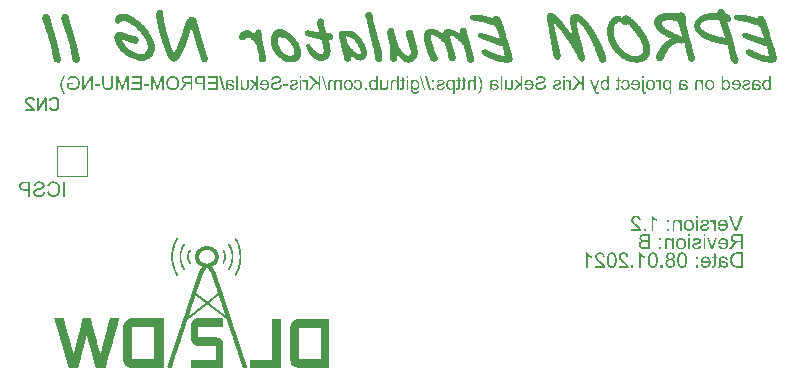
<source format=gbo>
G04*
G04 #@! TF.GenerationSoftware,Altium Limited,Altium Designer,21.0.8 (223)*
G04*
G04 Layer_Color=32896*
%FSLAX25Y25*%
%MOIN*%
G70*
G04*
G04 #@! TF.SameCoordinates,8621C9AB-2149-4D62-AE91-D054FA90F696*
G04*
G04*
G04 #@! TF.FilePolarity,Positive*
G04*
G01*
G75*
%ADD11C,0.00591*%
%ADD12C,0.00394*%
G36*
X92536Y55673D02*
X92641D01*
Y55568D01*
X92745D01*
Y55464D01*
Y55360D01*
X92850D01*
Y55255D01*
Y55151D01*
X92954D01*
Y55046D01*
Y54942D01*
Y54837D01*
X93059D01*
Y54733D01*
Y54628D01*
Y54524D01*
X93163D01*
Y54419D01*
Y54315D01*
Y54211D01*
Y54106D01*
Y54002D01*
X93268D01*
Y53897D01*
Y53793D01*
Y53688D01*
Y53584D01*
Y53479D01*
Y53375D01*
Y53270D01*
Y53166D01*
Y53061D01*
X93163D01*
Y52957D01*
Y52852D01*
Y52748D01*
Y52644D01*
Y52539D01*
Y52435D01*
X93059D01*
Y52330D01*
Y52226D01*
Y52121D01*
Y52017D01*
X92954D01*
Y51912D01*
Y51808D01*
X92850D01*
Y51704D01*
Y51599D01*
X92745D01*
Y51494D01*
Y51390D01*
X92641D01*
Y51286D01*
Y51181D01*
X92536D01*
Y51077D01*
X92223D01*
Y51181D01*
X92119D01*
Y51286D01*
Y51390D01*
X92014D01*
Y51494D01*
X92119D01*
Y51599D01*
Y51704D01*
X92223D01*
Y51808D01*
Y51912D01*
X92327D01*
Y52017D01*
Y52121D01*
X92432D01*
Y52226D01*
Y52330D01*
X92536D01*
Y52435D01*
Y52539D01*
Y52644D01*
X92641D01*
Y52748D01*
Y52852D01*
Y52957D01*
Y53061D01*
Y53166D01*
Y53270D01*
Y53375D01*
Y53479D01*
Y53584D01*
Y53688D01*
Y53793D01*
Y53897D01*
Y54002D01*
Y54106D01*
Y54211D01*
X92536D01*
Y54315D01*
Y54419D01*
Y54524D01*
Y54628D01*
X92432D01*
Y54733D01*
Y54837D01*
X92327D01*
Y54942D01*
Y55046D01*
X92223D01*
Y55151D01*
Y55255D01*
X92119D01*
Y55360D01*
Y55464D01*
Y55568D01*
Y55673D01*
X92223D01*
Y55777D01*
X92536D01*
Y55673D01*
D02*
G37*
G36*
X81463D02*
Y55568D01*
X81568D01*
Y55464D01*
Y55360D01*
Y55255D01*
X81463D01*
Y55151D01*
X81359D01*
Y55046D01*
X81255D01*
Y54942D01*
Y54837D01*
X81150D01*
Y54733D01*
Y54628D01*
X81046D01*
Y54524D01*
Y54419D01*
Y54315D01*
Y54211D01*
X80941D01*
Y54106D01*
Y54002D01*
Y53897D01*
Y53793D01*
Y53688D01*
Y53584D01*
Y53479D01*
Y53375D01*
Y53270D01*
Y53166D01*
Y53061D01*
Y52957D01*
Y52852D01*
Y52748D01*
X81046D01*
Y52644D01*
Y52539D01*
Y52435D01*
Y52330D01*
X81150D01*
Y52226D01*
Y52121D01*
X81255D01*
Y52017D01*
Y51912D01*
X81359D01*
Y51808D01*
Y51704D01*
X81463D01*
Y51599D01*
X81568D01*
Y51494D01*
Y51390D01*
Y51286D01*
X81463D01*
Y51181D01*
X81359D01*
Y51077D01*
X81046D01*
Y51181D01*
X80941D01*
Y51286D01*
Y51390D01*
X80837D01*
Y51494D01*
Y51599D01*
X80732D01*
Y51704D01*
X80628D01*
Y51808D01*
Y51912D01*
Y52017D01*
X80523D01*
Y52121D01*
Y52226D01*
Y52330D01*
X80419D01*
Y52435D01*
Y52539D01*
Y52644D01*
Y52748D01*
Y52852D01*
Y52957D01*
Y53061D01*
Y53166D01*
Y53270D01*
Y53375D01*
Y53479D01*
Y53584D01*
Y53688D01*
Y53793D01*
Y53897D01*
X80314D01*
Y54002D01*
X80419D01*
Y54106D01*
Y54211D01*
Y54315D01*
Y54419D01*
Y54524D01*
X80523D01*
Y54628D01*
Y54733D01*
Y54837D01*
X80628D01*
Y54942D01*
Y55046D01*
X80732D01*
Y55151D01*
Y55255D01*
Y55360D01*
X80837D01*
Y55464D01*
Y55568D01*
X80941D01*
Y55673D01*
X81046D01*
Y55777D01*
X81463D01*
Y55673D01*
D02*
G37*
G36*
X94521Y57658D02*
Y57553D01*
X94626D01*
Y57449D01*
X94730D01*
Y57344D01*
Y57240D01*
X94835D01*
Y57135D01*
Y57031D01*
X94939D01*
Y56927D01*
Y56822D01*
X95043D01*
Y56718D01*
Y56613D01*
X95148D01*
Y56509D01*
Y56404D01*
Y56300D01*
Y56195D01*
X95252D01*
Y56091D01*
Y55986D01*
X95357D01*
Y55882D01*
Y55777D01*
Y55673D01*
X95461D01*
Y55568D01*
Y55464D01*
Y55360D01*
Y55255D01*
Y55151D01*
X95566D01*
Y55046D01*
Y54942D01*
Y54837D01*
Y54733D01*
Y54628D01*
X95670D01*
Y54524D01*
Y54419D01*
Y54315D01*
Y54211D01*
Y54106D01*
Y54002D01*
Y53897D01*
Y53793D01*
Y53688D01*
Y53584D01*
Y53479D01*
Y53375D01*
Y53270D01*
Y53166D01*
Y53061D01*
Y52957D01*
Y52852D01*
Y52748D01*
Y52644D01*
Y52539D01*
Y52435D01*
Y52330D01*
X95566D01*
Y52226D01*
Y52121D01*
Y52017D01*
Y51912D01*
Y51808D01*
Y51704D01*
X95461D01*
Y51599D01*
Y51494D01*
Y51390D01*
Y51286D01*
X95357D01*
Y51181D01*
Y51077D01*
Y50972D01*
X95252D01*
Y50868D01*
Y50763D01*
Y50659D01*
Y50554D01*
X95148D01*
Y50450D01*
Y50345D01*
Y50241D01*
X95043D01*
Y50137D01*
Y50032D01*
X94939D01*
Y49928D01*
Y49823D01*
X94835D01*
Y49719D01*
Y49614D01*
X94730D01*
Y49510D01*
X94626D01*
Y49405D01*
Y49301D01*
X94521D01*
Y49196D01*
X94417D01*
Y49092D01*
X94103D01*
Y49196D01*
X93999D01*
Y49301D01*
Y49405D01*
Y49510D01*
Y49614D01*
X94103D01*
Y49719D01*
Y49823D01*
X94208D01*
Y49928D01*
Y50032D01*
X94312D01*
Y50137D01*
X94417D01*
Y50241D01*
Y50345D01*
X94521D01*
Y50450D01*
Y50554D01*
X94626D01*
Y50659D01*
Y50763D01*
Y50868D01*
X94730D01*
Y50972D01*
Y51077D01*
Y51181D01*
X94835D01*
Y51286D01*
Y51390D01*
Y51494D01*
X94939D01*
Y51599D01*
Y51704D01*
Y51808D01*
Y51912D01*
Y52017D01*
X95043D01*
Y52121D01*
Y52226D01*
Y52330D01*
Y52435D01*
Y52539D01*
Y52644D01*
Y52748D01*
X95148D01*
Y52852D01*
Y52957D01*
Y53061D01*
Y53166D01*
Y53270D01*
Y53375D01*
Y53479D01*
Y53584D01*
Y53688D01*
Y53793D01*
Y53897D01*
Y54002D01*
Y54106D01*
Y54211D01*
Y54315D01*
X95043D01*
Y54419D01*
Y54524D01*
Y54628D01*
Y54733D01*
Y54837D01*
Y54942D01*
X94939D01*
Y55046D01*
Y55151D01*
Y55255D01*
Y55360D01*
Y55464D01*
X94835D01*
Y55568D01*
Y55673D01*
X94730D01*
Y55777D01*
Y55882D01*
Y55986D01*
X94626D01*
Y56091D01*
Y56195D01*
Y56300D01*
X94521D01*
Y56404D01*
Y56509D01*
X94417D01*
Y56613D01*
Y56718D01*
X94312D01*
Y56822D01*
Y56927D01*
X94208D01*
Y57031D01*
X94103D01*
Y57135D01*
Y57240D01*
X93999D01*
Y57344D01*
Y57449D01*
Y57553D01*
Y57658D01*
Y57762D01*
X94521D01*
Y57658D01*
D02*
G37*
G36*
X79479D02*
X79583D01*
Y57553D01*
Y57449D01*
Y57344D01*
X79479D01*
Y57240D01*
Y57135D01*
X79374D01*
Y57031D01*
Y56927D01*
X79270D01*
Y56822D01*
X79165D01*
Y56718D01*
Y56613D01*
X79061D01*
Y56509D01*
Y56404D01*
X78957D01*
Y56300D01*
Y56195D01*
Y56091D01*
X78852D01*
Y55986D01*
Y55882D01*
X78748D01*
Y55777D01*
Y55673D01*
Y55568D01*
X78643D01*
Y55464D01*
Y55360D01*
Y55255D01*
Y55151D01*
X78539D01*
Y55046D01*
Y54942D01*
Y54837D01*
Y54733D01*
Y54628D01*
X78434D01*
Y54524D01*
Y54419D01*
Y54315D01*
Y54211D01*
Y54106D01*
Y54002D01*
Y53897D01*
Y53793D01*
Y53688D01*
Y53584D01*
Y53479D01*
Y53375D01*
Y53270D01*
Y53166D01*
Y53061D01*
Y52957D01*
Y52852D01*
Y52748D01*
Y52644D01*
Y52539D01*
Y52435D01*
Y52330D01*
X78539D01*
Y52226D01*
Y52121D01*
Y52017D01*
Y51912D01*
Y51808D01*
Y51704D01*
X78643D01*
Y51599D01*
Y51494D01*
Y51390D01*
X78748D01*
Y51286D01*
Y51181D01*
Y51077D01*
X78852D01*
Y50972D01*
Y50868D01*
Y50763D01*
X78957D01*
Y50659D01*
Y50554D01*
X79061D01*
Y50450D01*
Y50345D01*
X79165D01*
Y50241D01*
Y50137D01*
X79270D01*
Y50032D01*
Y49928D01*
X79374D01*
Y49823D01*
X79479D01*
Y49719D01*
Y49614D01*
X79583D01*
Y49510D01*
Y49405D01*
Y49301D01*
Y49196D01*
X79479D01*
Y49092D01*
X79061D01*
Y49196D01*
Y49301D01*
X78957D01*
Y49405D01*
X78852D01*
Y49510D01*
Y49614D01*
X78748D01*
Y49719D01*
X78643D01*
Y49823D01*
Y49928D01*
X78539D01*
Y50032D01*
Y50137D01*
X78434D01*
Y50241D01*
Y50345D01*
Y50450D01*
X78330D01*
Y50554D01*
Y50659D01*
Y50763D01*
X78225D01*
Y50868D01*
Y50972D01*
Y51077D01*
X78121D01*
Y51181D01*
Y51286D01*
Y51390D01*
Y51494D01*
X78016D01*
Y51599D01*
Y51704D01*
Y51808D01*
Y51912D01*
Y52017D01*
X77912D01*
Y52121D01*
Y52226D01*
Y52330D01*
Y52435D01*
Y52539D01*
Y52644D01*
Y52748D01*
X77807D01*
Y52852D01*
Y52957D01*
Y53061D01*
Y53166D01*
Y53270D01*
Y53375D01*
Y53479D01*
Y53584D01*
Y53688D01*
Y53793D01*
Y53897D01*
Y54002D01*
Y54106D01*
Y54211D01*
X77912D01*
Y54315D01*
Y54419D01*
Y54524D01*
Y54628D01*
Y54733D01*
Y54837D01*
Y54942D01*
X78016D01*
Y55046D01*
Y55151D01*
Y55255D01*
Y55360D01*
Y55464D01*
X78121D01*
Y55568D01*
Y55673D01*
Y55777D01*
Y55882D01*
X78225D01*
Y55986D01*
Y56091D01*
Y56195D01*
X78330D01*
Y56300D01*
Y56404D01*
Y56509D01*
X78434D01*
Y56613D01*
Y56718D01*
X78539D01*
Y56822D01*
Y56927D01*
X78643D01*
Y57031D01*
Y57135D01*
Y57240D01*
X78748D01*
Y57344D01*
X78852D01*
Y57449D01*
X78957D01*
Y57553D01*
Y57658D01*
X79061D01*
Y57762D01*
X79479D01*
Y57658D01*
D02*
G37*
G36*
X96506Y59747D02*
X96610D01*
Y59642D01*
X96715D01*
Y59538D01*
X96819D01*
Y59434D01*
X96924D01*
Y59329D01*
Y59225D01*
X97028D01*
Y59120D01*
Y59016D01*
X97133D01*
Y58911D01*
X97237D01*
Y58807D01*
Y58702D01*
Y58598D01*
X97342D01*
Y58493D01*
Y58389D01*
X97446D01*
Y58284D01*
Y58180D01*
X97551D01*
Y58076D01*
Y57971D01*
Y57867D01*
X97655D01*
Y57762D01*
Y57658D01*
X97759D01*
Y57553D01*
Y57449D01*
Y57344D01*
X97864D01*
Y57240D01*
Y57135D01*
Y57031D01*
Y56927D01*
X97968D01*
Y56822D01*
Y56718D01*
Y56613D01*
Y56509D01*
X98073D01*
Y56404D01*
Y56300D01*
Y56195D01*
Y56091D01*
Y55986D01*
X98177D01*
Y55882D01*
Y55777D01*
Y55673D01*
Y55568D01*
Y55464D01*
X98282D01*
Y55360D01*
Y55255D01*
Y55151D01*
Y55046D01*
Y54942D01*
Y54837D01*
Y54733D01*
X98386D01*
Y54628D01*
Y54524D01*
Y54419D01*
Y54315D01*
Y54211D01*
Y54106D01*
Y54002D01*
Y53897D01*
Y53793D01*
Y53688D01*
Y53584D01*
Y53479D01*
Y53375D01*
Y53270D01*
Y53166D01*
Y53061D01*
Y52957D01*
Y52852D01*
Y52748D01*
Y52644D01*
Y52539D01*
Y52435D01*
Y52330D01*
Y52226D01*
X98282D01*
Y52121D01*
Y52017D01*
Y51912D01*
Y51808D01*
Y51704D01*
Y51599D01*
Y51494D01*
Y51390D01*
X98177D01*
Y51286D01*
Y51181D01*
Y51077D01*
Y50972D01*
Y50868D01*
X98073D01*
Y50763D01*
Y50659D01*
Y50554D01*
Y50450D01*
X97968D01*
Y50345D01*
Y50241D01*
Y50137D01*
Y50032D01*
X97864D01*
Y49928D01*
Y49823D01*
Y49719D01*
X97759D01*
Y49614D01*
X97864D01*
Y49510D01*
X97759D01*
Y49405D01*
Y49301D01*
Y49196D01*
X97655D01*
Y49092D01*
Y48987D01*
X97551D01*
Y48883D01*
Y48779D01*
X97446D01*
Y48674D01*
Y48570D01*
X97342D01*
Y48465D01*
Y48361D01*
Y48256D01*
X97237D01*
Y48152D01*
Y48047D01*
X97133D01*
Y47943D01*
X97028D01*
Y47838D01*
Y47734D01*
X96924D01*
Y47629D01*
Y47525D01*
X96819D01*
Y47420D01*
Y47316D01*
X96715D01*
Y47212D01*
X96610D01*
Y47107D01*
X96193D01*
Y47212D01*
Y47316D01*
X96088D01*
Y47420D01*
Y47525D01*
X96193D01*
Y47629D01*
Y47734D01*
X96297D01*
Y47838D01*
Y47943D01*
X96402D01*
Y48047D01*
X96506D01*
Y48152D01*
Y48256D01*
X96610D01*
Y48361D01*
Y48465D01*
X96715D01*
Y48570D01*
Y48674D01*
X96819D01*
Y48779D01*
Y48883D01*
X96924D01*
Y48987D01*
Y49092D01*
X97028D01*
Y49196D01*
Y49301D01*
X97133D01*
Y49405D01*
Y49510D01*
X97237D01*
Y49614D01*
Y49719D01*
Y49823D01*
Y49928D01*
X97342D01*
Y50032D01*
Y50137D01*
Y50241D01*
Y50345D01*
X97446D01*
Y50450D01*
Y50554D01*
Y50659D01*
X97551D01*
Y50763D01*
Y50868D01*
Y50972D01*
Y51077D01*
Y51181D01*
X97655D01*
Y51286D01*
Y51390D01*
Y51494D01*
Y51599D01*
Y51704D01*
Y51808D01*
X97759D01*
Y51912D01*
Y52017D01*
Y52121D01*
Y52226D01*
Y52330D01*
Y52435D01*
Y52539D01*
Y52644D01*
Y52748D01*
Y52852D01*
X97864D01*
Y52957D01*
Y53061D01*
Y53166D01*
Y53270D01*
Y53375D01*
Y53479D01*
Y53584D01*
Y53688D01*
Y53793D01*
Y53897D01*
Y54002D01*
Y54106D01*
X97759D01*
Y54211D01*
Y54315D01*
Y54419D01*
Y54524D01*
Y54628D01*
Y54733D01*
Y54837D01*
Y54942D01*
Y55046D01*
Y55151D01*
X97655D01*
Y55255D01*
Y55360D01*
Y55464D01*
Y55568D01*
Y55673D01*
X97551D01*
Y55777D01*
Y55882D01*
Y55986D01*
Y56091D01*
Y56195D01*
X97446D01*
Y56300D01*
Y56404D01*
Y56509D01*
X97342D01*
Y56613D01*
Y56718D01*
Y56822D01*
Y56927D01*
Y57031D01*
Y57135D01*
X97237D01*
Y57240D01*
Y57344D01*
X97133D01*
Y57449D01*
Y57553D01*
Y57658D01*
X97028D01*
Y57762D01*
Y57867D01*
X96924D01*
Y57971D01*
Y58076D01*
Y58180D01*
X96819D01*
Y58284D01*
X96715D01*
Y58389D01*
Y58493D01*
X96610D01*
Y58598D01*
Y58702D01*
X96506D01*
Y58807D01*
X96402D01*
Y58911D01*
Y59016D01*
X96297D01*
Y59120D01*
X96193D01*
Y59225D01*
Y59329D01*
Y59434D01*
X96088D01*
Y59538D01*
X96193D01*
Y59642D01*
Y59747D01*
X96297D01*
Y59851D01*
X96506D01*
Y59747D01*
D02*
G37*
G36*
X77285D02*
X77390D01*
Y59642D01*
Y59538D01*
Y59434D01*
Y59329D01*
X77285D01*
Y59225D01*
Y59120D01*
X77181D01*
Y59016D01*
X77076D01*
Y58911D01*
Y58807D01*
X76972D01*
Y58702D01*
Y58598D01*
X76867D01*
Y58493D01*
X76763D01*
Y58389D01*
Y58284D01*
X76658D01*
Y58180D01*
Y58076D01*
X76554D01*
Y57971D01*
Y57867D01*
X76449D01*
Y57762D01*
Y57658D01*
X76345D01*
Y57553D01*
Y57449D01*
Y57344D01*
Y57240D01*
X76240D01*
Y57135D01*
Y57031D01*
Y56927D01*
X76136D01*
Y56822D01*
Y56718D01*
Y56613D01*
Y56509D01*
X76032D01*
Y56404D01*
Y56300D01*
Y56195D01*
X75927D01*
Y56091D01*
Y55986D01*
Y55882D01*
Y55777D01*
X75823D01*
Y55673D01*
Y55568D01*
Y55464D01*
Y55360D01*
X75718D01*
Y55255D01*
Y55151D01*
Y55046D01*
Y54942D01*
Y54837D01*
Y54733D01*
Y54628D01*
Y54524D01*
X75614D01*
Y54419D01*
Y54315D01*
Y54211D01*
Y54106D01*
Y54002D01*
Y53897D01*
Y53793D01*
Y53688D01*
Y53584D01*
Y53479D01*
Y53375D01*
Y53270D01*
Y53166D01*
Y53061D01*
Y52957D01*
Y52852D01*
Y52748D01*
Y52644D01*
Y52539D01*
Y52435D01*
X75718D01*
Y52330D01*
Y52226D01*
Y52121D01*
Y52017D01*
Y51912D01*
Y51808D01*
Y51704D01*
X75823D01*
Y51599D01*
Y51494D01*
Y51390D01*
Y51286D01*
Y51181D01*
X75927D01*
Y51077D01*
Y50972D01*
Y50868D01*
Y50763D01*
Y50659D01*
X76032D01*
Y50554D01*
Y50450D01*
Y50345D01*
X76136D01*
Y50241D01*
Y50137D01*
Y50032D01*
Y49928D01*
X76240D01*
Y49823D01*
Y49719D01*
X76345D01*
Y49614D01*
Y49510D01*
Y49405D01*
X76449D01*
Y49301D01*
Y49196D01*
Y49092D01*
Y48987D01*
X76554D01*
Y48883D01*
X76658D01*
Y48779D01*
Y48674D01*
X76763D01*
Y48570D01*
Y48465D01*
X76867D01*
Y48361D01*
X76972D01*
Y48256D01*
Y48152D01*
Y48047D01*
X77076D01*
Y47943D01*
X77181D01*
Y47838D01*
X77285D01*
Y47734D01*
Y47629D01*
X77390D01*
Y47525D01*
Y47420D01*
Y47316D01*
Y47212D01*
X77285D01*
Y47107D01*
X77181D01*
Y47003D01*
X77076D01*
Y47107D01*
X76867D01*
Y47212D01*
X76763D01*
Y47316D01*
Y47420D01*
X76658D01*
Y47525D01*
Y47629D01*
X76554D01*
Y47734D01*
X76449D01*
Y47838D01*
Y47943D01*
X76345D01*
Y48047D01*
Y48152D01*
X76240D01*
Y48256D01*
X76136D01*
Y48361D01*
Y48465D01*
Y48570D01*
X76032D01*
Y48674D01*
Y48779D01*
X75927D01*
Y48883D01*
Y48987D01*
X75823D01*
Y49092D01*
Y49196D01*
Y49301D01*
X75718D01*
Y49405D01*
Y49510D01*
Y49614D01*
X75614D01*
Y49719D01*
Y49823D01*
Y49928D01*
X75509D01*
Y50032D01*
Y50137D01*
Y50241D01*
X75405D01*
Y50345D01*
Y50450D01*
Y50554D01*
Y50659D01*
Y50763D01*
X75300D01*
Y50868D01*
Y50972D01*
Y51077D01*
Y51181D01*
X75196D01*
Y51286D01*
Y51390D01*
Y51494D01*
Y51599D01*
Y51704D01*
Y51808D01*
Y51912D01*
X75091D01*
Y52017D01*
Y52121D01*
Y52226D01*
Y52330D01*
Y52435D01*
Y52539D01*
Y52644D01*
Y52748D01*
Y52852D01*
Y52957D01*
Y53061D01*
Y53166D01*
Y53270D01*
Y53375D01*
Y53479D01*
Y53584D01*
Y53688D01*
Y53793D01*
Y53897D01*
Y54002D01*
Y54106D01*
Y54211D01*
Y54315D01*
Y54419D01*
Y54524D01*
Y54628D01*
Y54733D01*
Y54837D01*
Y54942D01*
Y55046D01*
X75196D01*
Y55151D01*
Y55255D01*
Y55360D01*
Y55464D01*
Y55568D01*
Y55673D01*
X75300D01*
Y55777D01*
Y55882D01*
Y55986D01*
Y56091D01*
Y56195D01*
X75405D01*
Y56300D01*
Y56404D01*
Y56509D01*
Y56613D01*
X75509D01*
Y56718D01*
Y56822D01*
Y56927D01*
X75614D01*
Y57031D01*
Y57135D01*
Y57240D01*
X75718D01*
Y57344D01*
Y57449D01*
Y57553D01*
Y57658D01*
X75823D01*
Y57762D01*
Y57867D01*
X75927D01*
Y57971D01*
Y58076D01*
Y58180D01*
X76032D01*
Y58284D01*
Y58389D01*
X76136D01*
Y58493D01*
Y58598D01*
X76240D01*
Y58702D01*
Y58807D01*
X76345D01*
Y58911D01*
Y59016D01*
X76449D01*
Y59120D01*
Y59225D01*
X76554D01*
Y59329D01*
X76658D01*
Y59434D01*
Y59538D01*
X76763D01*
Y59642D01*
X76867D01*
Y59747D01*
X76972D01*
Y59851D01*
X77285D01*
Y59747D01*
D02*
G37*
G36*
X57751Y32900D02*
Y32796D01*
X57646D01*
Y32691D01*
Y32587D01*
Y32483D01*
Y32378D01*
X57542D01*
Y32274D01*
Y32169D01*
Y32065D01*
Y31960D01*
X57437D01*
Y31856D01*
Y31751D01*
Y31647D01*
Y31542D01*
X57333D01*
Y31438D01*
Y31334D01*
Y31229D01*
X57228D01*
Y31125D01*
Y31020D01*
Y30916D01*
X57124D01*
Y30811D01*
Y30707D01*
Y30602D01*
Y30498D01*
X57020D01*
Y30393D01*
Y30289D01*
Y30184D01*
X56915D01*
Y30080D01*
Y29976D01*
Y29871D01*
X56811D01*
Y29767D01*
Y29662D01*
Y29558D01*
Y29453D01*
X56706D01*
Y29349D01*
Y29244D01*
Y29140D01*
Y29035D01*
Y28931D01*
X56602D01*
Y28826D01*
Y28722D01*
Y28618D01*
X56497D01*
Y28513D01*
Y28409D01*
Y28304D01*
X56393D01*
Y28200D01*
Y28095D01*
Y27991D01*
Y27886D01*
X56288D01*
Y27782D01*
Y27677D01*
Y27573D01*
X56184D01*
Y27468D01*
Y27364D01*
Y27259D01*
Y27155D01*
X56080D01*
Y27051D01*
Y26946D01*
Y26842D01*
X55975D01*
Y26737D01*
Y26633D01*
Y26528D01*
X55870D01*
Y26424D01*
Y26319D01*
Y26215D01*
Y26110D01*
Y26006D01*
X55766D01*
Y25901D01*
Y25797D01*
Y25693D01*
X55662D01*
Y25588D01*
Y25484D01*
Y25379D01*
Y25275D01*
X55557D01*
Y25170D01*
Y25066D01*
Y24961D01*
X55453D01*
Y24857D01*
Y24752D01*
Y24648D01*
Y24543D01*
X55348D01*
Y24439D01*
Y24335D01*
Y24230D01*
X55244D01*
Y24126D01*
Y24021D01*
Y23917D01*
X55139D01*
Y23812D01*
Y23708D01*
Y23603D01*
Y23499D01*
X55035D01*
Y23394D01*
Y23290D01*
Y23186D01*
X54930D01*
Y23081D01*
Y22977D01*
Y22872D01*
Y22768D01*
Y22663D01*
X54826D01*
Y22559D01*
Y22454D01*
Y22350D01*
Y22245D01*
X54721D01*
Y22141D01*
Y22036D01*
Y21932D01*
X54617D01*
Y21827D01*
Y21723D01*
Y21619D01*
X54513D01*
Y21514D01*
Y21410D01*
Y21305D01*
X54408D01*
Y21201D01*
Y21096D01*
Y20992D01*
Y20887D01*
X54304D01*
Y20783D01*
Y20678D01*
Y20574D01*
X54199D01*
Y20470D01*
Y20365D01*
Y20261D01*
X54095D01*
Y20156D01*
Y20052D01*
Y19947D01*
Y19843D01*
X53990D01*
Y19738D01*
Y19634D01*
Y19529D01*
Y19425D01*
Y19320D01*
X53886D01*
Y19216D01*
Y19112D01*
Y19007D01*
X53781D01*
Y18903D01*
Y18798D01*
Y18694D01*
X53677D01*
Y18589D01*
Y18485D01*
Y18380D01*
Y18276D01*
X53572D01*
Y18171D01*
Y18067D01*
Y17963D01*
X53468D01*
Y17858D01*
Y17753D01*
Y17649D01*
Y17545D01*
X53364D01*
Y17440D01*
Y17336D01*
Y17231D01*
X53259D01*
Y17127D01*
Y17022D01*
Y16918D01*
Y16813D01*
X53155D01*
Y16709D01*
Y16604D01*
Y16500D01*
X49812D01*
Y16604D01*
Y16709D01*
Y16813D01*
X49707D01*
Y16918D01*
Y17022D01*
Y17127D01*
X49603D01*
Y17231D01*
Y17336D01*
Y17440D01*
Y17545D01*
X49498D01*
Y17649D01*
Y17753D01*
Y17858D01*
X49394D01*
Y17963D01*
Y18067D01*
Y18171D01*
Y18276D01*
X49290D01*
Y18380D01*
Y18485D01*
Y18589D01*
X49185D01*
Y18694D01*
Y18798D01*
Y18903D01*
X49081D01*
Y19007D01*
Y19112D01*
Y19216D01*
Y19320D01*
Y19425D01*
Y19529D01*
X48976D01*
Y19634D01*
Y19738D01*
Y19843D01*
X48872D01*
Y19947D01*
Y20052D01*
Y20156D01*
Y20261D01*
X48767D01*
Y20365D01*
Y20470D01*
Y20574D01*
X48663D01*
Y20678D01*
Y20783D01*
Y20887D01*
Y20992D01*
X48558D01*
Y21096D01*
Y21201D01*
Y21305D01*
X48454D01*
Y21410D01*
Y21514D01*
Y21619D01*
X48349D01*
Y21723D01*
Y21827D01*
Y21932D01*
Y22036D01*
X48245D01*
Y22141D01*
Y22245D01*
Y22350D01*
Y22454D01*
Y22559D01*
X48140D01*
Y22663D01*
Y22768D01*
Y22872D01*
Y22977D01*
X48036D01*
Y23081D01*
Y23186D01*
Y23290D01*
X47932D01*
Y23394D01*
Y23499D01*
Y23603D01*
Y23708D01*
X47827D01*
Y23812D01*
Y23917D01*
Y24021D01*
X47723D01*
Y24126D01*
Y24230D01*
Y24335D01*
Y24439D01*
X47618D01*
Y24543D01*
Y24648D01*
Y24752D01*
X47514D01*
Y24857D01*
Y24961D01*
Y25066D01*
X47409D01*
Y25170D01*
Y25275D01*
Y25379D01*
Y25484D01*
X47305D01*
Y25588D01*
Y25693D01*
Y25797D01*
Y25901D01*
Y26006D01*
X47200D01*
Y26110D01*
Y26215D01*
Y26319D01*
Y26424D01*
X47096D01*
Y26528D01*
Y26633D01*
Y26737D01*
X46991D01*
Y26842D01*
Y26946D01*
X46782D01*
Y26842D01*
Y26737D01*
Y26633D01*
X46678D01*
Y26528D01*
Y26424D01*
Y26319D01*
X46573D01*
Y26215D01*
Y26110D01*
Y26006D01*
Y25901D01*
X46469D01*
Y25797D01*
Y25693D01*
Y25588D01*
X46365D01*
Y25484D01*
Y25379D01*
Y25275D01*
Y25170D01*
X46260D01*
Y25066D01*
Y24961D01*
Y24857D01*
Y24752D01*
X46156D01*
Y24648D01*
Y24543D01*
Y24439D01*
X46051D01*
Y24335D01*
Y24230D01*
Y24126D01*
Y24021D01*
X45947D01*
Y23917D01*
X46051D01*
Y23812D01*
X45947D01*
Y23708D01*
Y23603D01*
Y23499D01*
X45842D01*
Y23394D01*
Y23290D01*
Y23186D01*
Y23081D01*
X45738D01*
Y22977D01*
Y22872D01*
Y22768D01*
X45633D01*
Y22663D01*
Y22559D01*
Y22454D01*
Y22350D01*
X45529D01*
Y22245D01*
Y22141D01*
Y22036D01*
Y21932D01*
X45424D01*
Y21827D01*
Y21723D01*
Y21619D01*
X45320D01*
Y21514D01*
Y21410D01*
Y21305D01*
Y21201D01*
X45215D01*
Y21096D01*
Y20992D01*
Y20887D01*
X45111D01*
Y20783D01*
Y20678D01*
Y20574D01*
Y20470D01*
X45007D01*
Y20365D01*
X45111D01*
Y20261D01*
X45007D01*
Y20156D01*
Y20052D01*
Y19947D01*
X44902D01*
Y19843D01*
Y19738D01*
Y19634D01*
Y19529D01*
X44798D01*
Y19425D01*
Y19320D01*
Y19216D01*
X44693D01*
Y19112D01*
Y19007D01*
Y18903D01*
Y18798D01*
X44589D01*
Y18694D01*
Y18589D01*
Y18485D01*
Y18380D01*
X44484D01*
Y18276D01*
Y18171D01*
Y18067D01*
X44380D01*
Y17963D01*
Y17858D01*
Y17753D01*
Y17649D01*
X44275D01*
Y17545D01*
Y17440D01*
Y17336D01*
X44171D01*
Y17231D01*
Y17127D01*
Y17022D01*
Y16918D01*
Y16813D01*
Y16709D01*
X44066D01*
Y16604D01*
Y16500D01*
X40828D01*
Y16604D01*
Y16709D01*
Y16813D01*
X40724D01*
Y16918D01*
Y17022D01*
Y17127D01*
Y17231D01*
X40619D01*
Y17336D01*
Y17440D01*
Y17545D01*
X40515D01*
Y17649D01*
Y17753D01*
Y17858D01*
X40410D01*
Y17963D01*
Y18067D01*
Y18171D01*
X40306D01*
Y18276D01*
Y18380D01*
Y18485D01*
Y18589D01*
X40201D01*
Y18694D01*
Y18798D01*
Y18903D01*
X40097D01*
Y19007D01*
Y19112D01*
Y19216D01*
Y19320D01*
Y19425D01*
X39992D01*
Y19529D01*
Y19634D01*
Y19738D01*
X39888D01*
Y19843D01*
Y19947D01*
Y20052D01*
X39783D01*
Y20156D01*
Y20261D01*
Y20365D01*
Y20470D01*
X39679D01*
Y20574D01*
Y20678D01*
X39575D01*
Y20783D01*
Y20887D01*
Y20992D01*
Y21096D01*
X39470D01*
Y21201D01*
Y21305D01*
Y21410D01*
X39366D01*
Y21514D01*
Y21619D01*
Y21723D01*
X39261D01*
Y21827D01*
Y21932D01*
Y22036D01*
X39157D01*
Y22141D01*
X39261D01*
Y22245D01*
X39157D01*
Y22350D01*
Y22454D01*
Y22559D01*
X39052D01*
Y22663D01*
Y22768D01*
Y22872D01*
Y22977D01*
X38948D01*
Y23081D01*
Y23186D01*
X38843D01*
Y23290D01*
Y23394D01*
Y23499D01*
Y23603D01*
X38739D01*
Y23708D01*
Y23812D01*
Y23917D01*
X38634D01*
Y24021D01*
Y24126D01*
Y24230D01*
X38530D01*
Y24335D01*
Y24439D01*
Y24543D01*
Y24648D01*
X38425D01*
Y24752D01*
Y24857D01*
Y24961D01*
Y25066D01*
X38321D01*
Y25170D01*
Y25275D01*
Y25379D01*
Y25484D01*
X38217D01*
Y25588D01*
Y25693D01*
Y25797D01*
X38112D01*
Y25901D01*
Y26006D01*
Y26110D01*
X38008D01*
Y26215D01*
Y26319D01*
Y26424D01*
X37903D01*
Y26528D01*
Y26633D01*
Y26737D01*
X37799D01*
Y26842D01*
Y26946D01*
Y27051D01*
Y27155D01*
X37694D01*
Y27259D01*
Y27364D01*
Y27468D01*
X37590D01*
Y27573D01*
Y27677D01*
Y27782D01*
X37485D01*
Y27886D01*
Y27991D01*
Y28095D01*
X37381D01*
Y28200D01*
X37485D01*
Y28304D01*
X37381D01*
Y28409D01*
Y28513D01*
Y28618D01*
X37276D01*
Y28722D01*
Y28826D01*
Y28931D01*
X37172D01*
Y29035D01*
Y29140D01*
Y29244D01*
Y29349D01*
X37067D01*
Y29453D01*
Y29558D01*
Y29662D01*
X36963D01*
Y29767D01*
Y29871D01*
Y29976D01*
X36859D01*
Y30080D01*
Y30184D01*
Y30289D01*
X36754D01*
Y30393D01*
Y30498D01*
Y30602D01*
X36650D01*
Y30707D01*
Y30811D01*
Y30916D01*
Y31020D01*
X36545D01*
Y31125D01*
Y31229D01*
Y31334D01*
X36441D01*
Y31438D01*
Y31542D01*
Y31647D01*
Y31751D01*
Y31856D01*
X36336D01*
Y31960D01*
Y32065D01*
Y32169D01*
X36232D01*
Y32274D01*
Y32378D01*
Y32483D01*
X36127D01*
Y32587D01*
Y32691D01*
Y32796D01*
X36023D01*
Y32900D01*
Y33005D01*
X39157D01*
Y32900D01*
Y32796D01*
Y32691D01*
Y32587D01*
X39261D01*
Y32483D01*
Y32378D01*
Y32274D01*
X39366D01*
Y32169D01*
Y32065D01*
Y31960D01*
X39470D01*
Y31856D01*
Y31751D01*
Y31647D01*
Y31542D01*
X39575D01*
Y31438D01*
Y31334D01*
Y31229D01*
X39679D01*
Y31125D01*
Y31020D01*
Y30916D01*
Y30811D01*
X39783D01*
Y30707D01*
Y30602D01*
Y30498D01*
Y30393D01*
X39888D01*
Y30289D01*
Y30184D01*
Y30080D01*
Y29976D01*
X39992D01*
Y29871D01*
Y29767D01*
Y29662D01*
X40097D01*
Y29558D01*
Y29453D01*
Y29349D01*
Y29244D01*
X40201D01*
Y29140D01*
Y29035D01*
Y28931D01*
X40306D01*
Y28826D01*
Y28722D01*
Y28618D01*
X40410D01*
Y28513D01*
Y28409D01*
Y28304D01*
Y28200D01*
X40515D01*
Y28095D01*
Y27991D01*
Y27886D01*
X40619D01*
Y27782D01*
Y27677D01*
Y27573D01*
Y27468D01*
Y27364D01*
X40724D01*
Y27259D01*
Y27155D01*
Y27051D01*
X40828D01*
Y26946D01*
Y26842D01*
Y26737D01*
Y26633D01*
X40933D01*
Y26528D01*
Y26424D01*
Y26319D01*
X41037D01*
Y26215D01*
Y26110D01*
Y26006D01*
Y25901D01*
X41142D01*
Y25797D01*
Y25693D01*
Y25588D01*
X41246D01*
Y25484D01*
Y25379D01*
Y25275D01*
X41350D01*
Y25170D01*
Y25066D01*
Y24961D01*
Y24857D01*
X41455D01*
Y24752D01*
Y24648D01*
Y24543D01*
X41559D01*
Y24439D01*
X41455D01*
Y24335D01*
X41559D01*
Y24230D01*
Y24126D01*
Y24021D01*
X41664D01*
Y23917D01*
Y23812D01*
Y23708D01*
Y23603D01*
X41768D01*
Y23499D01*
Y23394D01*
Y23290D01*
X41873D01*
Y23186D01*
Y23081D01*
Y22977D01*
X41977D01*
Y22872D01*
Y22768D01*
Y22663D01*
X42082D01*
Y22559D01*
Y22454D01*
Y22350D01*
Y22245D01*
X42186D01*
Y22141D01*
Y22036D01*
Y21932D01*
Y21827D01*
X42291D01*
Y21723D01*
Y21619D01*
Y21514D01*
X42395D01*
Y21410D01*
X42291D01*
Y21305D01*
X42500D01*
Y21410D01*
X42604D01*
Y21514D01*
Y21619D01*
X42708D01*
Y21723D01*
Y21827D01*
Y21932D01*
X42813D01*
Y22036D01*
Y22141D01*
Y22245D01*
Y22350D01*
Y22454D01*
Y22559D01*
X42917D01*
Y22663D01*
Y22768D01*
Y22872D01*
X43022D01*
Y22977D01*
Y23081D01*
Y23186D01*
Y23290D01*
X43126D01*
Y23394D01*
Y23499D01*
Y23603D01*
Y23708D01*
X43231D01*
Y23812D01*
Y23917D01*
Y24021D01*
X43335D01*
Y24126D01*
Y24230D01*
Y24335D01*
Y24439D01*
X43440D01*
Y24543D01*
Y24648D01*
Y24752D01*
Y24857D01*
X43544D01*
Y24961D01*
Y25066D01*
Y25170D01*
Y25275D01*
X43649D01*
Y25379D01*
Y25484D01*
Y25588D01*
Y25693D01*
Y25797D01*
X43753D01*
Y25901D01*
Y26006D01*
Y26110D01*
Y26215D01*
X43857D01*
Y26319D01*
Y26424D01*
Y26528D01*
X43962D01*
Y26633D01*
Y26737D01*
Y26842D01*
Y26946D01*
X44066D01*
Y27051D01*
Y27155D01*
Y27259D01*
Y27364D01*
X44171D01*
Y27468D01*
Y27573D01*
Y27677D01*
X44275D01*
Y27782D01*
Y27886D01*
Y27991D01*
Y28095D01*
X44380D01*
Y28200D01*
Y28304D01*
Y28409D01*
Y28513D01*
X44484D01*
Y28618D01*
Y28722D01*
Y28826D01*
Y28931D01*
Y29035D01*
X44589D01*
Y29140D01*
Y29244D01*
Y29349D01*
Y29453D01*
X44693D01*
Y29558D01*
Y29662D01*
Y29767D01*
Y29871D01*
X44798D01*
Y29976D01*
Y30080D01*
Y30184D01*
X44902D01*
Y30289D01*
Y30393D01*
Y30498D01*
Y30602D01*
X45007D01*
Y30707D01*
Y30811D01*
Y30916D01*
Y31020D01*
X45111D01*
Y31125D01*
Y31229D01*
Y31334D01*
X45215D01*
Y31438D01*
Y31542D01*
Y31647D01*
Y31751D01*
X45320D01*
Y31856D01*
Y31960D01*
Y32065D01*
Y32169D01*
X45424D01*
Y32274D01*
Y32378D01*
Y32483D01*
Y32587D01*
Y32691D01*
X45529D01*
Y32796D01*
Y32900D01*
Y33005D01*
X48140D01*
Y32900D01*
Y32796D01*
Y32691D01*
X48245D01*
Y32587D01*
Y32483D01*
Y32378D01*
X48349D01*
Y32274D01*
Y32169D01*
Y32065D01*
Y31960D01*
X48454D01*
Y31856D01*
Y31751D01*
Y31647D01*
X48558D01*
Y31542D01*
Y31438D01*
Y31334D01*
Y31229D01*
X48663D01*
Y31125D01*
Y31020D01*
Y30916D01*
X48767D01*
Y30811D01*
Y30707D01*
Y30602D01*
Y30498D01*
Y30393D01*
X48872D01*
Y30289D01*
Y30184D01*
Y30080D01*
Y29976D01*
X48976D01*
Y29871D01*
Y29767D01*
Y29662D01*
X49081D01*
Y29558D01*
Y29453D01*
Y29349D01*
Y29244D01*
X49185D01*
Y29140D01*
Y29035D01*
Y28931D01*
X49290D01*
Y28826D01*
Y28722D01*
Y28618D01*
X49394D01*
Y28513D01*
Y28409D01*
Y28304D01*
Y28200D01*
X49498D01*
Y28095D01*
Y27991D01*
Y27886D01*
Y27782D01*
Y27677D01*
X49603D01*
Y27573D01*
Y27468D01*
Y27364D01*
Y27259D01*
X49707D01*
Y27155D01*
Y27051D01*
Y26946D01*
X49812D01*
Y26842D01*
Y26737D01*
Y26633D01*
X49916D01*
Y26528D01*
Y26424D01*
Y26319D01*
Y26215D01*
X50021D01*
Y26110D01*
Y26006D01*
Y25901D01*
X50125D01*
Y25797D01*
Y25693D01*
Y25588D01*
Y25484D01*
X50230D01*
Y25379D01*
Y25275D01*
Y25170D01*
X50334D01*
Y25066D01*
Y24961D01*
Y24857D01*
Y24752D01*
X50439D01*
Y24648D01*
Y24543D01*
Y24439D01*
Y24335D01*
Y24230D01*
X50543D01*
Y24126D01*
Y24021D01*
Y23917D01*
X50647D01*
Y23812D01*
Y23708D01*
Y23603D01*
Y23499D01*
X50752D01*
Y23394D01*
Y23290D01*
Y23186D01*
X50856D01*
Y23081D01*
Y22977D01*
Y22872D01*
Y22768D01*
X50961D01*
Y22663D01*
Y22559D01*
Y22454D01*
X51065D01*
Y22350D01*
Y22245D01*
Y22141D01*
Y22036D01*
X51170D01*
Y21932D01*
Y21827D01*
Y21723D01*
X51274D01*
Y21619D01*
Y21514D01*
Y21410D01*
X51379D01*
Y21305D01*
X51483D01*
Y21410D01*
X51588D01*
Y21514D01*
Y21619D01*
Y21723D01*
Y21827D01*
X51692D01*
Y21932D01*
Y22036D01*
Y22141D01*
X51797D01*
Y22245D01*
X51692D01*
Y22350D01*
X51797D01*
Y22454D01*
Y22559D01*
Y22663D01*
X51901D01*
Y22768D01*
Y22872D01*
Y22977D01*
Y23081D01*
X52005D01*
Y23186D01*
Y23290D01*
Y23394D01*
Y23499D01*
X52110D01*
Y23603D01*
Y23708D01*
Y23812D01*
X52214D01*
Y23917D01*
Y24021D01*
Y24126D01*
Y24230D01*
X52319D01*
Y24335D01*
Y24439D01*
Y24543D01*
X52423D01*
Y24648D01*
Y24752D01*
Y24857D01*
Y24961D01*
X52528D01*
Y25066D01*
Y25170D01*
Y25275D01*
Y25379D01*
Y25484D01*
X52632D01*
Y25588D01*
Y25693D01*
X52737D01*
Y25797D01*
X52632D01*
Y25901D01*
X52737D01*
Y26006D01*
Y26110D01*
Y26215D01*
X52841D01*
Y26319D01*
Y26424D01*
Y26528D01*
Y26633D01*
X52946D01*
Y26737D01*
Y26842D01*
Y26946D01*
Y27051D01*
X53050D01*
Y27155D01*
Y27259D01*
Y27364D01*
X53155D01*
Y27468D01*
Y27573D01*
Y27677D01*
Y27782D01*
X53259D01*
Y27886D01*
Y27991D01*
Y28095D01*
X53364D01*
Y28200D01*
Y28304D01*
Y28409D01*
Y28513D01*
X53468D01*
Y28618D01*
Y28722D01*
Y28826D01*
Y28931D01*
Y29035D01*
X53572D01*
Y29140D01*
Y29244D01*
Y29349D01*
Y29453D01*
X53677D01*
Y29558D01*
Y29662D01*
Y29767D01*
Y29871D01*
X53781D01*
Y29976D01*
Y30080D01*
Y30184D01*
X53886D01*
Y30289D01*
Y30393D01*
Y30498D01*
Y30602D01*
X53990D01*
Y30707D01*
Y30811D01*
Y30916D01*
X54095D01*
Y31020D01*
Y31125D01*
Y31229D01*
Y31334D01*
X54199D01*
Y31438D01*
Y31542D01*
Y31647D01*
Y31751D01*
X54304D01*
Y31856D01*
Y31960D01*
Y32065D01*
X54408D01*
Y32169D01*
Y32274D01*
Y32378D01*
Y32483D01*
X54513D01*
Y32587D01*
Y32691D01*
Y32796D01*
Y32900D01*
Y33005D01*
X57751D01*
Y32900D01*
D02*
G37*
G36*
X127740Y32587D02*
Y32483D01*
Y32378D01*
Y32274D01*
Y32169D01*
Y32065D01*
Y31960D01*
Y31856D01*
Y31751D01*
Y31647D01*
Y31542D01*
Y31438D01*
Y31334D01*
Y31229D01*
Y31125D01*
Y31020D01*
Y30916D01*
Y30811D01*
Y30707D01*
Y30602D01*
Y30498D01*
Y30393D01*
Y30289D01*
Y30184D01*
Y30080D01*
Y29976D01*
Y29871D01*
Y29767D01*
Y29662D01*
Y29558D01*
Y29453D01*
Y29349D01*
Y29244D01*
Y29140D01*
Y29035D01*
Y28931D01*
Y28826D01*
Y28722D01*
Y28618D01*
Y28513D01*
Y28409D01*
Y28304D01*
Y28200D01*
Y28095D01*
Y27991D01*
Y27886D01*
Y27782D01*
Y27677D01*
Y27573D01*
Y27468D01*
Y27364D01*
Y27259D01*
Y27155D01*
Y27051D01*
Y26946D01*
Y26842D01*
Y26737D01*
Y26633D01*
Y26528D01*
Y26424D01*
Y26319D01*
Y26215D01*
Y26110D01*
Y26006D01*
Y25901D01*
Y25797D01*
Y25693D01*
Y25588D01*
Y25484D01*
Y25379D01*
Y25275D01*
Y25170D01*
Y25066D01*
Y24961D01*
Y24857D01*
Y24752D01*
Y24648D01*
Y24543D01*
Y24439D01*
Y24335D01*
Y24230D01*
Y24126D01*
Y24021D01*
Y23917D01*
Y23812D01*
Y23708D01*
Y23603D01*
Y23499D01*
Y23394D01*
Y23290D01*
Y23186D01*
Y23081D01*
Y22977D01*
Y22872D01*
Y22768D01*
Y22663D01*
Y22559D01*
Y22454D01*
Y22350D01*
Y22245D01*
Y22141D01*
Y22036D01*
Y21932D01*
Y21827D01*
Y21723D01*
Y21619D01*
Y21514D01*
Y21410D01*
Y21305D01*
Y21201D01*
Y21096D01*
Y20992D01*
Y20887D01*
Y20783D01*
Y20678D01*
Y20574D01*
Y20470D01*
Y20365D01*
Y20261D01*
Y20156D01*
Y20052D01*
Y19947D01*
Y19843D01*
Y19738D01*
Y19634D01*
Y19529D01*
Y19425D01*
Y19320D01*
Y19216D01*
Y19112D01*
Y19007D01*
Y18903D01*
Y18798D01*
Y18694D01*
Y18589D01*
Y18485D01*
Y18380D01*
Y18276D01*
Y18171D01*
Y18067D01*
Y17963D01*
Y17858D01*
Y17753D01*
Y17649D01*
Y17545D01*
Y17440D01*
Y17336D01*
Y17231D01*
Y17127D01*
Y17022D01*
Y16918D01*
Y16813D01*
Y16709D01*
Y16604D01*
Y16500D01*
X116876D01*
Y16604D01*
X116458D01*
Y16709D01*
X116145D01*
Y16813D01*
X115831D01*
Y16918D01*
X115727D01*
Y17022D01*
X115518D01*
Y17127D01*
X115413D01*
Y17231D01*
X115309D01*
Y17336D01*
X115205D01*
Y17440D01*
Y17545D01*
X115100D01*
Y17649D01*
X114996D01*
Y17753D01*
Y17858D01*
X114891D01*
Y17963D01*
Y18067D01*
Y18171D01*
X114787D01*
Y18276D01*
Y18380D01*
Y18485D01*
Y18589D01*
Y18694D01*
X114682D01*
Y18798D01*
Y18903D01*
Y19007D01*
Y19112D01*
Y19216D01*
Y19320D01*
Y19425D01*
Y19529D01*
Y19634D01*
Y19738D01*
Y19843D01*
Y19947D01*
Y20052D01*
Y20156D01*
Y20261D01*
Y20365D01*
Y20470D01*
Y20574D01*
Y20678D01*
Y20783D01*
Y20887D01*
Y20992D01*
Y21096D01*
Y21201D01*
Y21305D01*
Y21410D01*
Y21514D01*
Y21619D01*
Y21723D01*
Y21827D01*
Y21932D01*
Y22036D01*
Y22141D01*
Y22245D01*
Y22350D01*
Y22454D01*
Y22559D01*
Y22663D01*
Y22768D01*
Y22872D01*
Y22977D01*
Y23081D01*
Y23186D01*
Y23290D01*
Y23394D01*
Y23499D01*
Y23603D01*
Y23708D01*
Y23812D01*
Y23917D01*
Y24021D01*
Y24126D01*
Y24230D01*
Y24335D01*
Y24439D01*
Y24543D01*
Y24648D01*
Y24752D01*
Y24857D01*
Y24961D01*
Y25066D01*
Y25170D01*
Y25275D01*
Y25379D01*
Y25484D01*
Y25588D01*
Y25693D01*
Y25797D01*
Y25901D01*
Y26006D01*
Y26110D01*
Y26215D01*
Y26319D01*
Y26424D01*
Y26528D01*
Y26633D01*
Y26737D01*
Y26842D01*
Y26946D01*
Y27051D01*
Y27155D01*
Y27259D01*
Y27364D01*
Y27468D01*
Y27573D01*
Y27677D01*
Y27782D01*
Y27886D01*
Y27991D01*
Y28095D01*
Y28200D01*
Y28304D01*
Y28409D01*
Y28513D01*
Y28618D01*
Y28722D01*
Y28826D01*
Y28931D01*
Y29035D01*
Y29140D01*
Y29244D01*
Y29349D01*
Y29453D01*
Y29558D01*
Y29662D01*
Y29767D01*
Y29871D01*
Y29976D01*
Y30080D01*
Y30184D01*
Y30289D01*
Y30393D01*
X114787D01*
Y30498D01*
Y30602D01*
Y30707D01*
X114891D01*
Y30811D01*
Y30916D01*
Y31020D01*
X114996D01*
Y31125D01*
Y31229D01*
X115100D01*
Y31334D01*
X115205D01*
Y31438D01*
Y31542D01*
X115309D01*
Y31647D01*
X115413D01*
Y31751D01*
X115518D01*
Y31856D01*
X115622D01*
Y31960D01*
X115727D01*
Y32065D01*
X115936D01*
Y32169D01*
X116040D01*
Y32274D01*
X116249D01*
Y32378D01*
X116458D01*
Y32483D01*
X116667D01*
Y32587D01*
X117085D01*
Y32691D01*
X127740D01*
Y32587D01*
D02*
G37*
G36*
X111653Y32483D02*
Y32378D01*
Y32274D01*
Y32169D01*
Y32065D01*
Y31960D01*
Y31856D01*
Y31751D01*
Y31647D01*
Y31542D01*
Y31438D01*
Y31334D01*
Y31229D01*
Y31125D01*
Y31020D01*
Y30916D01*
Y30811D01*
Y30707D01*
Y30602D01*
Y30498D01*
Y30393D01*
Y30289D01*
Y30184D01*
Y30080D01*
Y29976D01*
Y29871D01*
Y29767D01*
Y29662D01*
Y29558D01*
Y29453D01*
Y29349D01*
Y29244D01*
Y29140D01*
Y29035D01*
Y28931D01*
Y28826D01*
Y28722D01*
Y28618D01*
Y28513D01*
Y28409D01*
Y28304D01*
Y28200D01*
Y28095D01*
Y27991D01*
Y27886D01*
Y27782D01*
Y27677D01*
Y27573D01*
Y27468D01*
Y27364D01*
Y27259D01*
Y27155D01*
Y27051D01*
Y26946D01*
Y26842D01*
Y26737D01*
Y26633D01*
Y26528D01*
Y26424D01*
Y26319D01*
Y26215D01*
Y26110D01*
Y26006D01*
Y25901D01*
Y25797D01*
Y25693D01*
Y25588D01*
Y25484D01*
Y25379D01*
Y25275D01*
Y25170D01*
Y25066D01*
Y24961D01*
Y24857D01*
Y24752D01*
Y24648D01*
Y24543D01*
Y24439D01*
Y24335D01*
Y24230D01*
Y24126D01*
Y24021D01*
Y23917D01*
Y23812D01*
Y23708D01*
Y23603D01*
Y23499D01*
Y23394D01*
Y23290D01*
Y23186D01*
Y23081D01*
Y22977D01*
Y22872D01*
Y22768D01*
Y22663D01*
Y22559D01*
Y22454D01*
Y22350D01*
Y22245D01*
Y22141D01*
Y22036D01*
Y21932D01*
Y21827D01*
Y21723D01*
Y21619D01*
Y21514D01*
Y21410D01*
Y21305D01*
Y21201D01*
Y21096D01*
Y20992D01*
Y20887D01*
Y20783D01*
Y20678D01*
Y20574D01*
Y20470D01*
Y20365D01*
Y20261D01*
Y20156D01*
Y20052D01*
Y19947D01*
Y19843D01*
Y19738D01*
Y19634D01*
Y19529D01*
Y19425D01*
Y19320D01*
Y19216D01*
Y19112D01*
Y19007D01*
Y18903D01*
Y18798D01*
Y18694D01*
Y18589D01*
Y18485D01*
Y18380D01*
Y18276D01*
Y18171D01*
Y18067D01*
Y17963D01*
Y17858D01*
Y17753D01*
Y17649D01*
Y17545D01*
Y17440D01*
Y17336D01*
Y17231D01*
Y17127D01*
Y17022D01*
Y16918D01*
Y16813D01*
Y16709D01*
Y16604D01*
Y16500D01*
X101207D01*
Y16604D01*
Y16709D01*
Y16813D01*
Y16918D01*
Y17022D01*
Y17127D01*
Y17231D01*
Y17336D01*
Y17440D01*
Y17545D01*
Y17649D01*
Y17753D01*
Y17858D01*
Y17963D01*
Y18067D01*
Y18171D01*
Y18276D01*
Y18380D01*
Y18485D01*
Y18589D01*
Y18694D01*
Y18798D01*
Y18903D01*
Y19007D01*
Y19112D01*
Y19216D01*
X108624D01*
Y19320D01*
Y19425D01*
Y19529D01*
Y19634D01*
Y19738D01*
Y19843D01*
Y19947D01*
Y20052D01*
Y20156D01*
Y20261D01*
Y20365D01*
Y20470D01*
Y20574D01*
Y20678D01*
Y20783D01*
Y20887D01*
Y20992D01*
Y21096D01*
Y21201D01*
Y21305D01*
Y21410D01*
Y21514D01*
Y21619D01*
Y21723D01*
Y21827D01*
Y21932D01*
Y22036D01*
Y22141D01*
Y22245D01*
Y22350D01*
Y22454D01*
Y22559D01*
Y22663D01*
Y22768D01*
Y22872D01*
Y22977D01*
Y23081D01*
Y23186D01*
Y23290D01*
Y23394D01*
Y23499D01*
Y23603D01*
Y23708D01*
Y23812D01*
Y23917D01*
Y24021D01*
Y24126D01*
Y24230D01*
Y24335D01*
Y24439D01*
Y24543D01*
Y24648D01*
Y24752D01*
Y24857D01*
Y24961D01*
Y25066D01*
Y25170D01*
Y25275D01*
Y25379D01*
Y25484D01*
Y25588D01*
Y25693D01*
Y25797D01*
Y25901D01*
Y26006D01*
Y26110D01*
Y26215D01*
Y26319D01*
Y26424D01*
Y26528D01*
Y26633D01*
Y26737D01*
Y26842D01*
Y26946D01*
Y27051D01*
Y27155D01*
Y27259D01*
Y27364D01*
Y27468D01*
Y27573D01*
Y27677D01*
Y27782D01*
Y27886D01*
Y27991D01*
Y28095D01*
Y28200D01*
Y28304D01*
Y28409D01*
Y28513D01*
Y28618D01*
Y28722D01*
Y28826D01*
Y28931D01*
Y29035D01*
Y29140D01*
Y29244D01*
Y29349D01*
Y29453D01*
Y29558D01*
Y29662D01*
Y29767D01*
Y29871D01*
Y29976D01*
Y30080D01*
Y30184D01*
Y30289D01*
Y30393D01*
Y30498D01*
Y30602D01*
Y30707D01*
Y30811D01*
Y30916D01*
Y31020D01*
Y31125D01*
Y31229D01*
Y31334D01*
Y31438D01*
Y31542D01*
Y31647D01*
Y31751D01*
Y31856D01*
Y31960D01*
Y32065D01*
Y32169D01*
Y32274D01*
Y32378D01*
Y32483D01*
Y32587D01*
X111653D01*
Y32483D01*
D02*
G37*
G36*
X87940Y56822D02*
X88358D01*
Y56718D01*
X88671D01*
Y56613D01*
X88880D01*
Y56509D01*
X89089D01*
Y56404D01*
X89194D01*
Y56300D01*
X89403D01*
Y56195D01*
X89507D01*
Y56091D01*
X89716D01*
Y55986D01*
X89820D01*
Y55882D01*
X89925D01*
Y55777D01*
X90029D01*
Y55673D01*
X90134D01*
Y55568D01*
Y55464D01*
X90238D01*
Y55360D01*
X90343D01*
Y55255D01*
X90447D01*
Y55151D01*
Y55046D01*
X90552D01*
Y54942D01*
X90656D01*
Y54837D01*
Y54733D01*
X90761D01*
Y54628D01*
X90656D01*
Y54524D01*
X90761D01*
Y54419D01*
Y54315D01*
Y54211D01*
X90865D01*
Y54106D01*
Y54002D01*
Y53897D01*
Y53793D01*
X90970D01*
Y53688D01*
Y53584D01*
Y53479D01*
Y53375D01*
Y53270D01*
Y53166D01*
X90865D01*
Y53061D01*
Y52957D01*
Y52852D01*
Y52748D01*
Y52644D01*
X90761D01*
Y52539D01*
Y52435D01*
Y52330D01*
Y52226D01*
X90656D01*
Y52121D01*
Y52017D01*
Y51912D01*
X90552D01*
Y51808D01*
X90447D01*
Y51704D01*
Y51599D01*
X90343D01*
Y51494D01*
Y51390D01*
X90134D01*
Y51286D01*
Y51181D01*
X90029D01*
Y51077D01*
X89925D01*
Y50972D01*
X89820D01*
Y50868D01*
X89716D01*
Y50763D01*
X89507D01*
Y50659D01*
X89403D01*
Y50554D01*
X89298D01*
Y50450D01*
X89089D01*
Y50345D01*
X88880D01*
Y50241D01*
X88776D01*
Y50137D01*
Y50032D01*
Y49928D01*
X88880D01*
Y49823D01*
X88985D01*
Y49719D01*
Y49614D01*
X89089D01*
Y49510D01*
X89194D01*
Y49405D01*
Y49301D01*
X89298D01*
Y49196D01*
Y49092D01*
X89403D01*
Y48987D01*
Y48883D01*
X89507D01*
Y48779D01*
X89612D01*
Y48674D01*
Y48570D01*
Y48465D01*
X89716D01*
Y48361D01*
Y48256D01*
X89820D01*
Y48152D01*
Y48047D01*
X89925D01*
Y47943D01*
Y47838D01*
Y47734D01*
X90029D01*
Y47629D01*
Y47525D01*
Y47420D01*
X90134D01*
Y47316D01*
Y47212D01*
X90238D01*
Y47107D01*
Y47003D01*
Y46898D01*
X90343D01*
Y46794D01*
Y46689D01*
Y46585D01*
X90447D01*
Y46480D01*
Y46376D01*
Y46271D01*
X90552D01*
Y46167D01*
Y46062D01*
Y45958D01*
X90656D01*
Y45854D01*
Y45749D01*
Y45645D01*
X90761D01*
Y45540D01*
Y45436D01*
Y45331D01*
Y45227D01*
X90865D01*
Y45122D01*
Y45018D01*
Y44914D01*
X90970D01*
Y44809D01*
Y44704D01*
Y44600D01*
X91074D01*
Y44496D01*
Y44391D01*
Y44287D01*
X91178D01*
Y44182D01*
Y44078D01*
X91283D01*
Y43973D01*
Y43869D01*
Y43764D01*
X91387D01*
Y43660D01*
Y43556D01*
Y43451D01*
X91492D01*
Y43347D01*
Y43242D01*
Y43138D01*
X91596D01*
Y43033D01*
Y42929D01*
Y42824D01*
Y42720D01*
X91701D01*
Y42615D01*
Y42511D01*
Y42406D01*
X91805D01*
Y42302D01*
Y42197D01*
Y42093D01*
X91910D01*
Y41989D01*
Y41884D01*
Y41780D01*
X92014D01*
Y41675D01*
Y41571D01*
X92119D01*
Y41466D01*
Y41362D01*
Y41257D01*
X92223D01*
Y41153D01*
Y41048D01*
Y40944D01*
X92327D01*
Y40839D01*
Y40735D01*
Y40630D01*
X92432D01*
Y40526D01*
Y40422D01*
Y40317D01*
X92536D01*
Y40213D01*
Y40108D01*
Y40004D01*
Y39899D01*
X92641D01*
Y39795D01*
Y39690D01*
Y39586D01*
X92745D01*
Y39481D01*
Y39377D01*
Y39273D01*
X92850D01*
Y39168D01*
Y39064D01*
Y38959D01*
X92954D01*
Y38855D01*
Y38750D01*
X93059D01*
Y38646D01*
Y38541D01*
Y38437D01*
X93163D01*
Y38332D01*
Y38228D01*
Y38124D01*
X93268D01*
Y38019D01*
Y37915D01*
Y37810D01*
X93372D01*
Y37706D01*
Y37601D01*
Y37497D01*
Y37392D01*
X93477D01*
Y37288D01*
Y37183D01*
Y37079D01*
X93581D01*
Y36974D01*
Y36870D01*
Y36766D01*
X93686D01*
Y36661D01*
Y36557D01*
Y36452D01*
X93790D01*
Y36348D01*
Y36243D01*
Y36139D01*
X93894D01*
Y36034D01*
Y35930D01*
X93999D01*
Y35825D01*
Y35721D01*
Y35616D01*
X94103D01*
Y35512D01*
Y35408D01*
Y35303D01*
X94208D01*
Y35199D01*
Y35094D01*
Y34990D01*
X94312D01*
Y34885D01*
Y34781D01*
Y34676D01*
Y34572D01*
X94417D01*
Y34467D01*
Y34363D01*
Y34258D01*
X94521D01*
Y34154D01*
Y34049D01*
Y33945D01*
X94626D01*
Y33841D01*
Y33736D01*
Y33632D01*
X94730D01*
Y33527D01*
Y33423D01*
X94835D01*
Y33318D01*
Y33214D01*
Y33109D01*
X94939D01*
Y33005D01*
Y32900D01*
Y32796D01*
X95043D01*
Y32691D01*
Y32587D01*
Y32483D01*
X95148D01*
Y32378D01*
Y32274D01*
Y32169D01*
Y32065D01*
X95252D01*
Y31960D01*
Y31856D01*
Y31751D01*
X95357D01*
Y31647D01*
Y31542D01*
Y31438D01*
X95461D01*
Y31334D01*
Y31229D01*
X95566D01*
Y31125D01*
Y31020D01*
Y30916D01*
Y30811D01*
X95670D01*
Y30707D01*
Y30602D01*
Y30498D01*
X95775D01*
Y30393D01*
Y30289D01*
Y30184D01*
X95879D01*
Y30080D01*
Y29976D01*
Y29871D01*
X95984D01*
Y29767D01*
Y29662D01*
Y29558D01*
Y29453D01*
X96088D01*
Y29349D01*
Y29244D01*
Y29140D01*
X96193D01*
Y29035D01*
Y28931D01*
X96297D01*
Y28826D01*
Y28722D01*
Y28618D01*
X96402D01*
Y28513D01*
Y28409D01*
Y28304D01*
X96506D01*
Y28200D01*
Y28095D01*
Y27991D01*
X96610D01*
Y27886D01*
Y27782D01*
Y27677D01*
X96715D01*
Y27573D01*
Y27468D01*
Y27364D01*
X96819D01*
Y27259D01*
Y27155D01*
Y27051D01*
X96924D01*
Y26946D01*
Y26842D01*
X97028D01*
Y26737D01*
Y26633D01*
Y26528D01*
X97133D01*
Y26424D01*
Y26319D01*
Y26215D01*
X97237D01*
Y26110D01*
Y26006D01*
Y25901D01*
X97342D01*
Y25797D01*
Y25693D01*
Y25588D01*
X97446D01*
Y25484D01*
Y25379D01*
Y25275D01*
X97551D01*
Y25170D01*
Y25066D01*
Y24961D01*
X97655D01*
Y24857D01*
Y24752D01*
Y24648D01*
X97759D01*
Y24543D01*
Y24439D01*
Y24335D01*
X97864D01*
Y24230D01*
X97759D01*
Y24126D01*
X97864D01*
Y24021D01*
Y23917D01*
Y23812D01*
X97968D01*
Y23708D01*
Y23603D01*
X98073D01*
Y23499D01*
Y23394D01*
Y23290D01*
X98177D01*
Y23186D01*
Y23081D01*
Y22977D01*
X98282D01*
Y22872D01*
Y22768D01*
Y22663D01*
X98386D01*
Y22559D01*
Y22454D01*
X98491D01*
Y22350D01*
Y22245D01*
Y22141D01*
X98595D01*
Y22036D01*
Y21932D01*
Y21827D01*
Y21723D01*
X98700D01*
Y21619D01*
Y21514D01*
Y21410D01*
Y21305D01*
X98804D01*
Y21201D01*
Y21096D01*
Y20992D01*
X98909D01*
Y20887D01*
Y20783D01*
X99013D01*
Y20678D01*
Y20574D01*
Y20470D01*
X99117D01*
Y20365D01*
Y20261D01*
Y20156D01*
X99222D01*
Y20052D01*
Y19947D01*
Y19843D01*
X99326D01*
Y19738D01*
Y19634D01*
X99431D01*
Y19529D01*
Y19425D01*
Y19320D01*
X99535D01*
Y19216D01*
Y19112D01*
Y19007D01*
X99640D01*
Y18903D01*
X99535D01*
Y18798D01*
X99640D01*
Y18694D01*
Y18589D01*
Y18485D01*
X99744D01*
Y18380D01*
Y18276D01*
X99849D01*
Y18171D01*
Y18067D01*
Y17963D01*
X99953D01*
Y17858D01*
Y17753D01*
Y17649D01*
X100058D01*
Y17545D01*
Y17440D01*
Y17336D01*
X100162D01*
Y17231D01*
Y17127D01*
X100267D01*
Y17022D01*
Y16918D01*
Y16813D01*
X100371D01*
Y16709D01*
Y16604D01*
Y16500D01*
X98804D01*
Y16604D01*
Y16709D01*
X98700D01*
Y16813D01*
Y16918D01*
Y17022D01*
X98595D01*
Y17127D01*
Y17231D01*
Y17336D01*
Y17440D01*
X98491D01*
Y17545D01*
Y17649D01*
Y17753D01*
X98386D01*
Y17858D01*
Y17963D01*
X98282D01*
Y18067D01*
Y18171D01*
Y18276D01*
X98177D01*
Y18380D01*
Y18485D01*
Y18589D01*
Y18694D01*
Y18798D01*
X98073D01*
Y18903D01*
Y19007D01*
Y19112D01*
X97968D01*
Y19216D01*
Y19320D01*
Y19425D01*
X97864D01*
Y19529D01*
Y19634D01*
X97759D01*
Y19738D01*
Y19843D01*
Y19947D01*
X97655D01*
Y20052D01*
Y20156D01*
Y20261D01*
X97551D01*
Y20365D01*
Y20470D01*
Y20574D01*
X97446D01*
Y20678D01*
Y20783D01*
Y20887D01*
X97342D01*
Y20992D01*
Y21096D01*
Y21201D01*
Y21305D01*
X97237D01*
Y21410D01*
Y21514D01*
Y21619D01*
X97133D01*
Y21723D01*
Y21827D01*
Y21932D01*
X97028D01*
Y22036D01*
Y22141D01*
Y22245D01*
X96924D01*
Y22350D01*
Y22454D01*
X96819D01*
Y22559D01*
Y22663D01*
Y22768D01*
X96715D01*
Y22872D01*
Y22977D01*
Y23081D01*
X96610D01*
Y23186D01*
Y23290D01*
Y23394D01*
X96506D01*
Y23499D01*
Y23603D01*
X96402D01*
Y23708D01*
X96506D01*
Y23812D01*
X96402D01*
Y23917D01*
Y24021D01*
Y24126D01*
X96297D01*
Y24230D01*
Y24335D01*
Y24439D01*
X96193D01*
Y24543D01*
Y24648D01*
Y24752D01*
X96088D01*
Y24857D01*
Y24961D01*
X95984D01*
Y25066D01*
Y25170D01*
Y25275D01*
X95879D01*
Y25379D01*
Y25484D01*
Y25588D01*
X95775D01*
Y25693D01*
Y25797D01*
Y25901D01*
X95670D01*
Y26006D01*
Y26110D01*
Y26215D01*
X95566D01*
Y26319D01*
Y26424D01*
Y26528D01*
X95461D01*
Y26633D01*
Y26737D01*
Y26842D01*
Y26946D01*
X95357D01*
Y27051D01*
Y27155D01*
Y27259D01*
X95252D01*
Y27364D01*
Y27468D01*
Y27573D01*
X95148D01*
Y27677D01*
Y27782D01*
X95043D01*
Y27886D01*
Y27991D01*
Y28095D01*
X94939D01*
Y28200D01*
Y28304D01*
Y28409D01*
X94835D01*
Y28513D01*
Y28618D01*
Y28722D01*
X94730D01*
Y28826D01*
Y28931D01*
Y29035D01*
X94626D01*
Y29140D01*
Y29244D01*
Y29349D01*
Y29453D01*
X94521D01*
Y29558D01*
Y29662D01*
Y29767D01*
X94417D01*
Y29871D01*
Y29976D01*
Y30080D01*
X94312D01*
Y30184D01*
Y30289D01*
Y30393D01*
X94208D01*
Y30498D01*
Y30602D01*
Y30707D01*
X94103D01*
Y30811D01*
Y30916D01*
Y31020D01*
X93999D01*
Y31125D01*
Y31229D01*
Y31334D01*
X93894D01*
Y31438D01*
Y31542D01*
X93790D01*
Y31647D01*
Y31751D01*
Y31856D01*
X93686D01*
Y31960D01*
Y32065D01*
Y32169D01*
Y32274D01*
X93581D01*
Y32378D01*
Y32483D01*
X93477D01*
Y32587D01*
X93372D01*
Y32691D01*
Y32796D01*
X93268D01*
Y32900D01*
X93163D01*
Y33005D01*
X92954D01*
Y33109D01*
X92745D01*
Y33214D01*
X92641D01*
Y33318D01*
X92536D01*
Y33423D01*
X92432D01*
Y33527D01*
X92327D01*
Y33632D01*
X92119D01*
Y33736D01*
X92014D01*
Y33841D01*
X91910D01*
Y33945D01*
X91805D01*
Y34049D01*
X91596D01*
Y34154D01*
X91492D01*
Y34258D01*
X91387D01*
Y34363D01*
X91283D01*
Y34467D01*
X91074D01*
Y34572D01*
X90970D01*
Y34676D01*
X90865D01*
Y34781D01*
X90656D01*
Y34885D01*
X90552D01*
Y34990D01*
X90447D01*
Y35094D01*
X90238D01*
Y35199D01*
X90134D01*
Y35303D01*
X90029D01*
Y35408D01*
X89820D01*
Y35512D01*
X89716D01*
Y35616D01*
X89612D01*
Y35721D01*
X89403D01*
Y35825D01*
X89298D01*
Y35930D01*
X89194D01*
Y36034D01*
X88985D01*
Y36139D01*
X88880D01*
Y36243D01*
X88776D01*
Y36348D01*
X88567D01*
Y36452D01*
X88463D01*
Y36557D01*
X88358D01*
Y36661D01*
X88253D01*
Y36766D01*
X88045D01*
Y36870D01*
X87940D01*
Y36974D01*
X87836D01*
Y37079D01*
X87731D01*
Y37183D01*
X87522D01*
Y37288D01*
X87418D01*
Y37392D01*
X87313D01*
Y37497D01*
X86791D01*
Y37392D01*
X86687D01*
Y37288D01*
X86582D01*
Y37183D01*
X86478D01*
Y37079D01*
X86269D01*
Y36974D01*
X86164D01*
Y36870D01*
X86060D01*
Y36766D01*
X85955D01*
Y36661D01*
X85747D01*
Y36557D01*
X85642D01*
Y36452D01*
X85537D01*
Y36348D01*
X85329D01*
Y36243D01*
X85224D01*
Y36139D01*
X85120D01*
Y36034D01*
X85015D01*
Y35930D01*
X84806D01*
Y35825D01*
X84702D01*
Y35721D01*
X84597D01*
Y35616D01*
X84493D01*
Y35512D01*
X84389D01*
Y35408D01*
X84284D01*
Y35303D01*
X84075D01*
Y35199D01*
X83971D01*
Y35094D01*
X83866D01*
Y34990D01*
X83657D01*
Y34885D01*
X83553D01*
Y34781D01*
X83448D01*
Y34676D01*
X83344D01*
Y34572D01*
X83135D01*
Y34467D01*
X83030D01*
Y34363D01*
X82926D01*
Y34258D01*
X82822D01*
Y34154D01*
X82613D01*
Y34049D01*
X82508D01*
Y33945D01*
X82404D01*
Y33841D01*
X82299D01*
Y33736D01*
X82090D01*
Y33632D01*
X81986D01*
Y33527D01*
X81881D01*
Y33423D01*
X81777D01*
Y33318D01*
X81568D01*
Y33214D01*
X81463D01*
Y33109D01*
X81359D01*
Y33005D01*
X81150D01*
Y32900D01*
X81046D01*
Y32796D01*
X80941D01*
Y32691D01*
X80732D01*
Y32587D01*
X80628D01*
Y32483D01*
X80523D01*
Y32378D01*
Y32274D01*
X80419D01*
Y32169D01*
X80314D01*
Y32065D01*
Y31960D01*
X80210D01*
Y31856D01*
Y31751D01*
Y31647D01*
X80106D01*
Y31542D01*
Y31438D01*
Y31334D01*
X80001D01*
Y31229D01*
Y31125D01*
Y31020D01*
Y30916D01*
X79897D01*
Y30811D01*
Y30707D01*
Y30602D01*
X79792D01*
Y30498D01*
Y30393D01*
Y30289D01*
X79688D01*
Y30184D01*
Y30080D01*
Y29976D01*
X79583D01*
Y29871D01*
Y29767D01*
Y29662D01*
X79479D01*
Y29558D01*
Y29453D01*
X79374D01*
Y29349D01*
Y29244D01*
Y29140D01*
X79270D01*
Y29035D01*
Y28931D01*
Y28826D01*
Y28722D01*
X79165D01*
Y28618D01*
Y28513D01*
Y28409D01*
X79061D01*
Y28304D01*
Y28200D01*
Y28095D01*
Y27991D01*
X78957D01*
Y27886D01*
Y27782D01*
Y27677D01*
X78852D01*
Y27573D01*
Y27468D01*
X78748D01*
Y27364D01*
Y27259D01*
Y27155D01*
X78643D01*
Y27051D01*
Y26946D01*
Y26842D01*
X78539D01*
Y26737D01*
Y26633D01*
Y26528D01*
X78434D01*
Y26424D01*
Y26319D01*
Y26215D01*
X78330D01*
Y26110D01*
Y26006D01*
Y25901D01*
X78225D01*
Y25797D01*
Y25693D01*
X78121D01*
Y25588D01*
X78225D01*
Y25484D01*
X78121D01*
Y25379D01*
Y25275D01*
Y25170D01*
X78016D01*
Y25066D01*
Y24961D01*
X77912D01*
Y24857D01*
Y24752D01*
Y24648D01*
X77807D01*
Y24543D01*
Y24439D01*
Y24335D01*
X77703D01*
Y24230D01*
Y24126D01*
Y24021D01*
X77599D01*
Y23917D01*
Y23812D01*
Y23708D01*
X77494D01*
Y23603D01*
Y23499D01*
Y23394D01*
X77390D01*
Y23290D01*
Y23186D01*
Y23081D01*
X77285D01*
Y22977D01*
Y22872D01*
Y22768D01*
Y22663D01*
X77181D01*
Y22559D01*
Y22454D01*
Y22350D01*
X77076D01*
Y22245D01*
Y22141D01*
X76972D01*
Y22036D01*
Y21932D01*
Y21827D01*
X76867D01*
Y21723D01*
Y21619D01*
Y21514D01*
X76763D01*
Y21410D01*
Y21305D01*
Y21201D01*
X76658D01*
Y21096D01*
Y20992D01*
Y20887D01*
X76554D01*
Y20783D01*
Y20678D01*
Y20574D01*
X76449D01*
Y20470D01*
Y20365D01*
Y20261D01*
Y20156D01*
X76345D01*
Y20052D01*
Y19947D01*
Y19843D01*
X76240D01*
Y19738D01*
Y19634D01*
X76136D01*
Y19529D01*
Y19425D01*
Y19320D01*
X76032D01*
Y19216D01*
Y19112D01*
Y19007D01*
Y18903D01*
X75927D01*
Y18798D01*
Y18694D01*
X75823D01*
Y18589D01*
Y18485D01*
Y18380D01*
X75718D01*
Y18276D01*
Y18171D01*
Y18067D01*
X75614D01*
Y17963D01*
Y17858D01*
Y17753D01*
X75509D01*
Y17649D01*
Y17545D01*
Y17440D01*
Y17336D01*
Y17231D01*
X75405D01*
Y17127D01*
Y17022D01*
Y16918D01*
X75300D01*
Y16813D01*
Y16709D01*
X75196D01*
Y16604D01*
Y16500D01*
X73838D01*
Y16604D01*
X73629D01*
Y16709D01*
X73733D01*
Y16813D01*
Y16918D01*
X73838D01*
Y17022D01*
Y17127D01*
Y17231D01*
X73942D01*
Y17336D01*
Y17440D01*
Y17545D01*
X74047D01*
Y17649D01*
Y17753D01*
Y17858D01*
Y17963D01*
X74151D01*
Y18067D01*
Y18171D01*
Y18276D01*
X74256D01*
Y18380D01*
Y18485D01*
Y18589D01*
X74360D01*
Y18694D01*
Y18798D01*
Y18903D01*
X74465D01*
Y19007D01*
Y19112D01*
Y19216D01*
X74569D01*
Y19320D01*
Y19425D01*
Y19529D01*
X74674D01*
Y19634D01*
Y19738D01*
Y19843D01*
X74778D01*
Y19947D01*
Y20052D01*
X74883D01*
Y20156D01*
Y20261D01*
Y20365D01*
X74987D01*
Y20470D01*
Y20574D01*
Y20678D01*
Y20783D01*
X75091D01*
Y20887D01*
Y20992D01*
Y21096D01*
X75196D01*
Y21201D01*
Y21305D01*
Y21410D01*
X75300D01*
Y21514D01*
Y21619D01*
Y21723D01*
X75405D01*
Y21827D01*
Y21932D01*
Y22036D01*
X75509D01*
Y22141D01*
Y22245D01*
Y22350D01*
X75614D01*
Y22454D01*
Y22559D01*
Y22663D01*
X75718D01*
Y22768D01*
Y22872D01*
Y22977D01*
X75823D01*
Y23081D01*
Y23186D01*
Y23290D01*
X75927D01*
Y23394D01*
Y23499D01*
Y23603D01*
X76032D01*
Y23708D01*
Y23812D01*
Y23917D01*
X76136D01*
Y24021D01*
Y24126D01*
Y24230D01*
X76240D01*
Y24335D01*
Y24439D01*
Y24543D01*
X76345D01*
Y24648D01*
Y24752D01*
Y24857D01*
X76449D01*
Y24961D01*
Y25066D01*
Y25170D01*
X76554D01*
Y25275D01*
Y25379D01*
Y25484D01*
X76658D01*
Y25588D01*
Y25693D01*
X76763D01*
Y25797D01*
Y25901D01*
Y26006D01*
Y26110D01*
Y26215D01*
X76867D01*
Y26319D01*
Y26424D01*
X76972D01*
Y26528D01*
Y26633D01*
Y26737D01*
X77076D01*
Y26842D01*
Y26946D01*
Y27051D01*
X77181D01*
Y27155D01*
Y27259D01*
Y27364D01*
X77285D01*
Y27468D01*
Y27573D01*
Y27677D01*
X77390D01*
Y27782D01*
Y27886D01*
Y27991D01*
X77494D01*
Y28095D01*
Y28200D01*
X77599D01*
Y28304D01*
Y28409D01*
Y28513D01*
X77703D01*
Y28618D01*
Y28722D01*
Y28826D01*
Y28931D01*
X77807D01*
Y29035D01*
Y29140D01*
Y29244D01*
X77912D01*
Y29349D01*
Y29453D01*
Y29558D01*
X78016D01*
Y29662D01*
Y29767D01*
Y29871D01*
X78121D01*
Y29976D01*
Y30080D01*
Y30184D01*
X78225D01*
Y30289D01*
Y30393D01*
Y30498D01*
X78330D01*
Y30602D01*
Y30707D01*
Y30811D01*
X78434D01*
Y30916D01*
Y31020D01*
X78539D01*
Y31125D01*
Y31229D01*
Y31334D01*
Y31438D01*
Y31542D01*
X78643D01*
Y31647D01*
Y31751D01*
X78748D01*
Y31856D01*
Y31960D01*
Y32065D01*
X78852D01*
Y32169D01*
Y32274D01*
Y32378D01*
X78957D01*
Y32483D01*
Y32587D01*
Y32691D01*
X79061D01*
Y32796D01*
Y32900D01*
Y33005D01*
X79165D01*
Y33109D01*
Y33214D01*
Y33318D01*
X79270D01*
Y33423D01*
Y33527D01*
X79374D01*
Y33632D01*
Y33736D01*
Y33841D01*
X79479D01*
Y33945D01*
Y34049D01*
Y34154D01*
Y34258D01*
Y34363D01*
X79583D01*
Y34467D01*
Y34572D01*
X79688D01*
Y34676D01*
Y34781D01*
Y34885D01*
X79792D01*
Y34990D01*
Y35094D01*
Y35199D01*
X79897D01*
Y35303D01*
Y35408D01*
Y35512D01*
X80001D01*
Y35616D01*
Y35721D01*
Y35825D01*
X80106D01*
Y35930D01*
Y36034D01*
Y36139D01*
X80210D01*
Y36243D01*
Y36348D01*
X80314D01*
Y36452D01*
Y36557D01*
Y36661D01*
Y36766D01*
Y36870D01*
X80419D01*
Y36974D01*
Y37079D01*
X80523D01*
Y37183D01*
Y37288D01*
Y37392D01*
X80628D01*
Y37497D01*
Y37601D01*
Y37706D01*
X80732D01*
Y37810D01*
Y37915D01*
Y38019D01*
X80837D01*
Y38124D01*
Y38228D01*
Y38332D01*
X80941D01*
Y38437D01*
Y38541D01*
Y38646D01*
X81046D01*
Y38750D01*
Y38855D01*
Y38959D01*
X81150D01*
Y39064D01*
Y39168D01*
X81255D01*
Y39273D01*
Y39377D01*
Y39481D01*
Y39586D01*
Y39690D01*
X81359D01*
Y39795D01*
Y39899D01*
X81463D01*
Y40004D01*
Y40108D01*
Y40213D01*
X81568D01*
Y40317D01*
Y40422D01*
Y40526D01*
X81673D01*
Y40630D01*
Y40735D01*
Y40839D01*
Y40944D01*
X81777D01*
Y41048D01*
Y41153D01*
X81881D01*
Y41257D01*
Y41362D01*
Y41466D01*
X81986D01*
Y41571D01*
Y41675D01*
Y41780D01*
X82090D01*
Y41884D01*
Y41989D01*
Y42093D01*
Y42197D01*
X82195D01*
Y42302D01*
Y42406D01*
Y42511D01*
X82299D01*
Y42615D01*
Y42720D01*
Y42824D01*
X82404D01*
Y42929D01*
Y43033D01*
Y43138D01*
X82508D01*
Y43242D01*
Y43347D01*
X82613D01*
Y43451D01*
Y43556D01*
Y43660D01*
X82717D01*
Y43764D01*
Y43869D01*
Y43973D01*
X82822D01*
Y44078D01*
Y44182D01*
Y44287D01*
X82926D01*
Y44391D01*
Y44496D01*
Y44600D01*
X83030D01*
Y44704D01*
Y44809D01*
Y44914D01*
Y45018D01*
X83135D01*
Y45122D01*
Y45227D01*
Y45331D01*
X83239D01*
Y45436D01*
Y45540D01*
Y45645D01*
X83344D01*
Y45749D01*
Y45854D01*
Y45958D01*
X83448D01*
Y46062D01*
Y46167D01*
X83553D01*
Y46271D01*
Y46376D01*
Y46480D01*
Y46585D01*
X83657D01*
Y46689D01*
Y46794D01*
Y46898D01*
X83762D01*
Y47003D01*
Y47107D01*
X83866D01*
Y47212D01*
Y47316D01*
Y47420D01*
X83971D01*
Y47525D01*
Y47629D01*
Y47734D01*
X84075D01*
Y47838D01*
Y47943D01*
X84180D01*
Y48047D01*
Y48152D01*
X84284D01*
Y48256D01*
Y48361D01*
Y48465D01*
X84389D01*
Y48570D01*
Y48674D01*
X84493D01*
Y48779D01*
Y48883D01*
X84597D01*
Y48987D01*
Y49092D01*
X84702D01*
Y49196D01*
Y49301D01*
X84806D01*
Y49405D01*
Y49510D01*
X84911D01*
Y49614D01*
X85015D01*
Y49719D01*
Y49823D01*
X85120D01*
Y49928D01*
X85224D01*
Y50032D01*
Y50137D01*
Y50241D01*
X85015D01*
Y50345D01*
X84806D01*
Y50450D01*
X84597D01*
Y50554D01*
X84493D01*
Y50659D01*
X84284D01*
Y50763D01*
X84180D01*
Y50868D01*
X84075D01*
Y50972D01*
X83971D01*
Y51077D01*
X83866D01*
Y51181D01*
X83762D01*
Y51286D01*
X83657D01*
Y51390D01*
X83553D01*
Y51494D01*
X83448D01*
Y51599D01*
Y51704D01*
X83344D01*
Y51808D01*
X83239D01*
Y51912D01*
Y52017D01*
X83135D01*
Y52121D01*
Y52226D01*
Y52330D01*
X83030D01*
Y52435D01*
Y52539D01*
Y52644D01*
Y52748D01*
X82926D01*
Y52852D01*
Y52957D01*
Y53061D01*
Y53166D01*
Y53270D01*
Y53375D01*
Y53479D01*
Y53584D01*
Y53688D01*
Y53793D01*
Y53897D01*
Y54002D01*
Y54106D01*
X83030D01*
Y54211D01*
Y54315D01*
Y54419D01*
Y54524D01*
X83135D01*
Y54628D01*
Y54733D01*
Y54837D01*
X83239D01*
Y54942D01*
Y55046D01*
X83344D01*
Y55151D01*
X83448D01*
Y55255D01*
Y55360D01*
X83553D01*
Y55464D01*
X83657D01*
Y55568D01*
X83762D01*
Y55673D01*
X83866D01*
Y55777D01*
X83971D01*
Y55882D01*
X84075D01*
Y55986D01*
X84180D01*
Y56091D01*
X84284D01*
Y56195D01*
X84493D01*
Y56300D01*
X84597D01*
Y56404D01*
X84806D01*
Y56509D01*
X85015D01*
Y56613D01*
X85224D01*
Y56718D01*
X85537D01*
Y56822D01*
X85851D01*
Y56927D01*
X87940D01*
Y56822D01*
D02*
G37*
G36*
X92119Y32796D02*
Y32691D01*
Y32587D01*
Y32483D01*
Y32378D01*
Y32274D01*
Y32169D01*
Y32065D01*
Y31960D01*
Y31856D01*
Y31751D01*
Y31647D01*
Y31542D01*
Y31438D01*
Y31334D01*
Y31229D01*
Y31125D01*
Y31020D01*
Y30916D01*
Y30811D01*
Y30707D01*
Y30602D01*
Y30498D01*
Y30393D01*
Y30289D01*
Y30184D01*
Y30080D01*
X83971D01*
Y29976D01*
Y29871D01*
Y29767D01*
Y29662D01*
Y29558D01*
Y29453D01*
Y29349D01*
Y29244D01*
Y29140D01*
Y29035D01*
Y28931D01*
Y28826D01*
Y28722D01*
Y28618D01*
Y28513D01*
Y28409D01*
Y28304D01*
Y28200D01*
Y28095D01*
Y27991D01*
Y27886D01*
Y27782D01*
Y27677D01*
Y27573D01*
Y27468D01*
Y27364D01*
Y27259D01*
Y27155D01*
Y27051D01*
Y26946D01*
Y26842D01*
Y26737D01*
Y26633D01*
X90343D01*
Y26528D01*
X90761D01*
Y26424D01*
X91074D01*
Y26319D01*
X91283D01*
Y26215D01*
X91387D01*
Y26110D01*
X91492D01*
Y26006D01*
X91596D01*
Y25901D01*
X91701D01*
Y25797D01*
X91805D01*
Y25693D01*
Y25588D01*
X91910D01*
Y25484D01*
X92014D01*
Y25379D01*
Y25275D01*
X92119D01*
Y25170D01*
Y25066D01*
Y24961D01*
X92223D01*
Y24857D01*
Y24752D01*
Y24648D01*
Y24543D01*
Y24439D01*
X92327D01*
Y24335D01*
Y24230D01*
Y24126D01*
Y24021D01*
Y23917D01*
Y23812D01*
Y23708D01*
Y23603D01*
Y23499D01*
Y23394D01*
Y23290D01*
Y23186D01*
Y23081D01*
Y22977D01*
Y22872D01*
Y22768D01*
Y22663D01*
Y22559D01*
Y22454D01*
Y22350D01*
Y22245D01*
Y22141D01*
Y22036D01*
Y21932D01*
Y21827D01*
Y21723D01*
Y21619D01*
Y21514D01*
Y21410D01*
Y21305D01*
Y21201D01*
Y21096D01*
Y20992D01*
Y20887D01*
Y20783D01*
Y20678D01*
Y20574D01*
Y20470D01*
Y20365D01*
Y20261D01*
Y20156D01*
Y20052D01*
Y19947D01*
Y19843D01*
Y19738D01*
Y19634D01*
Y19529D01*
Y19425D01*
Y19320D01*
Y19216D01*
Y19112D01*
Y19007D01*
Y18903D01*
Y18798D01*
Y18694D01*
Y18589D01*
Y18485D01*
Y18380D01*
Y18276D01*
Y18171D01*
Y18067D01*
Y17963D01*
Y17858D01*
Y17753D01*
Y17649D01*
Y17545D01*
Y17440D01*
Y17336D01*
Y17231D01*
Y17127D01*
Y17022D01*
Y16918D01*
Y16813D01*
Y16709D01*
Y16604D01*
Y16500D01*
X81673D01*
Y16604D01*
Y16709D01*
Y16813D01*
Y16918D01*
Y17022D01*
Y17127D01*
Y17231D01*
Y17336D01*
Y17440D01*
Y17545D01*
Y17649D01*
Y17753D01*
Y17858D01*
Y17963D01*
Y18067D01*
Y18171D01*
Y18276D01*
Y18380D01*
Y18485D01*
Y18589D01*
Y18694D01*
Y18798D01*
Y18903D01*
Y19007D01*
Y19112D01*
Y19216D01*
X89820D01*
Y19320D01*
X89925D01*
Y19425D01*
Y19529D01*
Y19634D01*
Y19738D01*
Y19843D01*
Y19947D01*
Y20052D01*
Y20156D01*
Y20261D01*
Y20365D01*
Y20470D01*
Y20574D01*
Y20678D01*
Y20783D01*
Y20887D01*
Y20992D01*
Y21096D01*
Y21201D01*
Y21305D01*
Y21410D01*
Y21514D01*
Y21619D01*
Y21723D01*
Y21827D01*
Y21932D01*
Y22036D01*
Y22141D01*
Y22245D01*
Y22350D01*
Y22454D01*
Y22559D01*
Y22663D01*
Y22768D01*
Y22872D01*
Y22977D01*
Y23081D01*
Y23186D01*
Y23290D01*
Y23394D01*
Y23499D01*
Y23603D01*
Y23708D01*
Y23812D01*
X83344D01*
Y23917D01*
X83030D01*
Y24021D01*
X82822D01*
Y24126D01*
X82613D01*
Y24230D01*
X82508D01*
Y24335D01*
X82404D01*
Y24439D01*
X82299D01*
Y24543D01*
X82195D01*
Y24648D01*
Y24752D01*
X82090D01*
Y24857D01*
X81986D01*
Y24961D01*
Y25066D01*
X81881D01*
Y25170D01*
Y25275D01*
Y25379D01*
Y25484D01*
X81777D01*
Y25588D01*
Y25693D01*
Y25797D01*
X81673D01*
Y25901D01*
Y26006D01*
Y26110D01*
Y26215D01*
Y26319D01*
Y26424D01*
Y26528D01*
Y26633D01*
Y26737D01*
Y26842D01*
Y26946D01*
X81568D01*
Y27051D01*
Y27155D01*
Y27259D01*
Y27364D01*
Y27468D01*
Y27573D01*
Y27677D01*
Y27782D01*
Y27886D01*
Y27991D01*
Y28095D01*
Y28200D01*
Y28304D01*
Y28409D01*
Y28513D01*
Y28618D01*
Y28722D01*
Y28826D01*
Y28931D01*
Y29035D01*
Y29140D01*
Y29244D01*
Y29349D01*
Y29453D01*
Y29558D01*
Y29662D01*
Y29767D01*
Y29871D01*
Y29976D01*
Y30080D01*
Y30184D01*
X81673D01*
Y30289D01*
Y30393D01*
Y30498D01*
Y30602D01*
Y30707D01*
Y30811D01*
Y30916D01*
Y31020D01*
X81777D01*
Y31125D01*
Y31229D01*
Y31334D01*
Y31438D01*
X81881D01*
Y31542D01*
Y31647D01*
Y31751D01*
X81986D01*
Y31856D01*
Y31960D01*
X82090D01*
Y32065D01*
X82195D01*
Y32169D01*
Y32274D01*
X82299D01*
Y32378D01*
X82404D01*
Y32483D01*
X82613D01*
Y32587D01*
X82717D01*
Y32691D01*
X83030D01*
Y32796D01*
X83344D01*
Y32900D01*
X92119D01*
Y32796D01*
D02*
G37*
G36*
X72480Y32900D02*
Y32796D01*
Y32691D01*
Y32587D01*
Y32483D01*
Y32378D01*
Y32274D01*
Y32169D01*
Y32065D01*
Y31960D01*
Y31856D01*
Y31751D01*
Y31647D01*
Y31542D01*
Y31438D01*
Y31334D01*
Y31229D01*
Y31125D01*
Y31020D01*
Y30916D01*
Y30811D01*
Y30707D01*
Y30602D01*
Y30498D01*
Y30393D01*
Y30289D01*
Y30184D01*
Y30080D01*
Y29976D01*
Y29871D01*
Y29767D01*
Y29662D01*
Y29558D01*
Y29453D01*
Y29349D01*
Y29244D01*
Y29140D01*
Y29035D01*
Y28931D01*
Y28826D01*
Y28722D01*
Y28618D01*
Y28513D01*
Y28409D01*
Y28304D01*
Y28200D01*
Y28095D01*
Y27991D01*
Y27886D01*
Y27782D01*
Y27677D01*
Y27573D01*
Y27468D01*
Y27364D01*
Y27259D01*
Y27155D01*
Y27051D01*
Y26946D01*
Y26842D01*
Y26737D01*
Y26633D01*
Y26528D01*
Y26424D01*
Y26319D01*
Y26215D01*
Y26110D01*
Y26006D01*
Y25901D01*
Y25797D01*
Y25693D01*
Y25588D01*
Y25484D01*
Y25379D01*
Y25275D01*
Y25170D01*
Y25066D01*
Y24961D01*
Y24857D01*
Y24752D01*
Y24648D01*
Y24543D01*
Y24439D01*
Y24335D01*
Y24230D01*
Y24126D01*
Y24021D01*
Y23917D01*
Y23812D01*
Y23708D01*
Y23603D01*
Y23499D01*
Y23394D01*
Y23290D01*
Y23186D01*
Y23081D01*
Y22977D01*
Y22872D01*
Y22768D01*
Y22663D01*
Y22559D01*
Y22454D01*
Y22350D01*
Y22245D01*
Y22141D01*
Y22036D01*
Y21932D01*
Y21827D01*
Y21723D01*
Y21619D01*
Y21514D01*
Y21410D01*
Y21305D01*
Y21201D01*
Y21096D01*
Y20992D01*
Y20887D01*
Y20783D01*
Y20678D01*
Y20574D01*
Y20470D01*
Y20365D01*
Y20261D01*
Y20156D01*
Y20052D01*
Y19947D01*
Y19843D01*
Y19738D01*
Y19634D01*
Y19529D01*
Y19425D01*
Y19320D01*
Y19216D01*
Y19112D01*
Y19007D01*
Y18903D01*
Y18798D01*
Y18694D01*
Y18589D01*
Y18485D01*
Y18380D01*
Y18276D01*
Y18171D01*
Y18067D01*
Y17963D01*
Y17858D01*
Y17753D01*
Y17649D01*
Y17545D01*
Y17440D01*
Y17336D01*
Y17231D01*
Y17127D01*
Y17022D01*
Y16918D01*
Y16813D01*
Y16709D01*
Y16604D01*
Y16500D01*
Y16396D01*
X61825D01*
Y16500D01*
X61094D01*
Y16604D01*
X60676D01*
Y16709D01*
X60467D01*
Y16813D01*
X60258D01*
Y16918D01*
X60049D01*
Y17022D01*
X59944D01*
Y17127D01*
X59840D01*
Y17231D01*
X59736D01*
Y17336D01*
X59631D01*
Y17440D01*
X59527D01*
Y17545D01*
Y17649D01*
X59422D01*
Y17753D01*
Y17858D01*
X59318D01*
Y17963D01*
Y18067D01*
X59213D01*
Y18171D01*
Y18276D01*
Y18380D01*
Y18485D01*
X59109D01*
Y18589D01*
Y18694D01*
Y18798D01*
Y18903D01*
Y19007D01*
Y19112D01*
Y19216D01*
Y19320D01*
Y19425D01*
Y19529D01*
Y19634D01*
Y19738D01*
Y19843D01*
X59004D01*
Y19947D01*
Y20052D01*
Y20156D01*
Y20261D01*
Y20365D01*
Y20470D01*
Y20574D01*
Y20678D01*
Y20783D01*
Y20887D01*
Y20992D01*
Y21096D01*
Y21201D01*
Y21305D01*
Y21410D01*
Y21514D01*
Y21619D01*
Y21723D01*
Y21827D01*
Y21932D01*
Y22036D01*
Y22141D01*
Y22245D01*
Y22350D01*
Y22454D01*
Y22559D01*
Y22663D01*
Y22768D01*
Y22872D01*
Y22977D01*
Y23081D01*
Y23186D01*
Y23290D01*
Y23394D01*
Y23499D01*
Y23603D01*
Y23708D01*
Y23812D01*
Y23917D01*
Y24021D01*
Y24126D01*
Y24230D01*
Y24335D01*
Y24439D01*
Y24543D01*
Y24648D01*
Y24752D01*
Y24857D01*
Y24961D01*
Y25066D01*
Y25170D01*
Y25275D01*
Y25379D01*
Y25484D01*
Y25588D01*
Y25693D01*
Y25797D01*
Y25901D01*
Y26006D01*
Y26110D01*
Y26215D01*
Y26319D01*
Y26424D01*
Y26528D01*
Y26633D01*
Y26737D01*
Y26842D01*
Y26946D01*
Y27051D01*
Y27155D01*
Y27259D01*
Y27364D01*
Y27468D01*
Y27573D01*
Y27677D01*
Y27782D01*
Y27886D01*
Y27991D01*
Y28095D01*
Y28200D01*
Y28304D01*
Y28409D01*
Y28513D01*
Y28618D01*
Y28722D01*
Y28826D01*
Y28931D01*
Y29035D01*
Y29140D01*
Y29244D01*
Y29349D01*
X59109D01*
Y29453D01*
Y29558D01*
Y29662D01*
Y29767D01*
Y29871D01*
Y29976D01*
Y30080D01*
Y30184D01*
Y30289D01*
Y30393D01*
Y30498D01*
Y30602D01*
Y30707D01*
X59213D01*
Y30811D01*
Y30916D01*
Y31020D01*
X59318D01*
Y31125D01*
Y31229D01*
X59422D01*
Y31334D01*
Y31438D01*
X59527D01*
Y31542D01*
Y31647D01*
X59631D01*
Y31751D01*
Y31856D01*
X59840D01*
Y31960D01*
Y32065D01*
X59944D01*
Y32169D01*
X60153D01*
Y32274D01*
X60258D01*
Y32378D01*
X60362D01*
Y32483D01*
X60571D01*
Y32587D01*
X60780D01*
Y32691D01*
X60989D01*
Y32796D01*
X61303D01*
Y32900D01*
X61720D01*
Y33005D01*
X72480D01*
Y32900D01*
D02*
G37*
G36*
X206190Y113029D02*
X205633D01*
Y113668D01*
X206190D01*
Y113029D01*
D02*
G37*
G36*
X154035Y113029D02*
X153478D01*
Y113668D01*
X154035D01*
Y113029D01*
D02*
G37*
G36*
X118447Y113029D02*
X117889D01*
Y113668D01*
X118447D01*
Y113029D01*
D02*
G37*
G36*
X232624Y113022D02*
X232066D01*
Y113668D01*
X232624D01*
Y113022D01*
D02*
G37*
G36*
X274926Y109129D02*
X274408D01*
Y109542D01*
X274342Y109457D01*
X274273Y109381D01*
X274201Y109316D01*
X274126Y109260D01*
X274050Y109214D01*
X273975Y109175D01*
X273899Y109142D01*
X273827Y109119D01*
X273762Y109096D01*
X273699Y109083D01*
X273640Y109073D01*
X273591Y109063D01*
X273552Y109060D01*
X273522Y109057D01*
X273496D01*
X273388Y109063D01*
X273286Y109076D01*
X273188Y109099D01*
X273093Y109129D01*
X273004Y109165D01*
X272922Y109201D01*
X272847Y109244D01*
X272778Y109286D01*
X272715Y109329D01*
X272660Y109372D01*
X272610Y109411D01*
X272571Y109444D01*
X272538Y109473D01*
X272515Y109496D01*
X272499Y109509D01*
X272496Y109516D01*
X272420Y109608D01*
X272358Y109706D01*
X272302Y109808D01*
X272253Y109916D01*
X272214Y110024D01*
X272177Y110133D01*
X272151Y110238D01*
X272128Y110342D01*
X272112Y110441D01*
X272099Y110529D01*
X272089Y110611D01*
X272082Y110684D01*
X272079Y110713D01*
Y110739D01*
X272076Y110766D01*
Y110785D01*
Y110802D01*
Y110811D01*
Y110818D01*
Y110821D01*
X272079Y110952D01*
X272092Y111077D01*
X272099Y111136D01*
X272109Y111189D01*
X272118Y111241D01*
X272125Y111290D01*
X272135Y111333D01*
X272145Y111372D01*
X272154Y111408D01*
X272161Y111435D01*
X272168Y111461D01*
X272174Y111477D01*
X272177Y111487D01*
Y111490D01*
X272217Y111602D01*
X272263Y111704D01*
X272305Y111795D01*
X272328Y111835D01*
X272351Y111874D01*
X272371Y111907D01*
X272391Y111936D01*
X272407Y111963D01*
X272420Y111982D01*
X272433Y111999D01*
X272443Y112012D01*
X272446Y112019D01*
X272450Y112022D01*
X272518Y112101D01*
X272594Y112169D01*
X272666Y112228D01*
X272738Y112278D01*
X272801Y112317D01*
X272827Y112330D01*
X272850Y112343D01*
X272869Y112353D01*
X272883Y112360D01*
X272892Y112366D01*
X272896D01*
X272997Y112409D01*
X273099Y112438D01*
X273198Y112461D01*
X273286Y112474D01*
X273325Y112481D01*
X273358Y112484D01*
X273391Y112488D01*
X273417D01*
X273440Y112491D01*
X273470D01*
X273571Y112488D01*
X273667Y112471D01*
X273755Y112448D01*
X273840Y112422D01*
X273922Y112386D01*
X273994Y112350D01*
X274063Y112310D01*
X274126Y112268D01*
X274178Y112225D01*
X274227Y112186D01*
X274270Y112150D01*
X274306Y112114D01*
X274332Y112087D01*
X274352Y112064D01*
X274365Y112051D01*
X274368Y112045D01*
Y113668D01*
X274926D01*
Y109129D01*
D02*
G37*
G36*
X220996Y109129D02*
X220478D01*
Y109542D01*
X220412Y109457D01*
X220344Y109381D01*
X220271Y109316D01*
X220196Y109260D01*
X220121Y109214D01*
X220045Y109175D01*
X219970Y109142D01*
X219898Y109119D01*
X219832Y109096D01*
X219770Y109083D01*
X219710Y109073D01*
X219661Y109063D01*
X219622Y109060D01*
X219592Y109057D01*
X219566D01*
X219458Y109063D01*
X219356Y109076D01*
X219258Y109099D01*
X219163Y109129D01*
X219074Y109165D01*
X218992Y109201D01*
X218917Y109244D01*
X218848Y109286D01*
X218786Y109329D01*
X218730Y109371D01*
X218681Y109411D01*
X218641Y109444D01*
X218608Y109473D01*
X218585Y109496D01*
X218569Y109509D01*
X218566Y109516D01*
X218490Y109608D01*
X218428Y109706D01*
X218372Y109808D01*
X218323Y109916D01*
X218284Y110024D01*
X218248Y110133D01*
X218221Y110238D01*
X218198Y110342D01*
X218182Y110441D01*
X218169Y110529D01*
X218159Y110611D01*
X218152Y110684D01*
X218149Y110713D01*
Y110739D01*
X218146Y110766D01*
Y110785D01*
Y110802D01*
Y110811D01*
Y110818D01*
Y110821D01*
X218149Y110952D01*
X218162Y111077D01*
X218169Y111136D01*
X218179Y111189D01*
X218189Y111241D01*
X218195Y111290D01*
X218205Y111333D01*
X218215Y111372D01*
X218225Y111408D01*
X218231Y111435D01*
X218238Y111461D01*
X218244Y111477D01*
X218248Y111487D01*
Y111490D01*
X218287Y111602D01*
X218333Y111704D01*
X218376Y111795D01*
X218398Y111835D01*
X218422Y111874D01*
X218441Y111907D01*
X218461Y111936D01*
X218477Y111963D01*
X218490Y111982D01*
X218503Y111999D01*
X218513Y112012D01*
X218517Y112019D01*
X218520Y112022D01*
X218589Y112101D01*
X218664Y112169D01*
X218736Y112228D01*
X218809Y112278D01*
X218871Y112317D01*
X218897Y112330D01*
X218920Y112343D01*
X218940Y112353D01*
X218953Y112360D01*
X218963Y112366D01*
X218966D01*
X219068Y112409D01*
X219169Y112438D01*
X219268Y112461D01*
X219356Y112474D01*
X219396Y112481D01*
X219428Y112484D01*
X219461Y112487D01*
X219488D01*
X219510Y112491D01*
X219540D01*
X219642Y112487D01*
X219737Y112471D01*
X219825Y112448D01*
X219911Y112422D01*
X219993Y112386D01*
X220065Y112350D01*
X220134Y112310D01*
X220196Y112268D01*
X220248Y112225D01*
X220298Y112186D01*
X220340Y112150D01*
X220376Y112114D01*
X220403Y112087D01*
X220422Y112064D01*
X220435Y112051D01*
X220439Y112045D01*
Y113668D01*
X220996D01*
Y109129D01*
D02*
G37*
G36*
X143821Y109129D02*
X143303D01*
Y109542D01*
X143237Y109457D01*
X143168Y109381D01*
X143096Y109316D01*
X143021Y109260D01*
X142945Y109214D01*
X142870Y109175D01*
X142795Y109142D01*
X142722Y109119D01*
X142657Y109096D01*
X142594Y109083D01*
X142535Y109073D01*
X142486Y109063D01*
X142447Y109060D01*
X142417Y109057D01*
X142391D01*
X142283Y109063D01*
X142181Y109076D01*
X142083Y109099D01*
X141988Y109129D01*
X141899Y109165D01*
X141817Y109201D01*
X141742Y109244D01*
X141673Y109286D01*
X141610Y109329D01*
X141555Y109371D01*
X141506Y109411D01*
X141466Y109444D01*
X141433Y109473D01*
X141410Y109496D01*
X141394Y109509D01*
X141391Y109516D01*
X141315Y109608D01*
X141253Y109706D01*
X141197Y109808D01*
X141148Y109916D01*
X141109Y110024D01*
X141072Y110133D01*
X141046Y110237D01*
X141023Y110342D01*
X141007Y110441D01*
X140994Y110529D01*
X140984Y110611D01*
X140977Y110684D01*
X140974Y110713D01*
Y110739D01*
X140971Y110766D01*
Y110785D01*
Y110802D01*
Y110811D01*
Y110818D01*
Y110821D01*
X140974Y110952D01*
X140987Y111077D01*
X140994Y111136D01*
X141004Y111189D01*
X141014Y111241D01*
X141020Y111290D01*
X141030Y111333D01*
X141040Y111372D01*
X141050Y111408D01*
X141056Y111435D01*
X141063Y111461D01*
X141069Y111477D01*
X141072Y111487D01*
Y111490D01*
X141112Y111602D01*
X141158Y111704D01*
X141200Y111795D01*
X141223Y111835D01*
X141246Y111874D01*
X141266Y111907D01*
X141286Y111936D01*
X141302Y111963D01*
X141315Y111982D01*
X141328Y111999D01*
X141338Y112012D01*
X141341Y112019D01*
X141345Y112022D01*
X141414Y112101D01*
X141489Y112169D01*
X141561Y112228D01*
X141633Y112278D01*
X141696Y112317D01*
X141722Y112330D01*
X141745Y112343D01*
X141765Y112353D01*
X141778Y112360D01*
X141788Y112366D01*
X141791D01*
X141893Y112409D01*
X141994Y112438D01*
X142093Y112461D01*
X142181Y112474D01*
X142220Y112481D01*
X142253Y112484D01*
X142286Y112487D01*
X142312D01*
X142335Y112491D01*
X142365D01*
X142466Y112487D01*
X142562Y112471D01*
X142650Y112448D01*
X142736Y112422D01*
X142817Y112386D01*
X142890Y112350D01*
X142958Y112310D01*
X143021Y112268D01*
X143073Y112225D01*
X143122Y112186D01*
X143165Y112150D01*
X143201Y112114D01*
X143228Y112087D01*
X143247Y112064D01*
X143260Y112051D01*
X143264Y112045D01*
Y113668D01*
X143821D01*
Y109129D01*
D02*
G37*
G36*
X176595D02*
X176037D01*
Y110926D01*
Y110998D01*
X176034Y111064D01*
X176028Y111126D01*
X176024Y111185D01*
X176014Y111238D01*
X176008Y111287D01*
X176001Y111333D01*
X175991Y111376D01*
X175982Y111412D01*
X175975Y111444D01*
X175965Y111471D01*
X175959Y111494D01*
X175955Y111510D01*
X175949Y111523D01*
X175945Y111530D01*
Y111533D01*
X175906Y111612D01*
X175857Y111681D01*
X175808Y111740D01*
X175755Y111789D01*
X175709Y111828D01*
X175673Y111858D01*
X175657Y111868D01*
X175647Y111874D01*
X175640Y111881D01*
X175637D01*
X175555Y111923D01*
X175470Y111956D01*
X175391Y111979D01*
X175319Y111995D01*
X175286Y112002D01*
X175260Y112005D01*
X175234Y112009D01*
X175211D01*
X175191Y112012D01*
X175168D01*
X175109Y112009D01*
X175050Y112002D01*
X174998Y111995D01*
X174948Y111982D01*
X174902Y111966D01*
X174860Y111950D01*
X174824Y111933D01*
X174788Y111917D01*
X174758Y111897D01*
X174732Y111881D01*
X174709Y111864D01*
X174689Y111848D01*
X174676Y111835D01*
X174666Y111828D01*
X174660Y111822D01*
X174656Y111818D01*
X174624Y111779D01*
X174594Y111736D01*
X174571Y111690D01*
X174551Y111645D01*
X174519Y111543D01*
X174496Y111444D01*
X174489Y111399D01*
X174483Y111353D01*
X174479Y111313D01*
X174476Y111281D01*
X174473Y111251D01*
Y111231D01*
Y111215D01*
Y111212D01*
Y109129D01*
X173915D01*
Y111212D01*
Y111300D01*
X173922Y111382D01*
X173925Y111458D01*
X173935Y111530D01*
X173941Y111595D01*
X173951Y111658D01*
X173964Y111710D01*
X173974Y111759D01*
X173984Y111802D01*
X173997Y111841D01*
X174007Y111874D01*
X174014Y111900D01*
X174023Y111920D01*
X174027Y111933D01*
X174033Y111943D01*
Y111946D01*
X174056Y111992D01*
X174082Y112038D01*
X174142Y112117D01*
X174207Y112186D01*
X174269Y112241D01*
X174328Y112287D01*
X174355Y112304D01*
X174374Y112320D01*
X174394Y112330D01*
X174407Y112340D01*
X174417Y112346D01*
X174420D01*
X174473Y112373D01*
X174525Y112396D01*
X174634Y112428D01*
X174738Y112455D01*
X174837Y112474D01*
X174883Y112478D01*
X174925Y112484D01*
X174961Y112487D01*
X174991D01*
X175017Y112491D01*
X175053D01*
X175162Y112484D01*
X175267Y112471D01*
X175365Y112448D01*
X175457Y112419D01*
X175545Y112386D01*
X175624Y112346D01*
X175699Y112307D01*
X175768Y112265D01*
X175827Y112222D01*
X175883Y112182D01*
X175929Y112143D01*
X175968Y112110D01*
X175998Y112081D01*
X176021Y112058D01*
X176034Y112045D01*
X176037Y112038D01*
Y113668D01*
X176595D01*
Y109129D01*
D02*
G37*
G36*
X150870D02*
X150312D01*
Y110926D01*
Y110998D01*
X150309Y111064D01*
X150302Y111126D01*
X150299Y111185D01*
X150289Y111238D01*
X150283Y111287D01*
X150276Y111333D01*
X150266Y111376D01*
X150257Y111412D01*
X150250Y111444D01*
X150240Y111471D01*
X150234Y111494D01*
X150230Y111510D01*
X150224Y111523D01*
X150220Y111530D01*
Y111533D01*
X150181Y111612D01*
X150132Y111681D01*
X150083Y111740D01*
X150030Y111789D01*
X149984Y111828D01*
X149948Y111858D01*
X149932Y111868D01*
X149922Y111874D01*
X149915Y111881D01*
X149912D01*
X149830Y111923D01*
X149745Y111956D01*
X149666Y111979D01*
X149594Y111995D01*
X149561Y112002D01*
X149535Y112005D01*
X149509Y112009D01*
X149486D01*
X149466Y112012D01*
X149443D01*
X149384Y112009D01*
X149325Y112002D01*
X149273Y111995D01*
X149223Y111982D01*
X149177Y111966D01*
X149135Y111950D01*
X149099Y111933D01*
X149063Y111917D01*
X149033Y111897D01*
X149007Y111881D01*
X148984Y111864D01*
X148964Y111848D01*
X148951Y111835D01*
X148941Y111828D01*
X148935Y111822D01*
X148931Y111818D01*
X148899Y111779D01*
X148869Y111736D01*
X148846Y111690D01*
X148826Y111645D01*
X148794Y111543D01*
X148771Y111444D01*
X148764Y111399D01*
X148758Y111353D01*
X148754Y111313D01*
X148751Y111281D01*
X148748Y111251D01*
Y111231D01*
Y111215D01*
Y111212D01*
Y109129D01*
X148190D01*
Y111212D01*
Y111300D01*
X148197Y111382D01*
X148200Y111458D01*
X148210Y111530D01*
X148216Y111595D01*
X148226Y111658D01*
X148239Y111710D01*
X148249Y111759D01*
X148259Y111802D01*
X148272Y111841D01*
X148282Y111874D01*
X148289Y111900D01*
X148298Y111920D01*
X148302Y111933D01*
X148308Y111943D01*
Y111946D01*
X148331Y111992D01*
X148357Y112038D01*
X148416Y112117D01*
X148482Y112186D01*
X148544Y112241D01*
X148603Y112287D01*
X148630Y112304D01*
X148649Y112320D01*
X148669Y112330D01*
X148682Y112340D01*
X148692Y112346D01*
X148695D01*
X148748Y112373D01*
X148800Y112396D01*
X148908Y112428D01*
X149013Y112455D01*
X149112Y112474D01*
X149158Y112478D01*
X149200Y112484D01*
X149236Y112487D01*
X149266D01*
X149292Y112491D01*
X149328D01*
X149436Y112484D01*
X149541Y112471D01*
X149640Y112448D01*
X149732Y112419D01*
X149820Y112386D01*
X149899Y112346D01*
X149974Y112307D01*
X150043Y112265D01*
X150102Y112222D01*
X150158Y112182D01*
X150204Y112143D01*
X150243Y112110D01*
X150273Y112081D01*
X150296Y112058D01*
X150309Y112045D01*
X150312Y112038D01*
Y113668D01*
X150870D01*
Y109129D01*
D02*
G37*
G36*
X156436Y112487D02*
X156515Y112481D01*
X156587Y112471D01*
X156659Y112458D01*
X156725Y112438D01*
X156787Y112422D01*
X156846Y112402D01*
X156898Y112383D01*
X156948Y112360D01*
X156990Y112340D01*
X157026Y112323D01*
X157056Y112307D01*
X157082Y112291D01*
X157099Y112281D01*
X157112Y112274D01*
X157115Y112271D01*
X157174Y112228D01*
X157230Y112182D01*
X157282Y112133D01*
X157328Y112084D01*
X157374Y112032D01*
X157413Y111982D01*
X157450Y111933D01*
X157486Y111884D01*
X157515Y111838D01*
X157538Y111795D01*
X157561Y111756D01*
X157578Y111723D01*
X157594Y111697D01*
X157604Y111674D01*
X157607Y111661D01*
X157610Y111658D01*
X157640Y111582D01*
X157666Y111507D01*
X157689Y111431D01*
X157705Y111356D01*
X157738Y111208D01*
X157748Y111140D01*
X157758Y111074D01*
X157764Y111015D01*
X157768Y110959D01*
X157771Y110910D01*
X157774Y110867D01*
X157778Y110834D01*
Y110808D01*
Y110795D01*
Y110789D01*
X157774Y110664D01*
X157761Y110543D01*
X157745Y110428D01*
X157719Y110319D01*
X157692Y110214D01*
X157659Y110119D01*
X157627Y110028D01*
X157591Y109949D01*
X157558Y109873D01*
X157525Y109808D01*
X157492Y109752D01*
X157466Y109706D01*
X157440Y109667D01*
X157423Y109641D01*
X157410Y109624D01*
X157407Y109617D01*
X157335Y109532D01*
X157256Y109457D01*
X157171Y109391D01*
X157086Y109335D01*
X157000Y109286D01*
X156912Y109247D01*
X156826Y109217D01*
X156744Y109191D01*
X156666Y109171D01*
X156590Y109155D01*
X156525Y109145D01*
X156469Y109135D01*
X156423Y109132D01*
X156387Y109129D01*
X156357D01*
X156259Y109135D01*
X156160Y109149D01*
X156072Y109168D01*
X155987Y109198D01*
X155905Y109227D01*
X155829Y109263D01*
X155760Y109303D01*
X155698Y109345D01*
X155642Y109385D01*
X155593Y109424D01*
X155550Y109460D01*
X155514Y109493D01*
X155485Y109519D01*
X155465Y109539D01*
X155452Y109555D01*
X155449Y109558D01*
Y109460D01*
Y109371D01*
X155452Y109293D01*
Y109221D01*
X155455Y109155D01*
X155459Y109096D01*
X155462Y109044D01*
X155468Y109001D01*
X155472Y108961D01*
X155475Y108929D01*
X155478Y108903D01*
X155482Y108883D01*
X155485Y108866D01*
Y108857D01*
X155488Y108850D01*
Y108847D01*
X155521Y108748D01*
X155564Y108663D01*
X155613Y108591D01*
X155659Y108529D01*
X155682Y108502D01*
X155705Y108479D01*
X155721Y108460D01*
X155741Y108447D01*
X155754Y108433D01*
X155764Y108424D01*
X155770Y108420D01*
X155773Y108417D01*
X155816Y108391D01*
X155859Y108365D01*
X155954Y108325D01*
X156056Y108299D01*
X156151Y108279D01*
X156197Y108273D01*
X156236Y108270D01*
X156275Y108263D01*
X156308D01*
X156334Y108260D01*
X156370D01*
X156436Y108263D01*
X156498Y108266D01*
X156557Y108273D01*
X156610Y108286D01*
X156662Y108296D01*
X156708Y108309D01*
X156751Y108325D01*
X156790Y108338D01*
X156823Y108355D01*
X156853Y108368D01*
X156879Y108381D01*
X156898Y108394D01*
X156915Y108404D01*
X156928Y108411D01*
X156935Y108414D01*
X156938Y108417D01*
X156990Y108466D01*
X157033Y108522D01*
X157066Y108581D01*
X157089Y108640D01*
X157105Y108693D01*
X157112Y108715D01*
X157118Y108739D01*
X157122Y108755D01*
Y108768D01*
X157125Y108775D01*
Y108778D01*
X157666Y108860D01*
X157663Y108765D01*
X157656Y108673D01*
X157640Y108588D01*
X157617Y108512D01*
X157591Y108440D01*
X157561Y108374D01*
X157532Y108315D01*
X157495Y108263D01*
X157463Y108217D01*
X157433Y108174D01*
X157400Y108142D01*
X157374Y108112D01*
X157351Y108092D01*
X157335Y108076D01*
X157322Y108066D01*
X157318Y108063D01*
X157246Y108017D01*
X157174Y107974D01*
X157095Y107938D01*
X157017Y107909D01*
X156938Y107882D01*
X156856Y107863D01*
X156780Y107843D01*
X156705Y107830D01*
X156636Y107820D01*
X156570Y107810D01*
X156515Y107807D01*
X156466Y107800D01*
X156423D01*
X156393Y107797D01*
X156367D01*
X156275Y107800D01*
X156190Y107804D01*
X156105Y107814D01*
X156029Y107827D01*
X155954Y107840D01*
X155885Y107856D01*
X155823Y107873D01*
X155764Y107892D01*
X155714Y107909D01*
X155668Y107925D01*
X155626Y107941D01*
X155593Y107955D01*
X155567Y107968D01*
X155550Y107977D01*
X155537Y107981D01*
X155534Y107984D01*
X155472Y108020D01*
X155416Y108060D01*
X155364Y108102D01*
X155314Y108142D01*
X155268Y108184D01*
X155229Y108227D01*
X155193Y108270D01*
X155160Y108309D01*
X155131Y108345D01*
X155108Y108381D01*
X155085Y108414D01*
X155068Y108440D01*
X155055Y108463D01*
X155045Y108479D01*
X155042Y108489D01*
X155039Y108493D01*
X155013Y108558D01*
X154986Y108630D01*
X154967Y108712D01*
X154947Y108798D01*
X154934Y108886D01*
X154921Y108975D01*
X154911Y109066D01*
X154901Y109152D01*
X154894Y109237D01*
X154888Y109316D01*
X154885Y109388D01*
Y109450D01*
X154881Y109503D01*
Y109522D01*
Y109542D01*
Y109555D01*
Y109565D01*
Y109572D01*
Y109575D01*
Y112419D01*
X155396D01*
Y112022D01*
X155468Y112104D01*
X155547Y112176D01*
X155626Y112238D01*
X155705Y112294D01*
X155787Y112340D01*
X155865Y112376D01*
X155944Y112409D01*
X156019Y112432D01*
X156088Y112451D01*
X156154Y112465D01*
X156210Y112478D01*
X156259Y112484D01*
X156302Y112487D01*
X156331Y112491D01*
X156357D01*
X156436Y112487D01*
D02*
G37*
G36*
X130455Y112484D02*
X130567Y112468D01*
X130619Y112458D01*
X130668Y112445D01*
X130711Y112432D01*
X130754Y112419D01*
X130790Y112402D01*
X130826Y112389D01*
X130855Y112376D01*
X130878Y112366D01*
X130898Y112356D01*
X130911Y112350D01*
X130921Y112346D01*
X130924Y112343D01*
X131016Y112284D01*
X131095Y112219D01*
X131167Y112156D01*
X131226Y112094D01*
X131272Y112038D01*
X131292Y112015D01*
X131305Y111992D01*
X131318Y111976D01*
X131328Y111963D01*
X131331Y111956D01*
X131334Y111953D01*
Y112419D01*
X131833D01*
Y109129D01*
X131275D01*
Y110834D01*
Y110916D01*
X131272Y110992D01*
X131265Y111064D01*
X131262Y111130D01*
X131255Y111192D01*
X131246Y111248D01*
X131239Y111300D01*
X131229Y111346D01*
X131223Y111385D01*
X131216Y111422D01*
X131206Y111451D01*
X131200Y111477D01*
X131193Y111494D01*
X131190Y111510D01*
X131187Y111517D01*
Y111520D01*
X131147Y111605D01*
X131101Y111677D01*
X131055Y111740D01*
X131006Y111792D01*
X130964Y111831D01*
X130928Y111861D01*
X130914Y111871D01*
X130904Y111877D01*
X130898Y111884D01*
X130895D01*
X130819Y111927D01*
X130744Y111956D01*
X130668Y111979D01*
X130603Y111992D01*
X130547Y112002D01*
X130521Y112005D01*
X130501D01*
X130485Y112009D01*
X130462D01*
X130406Y112005D01*
X130353Y112002D01*
X130304Y111992D01*
X130262Y111979D01*
X130219Y111966D01*
X130183Y111950D01*
X130150Y111933D01*
X130121Y111917D01*
X130098Y111897D01*
X130075Y111881D01*
X130055Y111864D01*
X130042Y111851D01*
X130029Y111838D01*
X130022Y111828D01*
X130016Y111825D01*
Y111822D01*
X129993Y111786D01*
X129970Y111743D01*
X129937Y111654D01*
X129911Y111563D01*
X129894Y111474D01*
X129888Y111431D01*
X129884Y111392D01*
X129881Y111356D01*
Y111326D01*
X129878Y111300D01*
Y111281D01*
Y111267D01*
Y111264D01*
Y109129D01*
X129320D01*
Y111038D01*
X129317Y111130D01*
X129310Y111215D01*
X129301Y111294D01*
X129284Y111369D01*
X129268Y111435D01*
X129248Y111494D01*
X129225Y111549D01*
X129206Y111599D01*
X129183Y111641D01*
X129163Y111677D01*
X129143Y111707D01*
X129127Y111733D01*
X129110Y111753D01*
X129101Y111766D01*
X129094Y111773D01*
X129091Y111776D01*
X129045Y111818D01*
X128999Y111851D01*
X128953Y111884D01*
X128904Y111910D01*
X128855Y111933D01*
X128809Y111953D01*
X128763Y111966D01*
X128717Y111979D01*
X128677Y111989D01*
X128638Y111995D01*
X128602Y112002D01*
X128572Y112005D01*
X128550Y112009D01*
X128517D01*
X128448Y112005D01*
X128382Y111995D01*
X128326Y111979D01*
X128277Y111963D01*
X128238Y111946D01*
X128208Y111930D01*
X128189Y111920D01*
X128182Y111917D01*
X128133Y111881D01*
X128090Y111841D01*
X128058Y111802D01*
X128028Y111766D01*
X128008Y111733D01*
X127995Y111704D01*
X127989Y111687D01*
X127985Y111684D01*
Y111681D01*
X127975Y111651D01*
X127966Y111618D01*
X127953Y111543D01*
X127943Y111464D01*
X127936Y111385D01*
X127933Y111313D01*
X127930Y111281D01*
Y111254D01*
Y111231D01*
Y111215D01*
Y111202D01*
Y111198D01*
Y109129D01*
X127372D01*
Y111385D01*
X127375Y111487D01*
X127382Y111582D01*
X127395Y111671D01*
X127415Y111753D01*
X127434Y111828D01*
X127457Y111897D01*
X127480Y111956D01*
X127503Y112012D01*
X127529Y112061D01*
X127552Y112104D01*
X127575Y112140D01*
X127595Y112166D01*
X127611Y112189D01*
X127624Y112205D01*
X127634Y112215D01*
X127638Y112219D01*
X127690Y112268D01*
X127746Y112307D01*
X127805Y112346D01*
X127864Y112376D01*
X127930Y112402D01*
X127992Y112425D01*
X128051Y112442D01*
X128110Y112458D01*
X128169Y112468D01*
X128221Y112478D01*
X128267Y112481D01*
X128307Y112487D01*
X128343D01*
X128366Y112491D01*
X128448D01*
X128504Y112484D01*
X128612Y112465D01*
X128717Y112438D01*
X128812Y112402D01*
X128904Y112356D01*
X128986Y112307D01*
X129064Y112255D01*
X129133Y112202D01*
X129196Y112150D01*
X129251Y112097D01*
X129297Y112048D01*
X129337Y112005D01*
X129369Y111966D01*
X129389Y111940D01*
X129406Y111920D01*
X129409Y111917D01*
Y111914D01*
X129452Y112009D01*
X129501Y112094D01*
X129553Y112166D01*
X129609Y112228D01*
X129658Y112274D01*
X129681Y112294D01*
X129698Y112310D01*
X129714Y112320D01*
X129727Y112330D01*
X129734Y112333D01*
X129737Y112337D01*
X129783Y112363D01*
X129829Y112389D01*
X129930Y112425D01*
X130029Y112455D01*
X130124Y112471D01*
X130166Y112478D01*
X130209Y112484D01*
X130245Y112487D01*
X130275D01*
X130301Y112491D01*
X130396D01*
X130455Y112484D01*
D02*
G37*
G36*
X162691Y111786D02*
X162058D01*
Y112419D01*
X162691D01*
Y111786D01*
D02*
G37*
G36*
X212485Y109129D02*
X211884D01*
Y110703D01*
X211143Y111418D01*
X209526Y109129D01*
X208732D01*
X210723Y111825D01*
X208814Y113668D01*
X209631D01*
X211884Y111415D01*
Y113668D01*
X212485D01*
Y109129D01*
D02*
G37*
G36*
X124741Y109129D02*
X124141D01*
Y110703D01*
X123400Y111418D01*
X121783Y109129D01*
X120989D01*
X122980Y111825D01*
X121071Y113668D01*
X121888D01*
X124141Y111415D01*
Y113668D01*
X124741D01*
Y109129D01*
D02*
G37*
G36*
X270160Y112484D02*
X270232Y112481D01*
X270301Y112471D01*
X270367Y112465D01*
X270429Y112455D01*
X270488Y112442D01*
X270541Y112432D01*
X270587Y112422D01*
X270629Y112409D01*
X270665Y112399D01*
X270698Y112392D01*
X270721Y112383D01*
X270741Y112379D01*
X270751Y112373D01*
X270754D01*
X270813Y112350D01*
X270869Y112327D01*
X270918Y112301D01*
X270967Y112271D01*
X271010Y112245D01*
X271049Y112219D01*
X271088Y112189D01*
X271121Y112163D01*
X271151Y112140D01*
X271174Y112117D01*
X271197Y112094D01*
X271213Y112077D01*
X271230Y112061D01*
X271239Y112051D01*
X271243Y112045D01*
X271246Y112041D01*
X271305Y111956D01*
X271354Y111861D01*
X271397Y111769D01*
X271430Y111677D01*
X271446Y111638D01*
X271456Y111599D01*
X271466Y111566D01*
X271476Y111536D01*
X271482Y111510D01*
X271485Y111494D01*
X271489Y111481D01*
Y111477D01*
X270944Y111402D01*
X270928Y111464D01*
X270908Y111523D01*
X270885Y111576D01*
X270862Y111625D01*
X270842Y111668D01*
X270819Y111707D01*
X270796Y111743D01*
X270774Y111776D01*
X270751Y111802D01*
X270731Y111825D01*
X270714Y111845D01*
X270698Y111861D01*
X270685Y111871D01*
X270675Y111881D01*
X270672Y111887D01*
X270669D01*
X270633Y111914D01*
X270590Y111933D01*
X270498Y111969D01*
X270403Y111996D01*
X270308Y112012D01*
X270265Y112015D01*
X270222Y112022D01*
X270186Y112025D01*
X270154D01*
X270124Y112028D01*
X270088D01*
X270013Y112025D01*
X269940Y112022D01*
X269875Y112012D01*
X269812Y111999D01*
X269754Y111986D01*
X269704Y111969D01*
X269655Y111950D01*
X269612Y111933D01*
X269576Y111917D01*
X269544Y111897D01*
X269517Y111881D01*
X269494Y111868D01*
X269478Y111855D01*
X269465Y111848D01*
X269458Y111841D01*
X269455Y111838D01*
X269426Y111809D01*
X269403Y111779D01*
X269380Y111743D01*
X269363Y111707D01*
X269334Y111625D01*
X269314Y111546D01*
X269304Y111474D01*
X269298Y111441D01*
Y111415D01*
X269294Y111392D01*
Y111376D01*
Y111363D01*
Y111359D01*
Y111343D01*
Y111323D01*
Y111274D01*
X269298Y111251D01*
Y111235D01*
Y111222D01*
Y111215D01*
X269363Y111195D01*
X269432Y111176D01*
X269508Y111156D01*
X269589Y111136D01*
X269754Y111103D01*
X269835Y111090D01*
X269914Y111077D01*
X269990Y111064D01*
X270062Y111054D01*
X270124Y111044D01*
X270180Y111035D01*
X270226Y111031D01*
X270262Y111025D01*
X270275D01*
X270285Y111021D01*
X270291D01*
X270350Y111015D01*
X270406Y111008D01*
X270459Y110998D01*
X270508Y110992D01*
X270554Y110985D01*
X270593Y110979D01*
X270629Y110972D01*
X270662Y110966D01*
X270692Y110959D01*
X270718Y110956D01*
X270738Y110949D01*
X270757Y110946D01*
X270770Y110943D01*
X270780D01*
X270783Y110939D01*
X270787D01*
X270869Y110913D01*
X270944Y110884D01*
X271013Y110854D01*
X271072Y110825D01*
X271121Y110798D01*
X271141Y110785D01*
X271157Y110775D01*
X271170Y110769D01*
X271180Y110762D01*
X271187Y110756D01*
X271190D01*
X271252Y110706D01*
X271308Y110654D01*
X271357Y110601D01*
X271400Y110549D01*
X271433Y110503D01*
X271456Y110467D01*
X271466Y110454D01*
X271469Y110444D01*
X271476Y110438D01*
Y110434D01*
X271512Y110359D01*
X271538Y110283D01*
X271557Y110208D01*
X271571Y110142D01*
X271577Y110083D01*
X271580Y110057D01*
Y110037D01*
X271584Y110018D01*
Y110005D01*
Y109998D01*
Y109995D01*
X271580Y109919D01*
X271571Y109847D01*
X271557Y109782D01*
X271538Y109716D01*
X271518Y109657D01*
X271492Y109601D01*
X271466Y109549D01*
X271439Y109503D01*
X271413Y109460D01*
X271387Y109424D01*
X271361Y109395D01*
X271341Y109368D01*
X271321Y109345D01*
X271308Y109332D01*
X271298Y109322D01*
X271295Y109319D01*
X271236Y109273D01*
X271177Y109234D01*
X271108Y109198D01*
X271042Y109168D01*
X270974Y109142D01*
X270901Y109122D01*
X270836Y109103D01*
X270770Y109090D01*
X270708Y109080D01*
X270649Y109070D01*
X270596Y109063D01*
X270550Y109060D01*
X270514D01*
X270485Y109057D01*
X270462D01*
X270341Y109060D01*
X270229Y109073D01*
X270124Y109090D01*
X270075Y109099D01*
X270032Y109109D01*
X269993Y109119D01*
X269957Y109129D01*
X269924Y109139D01*
X269898Y109145D01*
X269878Y109152D01*
X269862Y109158D01*
X269852Y109162D01*
X269849D01*
X269796Y109185D01*
X269740Y109207D01*
X269635Y109267D01*
X269534Y109329D01*
X269488Y109358D01*
X269442Y109388D01*
X269403Y109417D01*
X269366Y109447D01*
X269334Y109470D01*
X269304Y109493D01*
X269281Y109509D01*
X269265Y109522D01*
X269255Y109532D01*
X269252Y109536D01*
X269238Y109450D01*
X269225Y109375D01*
X269206Y109306D01*
X269186Y109244D01*
X269166Y109198D01*
X269160Y109175D01*
X269150Y109158D01*
X269147Y109145D01*
X269140Y109135D01*
X269137Y109132D01*
Y109129D01*
X268556D01*
X268592Y109201D01*
X268625Y109270D01*
X268648Y109335D01*
X268668Y109395D01*
X268684Y109447D01*
X268688Y109470D01*
X268694Y109486D01*
X268697Y109503D01*
Y109513D01*
X268701Y109519D01*
Y109522D01*
X268704Y109542D01*
X268707Y109568D01*
X268710Y109624D01*
X268717Y109690D01*
X268720Y109762D01*
X268724Y109844D01*
X268727Y109926D01*
X268730Y110093D01*
Y110172D01*
Y110251D01*
X268733Y110319D01*
Y110382D01*
Y110434D01*
Y110454D01*
Y110474D01*
Y110487D01*
Y110497D01*
Y110503D01*
Y110506D01*
Y111248D01*
Y111313D01*
Y111376D01*
X268737Y111431D01*
Y111484D01*
X268740Y111530D01*
X268743Y111572D01*
X268746Y111609D01*
Y111641D01*
X268750Y111671D01*
X268753Y111694D01*
X268756Y111717D01*
X268760Y111733D01*
Y111743D01*
X268763Y111753D01*
Y111759D01*
X268786Y111841D01*
X268812Y111917D01*
X268838Y111979D01*
X268868Y112035D01*
X268894Y112081D01*
X268917Y112114D01*
X268924Y112124D01*
X268930Y112133D01*
X268937Y112137D01*
Y112140D01*
X268989Y112196D01*
X269048Y112242D01*
X269114Y112284D01*
X269176Y112320D01*
X269235Y112350D01*
X269258Y112363D01*
X269281Y112373D01*
X269298Y112379D01*
X269311Y112386D01*
X269321Y112389D01*
X269324D01*
X269373Y112406D01*
X269429Y112422D01*
X269540Y112448D01*
X269655Y112465D01*
X269763Y112478D01*
X269812Y112481D01*
X269858Y112484D01*
X269901Y112488D01*
X269937Y112491D01*
X270006D01*
X270160Y112484D01*
D02*
G37*
G36*
X245836Y112484D02*
X245908Y112481D01*
X245977Y112471D01*
X246042Y112465D01*
X246105Y112455D01*
X246164Y112442D01*
X246216Y112432D01*
X246262Y112422D01*
X246305Y112409D01*
X246341Y112399D01*
X246374Y112392D01*
X246397Y112383D01*
X246416Y112379D01*
X246426Y112373D01*
X246429D01*
X246488Y112350D01*
X246544Y112327D01*
X246593Y112301D01*
X246643Y112271D01*
X246685Y112245D01*
X246725Y112219D01*
X246764Y112189D01*
X246797Y112163D01*
X246826Y112140D01*
X246849Y112117D01*
X246872Y112094D01*
X246889Y112077D01*
X246905Y112061D01*
X246915Y112051D01*
X246918Y112045D01*
X246921Y112041D01*
X246980Y111956D01*
X247030Y111861D01*
X247072Y111769D01*
X247105Y111677D01*
X247122Y111638D01*
X247131Y111599D01*
X247141Y111566D01*
X247151Y111536D01*
X247158Y111510D01*
X247161Y111494D01*
X247164Y111481D01*
Y111477D01*
X246620Y111402D01*
X246603Y111464D01*
X246584Y111523D01*
X246561Y111576D01*
X246538Y111625D01*
X246518Y111668D01*
X246495Y111707D01*
X246472Y111743D01*
X246449Y111776D01*
X246426Y111802D01*
X246406Y111825D01*
X246390Y111845D01*
X246374Y111861D01*
X246360Y111871D01*
X246351Y111881D01*
X246347Y111887D01*
X246344D01*
X246308Y111914D01*
X246265Y111933D01*
X246174Y111969D01*
X246078Y111995D01*
X245983Y112012D01*
X245941Y112015D01*
X245898Y112022D01*
X245862Y112025D01*
X245829D01*
X245800Y112028D01*
X245764D01*
X245688Y112025D01*
X245616Y112022D01*
X245550Y112012D01*
X245488Y111999D01*
X245429Y111986D01*
X245380Y111969D01*
X245331Y111950D01*
X245288Y111933D01*
X245252Y111917D01*
X245219Y111897D01*
X245193Y111881D01*
X245170Y111868D01*
X245153Y111855D01*
X245140Y111848D01*
X245134Y111841D01*
X245130Y111838D01*
X245101Y111809D01*
X245078Y111779D01*
X245055Y111743D01*
X245039Y111707D01*
X245009Y111625D01*
X244989Y111546D01*
X244980Y111474D01*
X244973Y111441D01*
Y111415D01*
X244970Y111392D01*
Y111376D01*
Y111363D01*
Y111359D01*
Y111343D01*
Y111323D01*
Y111274D01*
X244973Y111251D01*
Y111235D01*
Y111222D01*
Y111215D01*
X245039Y111195D01*
X245108Y111176D01*
X245183Y111156D01*
X245265Y111136D01*
X245429Y111103D01*
X245511Y111090D01*
X245590Y111077D01*
X245665Y111064D01*
X245737Y111054D01*
X245800Y111044D01*
X245855Y111035D01*
X245901Y111031D01*
X245937Y111025D01*
X245951D01*
X245960Y111021D01*
X245967D01*
X246026Y111015D01*
X246082Y111008D01*
X246134Y110998D01*
X246183Y110992D01*
X246229Y110985D01*
X246269Y110979D01*
X246305Y110972D01*
X246338Y110966D01*
X246367Y110959D01*
X246393Y110956D01*
X246413Y110949D01*
X246433Y110946D01*
X246446Y110943D01*
X246456D01*
X246459Y110939D01*
X246462D01*
X246544Y110913D01*
X246620Y110884D01*
X246689Y110854D01*
X246748Y110825D01*
X246797Y110798D01*
X246816Y110785D01*
X246833Y110775D01*
X246846Y110769D01*
X246856Y110762D01*
X246862Y110756D01*
X246866D01*
X246928Y110706D01*
X246984Y110654D01*
X247033Y110601D01*
X247076Y110549D01*
X247108Y110503D01*
X247131Y110467D01*
X247141Y110454D01*
X247144Y110444D01*
X247151Y110438D01*
Y110434D01*
X247187Y110359D01*
X247213Y110283D01*
X247233Y110208D01*
X247246Y110142D01*
X247253Y110083D01*
X247256Y110057D01*
Y110037D01*
X247259Y110018D01*
Y110005D01*
Y109998D01*
Y109995D01*
X247256Y109919D01*
X247246Y109847D01*
X247233Y109782D01*
X247213Y109716D01*
X247194Y109657D01*
X247167Y109601D01*
X247141Y109549D01*
X247115Y109503D01*
X247089Y109460D01*
X247062Y109424D01*
X247036Y109395D01*
X247017Y109368D01*
X246997Y109345D01*
X246984Y109332D01*
X246974Y109322D01*
X246971Y109319D01*
X246912Y109273D01*
X246852Y109234D01*
X246784Y109198D01*
X246718Y109168D01*
X246649Y109142D01*
X246577Y109122D01*
X246511Y109103D01*
X246446Y109090D01*
X246384Y109080D01*
X246324Y109070D01*
X246272Y109063D01*
X246226Y109060D01*
X246190D01*
X246160Y109057D01*
X246137D01*
X246016Y109060D01*
X245905Y109073D01*
X245800Y109090D01*
X245750Y109099D01*
X245708Y109109D01*
X245668Y109119D01*
X245632Y109129D01*
X245600Y109139D01*
X245573Y109145D01*
X245554Y109152D01*
X245537Y109158D01*
X245527Y109162D01*
X245524D01*
X245472Y109185D01*
X245416Y109207D01*
X245311Y109267D01*
X245209Y109329D01*
X245163Y109358D01*
X245117Y109388D01*
X245078Y109417D01*
X245042Y109447D01*
X245009Y109470D01*
X244980Y109493D01*
X244957Y109509D01*
X244940Y109522D01*
X244930Y109532D01*
X244927Y109536D01*
X244914Y109450D01*
X244901Y109375D01*
X244881Y109306D01*
X244862Y109244D01*
X244842Y109198D01*
X244835Y109175D01*
X244826Y109158D01*
X244822Y109145D01*
X244816Y109135D01*
X244812Y109132D01*
Y109129D01*
X244232D01*
X244268Y109201D01*
X244301Y109270D01*
X244324Y109335D01*
X244343Y109395D01*
X244360Y109447D01*
X244363Y109470D01*
X244370Y109486D01*
X244373Y109503D01*
Y109513D01*
X244376Y109519D01*
Y109522D01*
X244379Y109542D01*
X244383Y109568D01*
X244386Y109624D01*
X244392Y109690D01*
X244396Y109762D01*
X244399Y109844D01*
X244402Y109926D01*
X244406Y110093D01*
Y110172D01*
Y110251D01*
X244409Y110319D01*
Y110382D01*
Y110434D01*
Y110454D01*
Y110474D01*
Y110487D01*
Y110497D01*
Y110503D01*
Y110506D01*
Y111248D01*
Y111313D01*
Y111376D01*
X244412Y111431D01*
Y111484D01*
X244415Y111530D01*
X244419Y111572D01*
X244422Y111609D01*
Y111641D01*
X244425Y111671D01*
X244429Y111694D01*
X244432Y111717D01*
X244435Y111733D01*
Y111743D01*
X244438Y111753D01*
Y111759D01*
X244461Y111841D01*
X244488Y111917D01*
X244514Y111979D01*
X244543Y112035D01*
X244570Y112081D01*
X244593Y112114D01*
X244599Y112124D01*
X244606Y112133D01*
X244612Y112137D01*
Y112140D01*
X244665Y112196D01*
X244724Y112241D01*
X244789Y112284D01*
X244852Y112320D01*
X244911Y112350D01*
X244934Y112363D01*
X244957Y112373D01*
X244973Y112379D01*
X244986Y112386D01*
X244996Y112389D01*
X244999D01*
X245048Y112406D01*
X245104Y112422D01*
X245216Y112448D01*
X245331Y112465D01*
X245439Y112478D01*
X245488Y112481D01*
X245534Y112484D01*
X245577Y112487D01*
X245613Y112491D01*
X245682D01*
X245836Y112484D01*
D02*
G37*
G36*
X182758Y112484D02*
X182830Y112481D01*
X182899Y112471D01*
X182965Y112465D01*
X183027Y112455D01*
X183086Y112442D01*
X183139Y112432D01*
X183184Y112422D01*
X183227Y112409D01*
X183263Y112399D01*
X183296Y112392D01*
X183319Y112383D01*
X183339Y112379D01*
X183348Y112373D01*
X183352D01*
X183411Y112350D01*
X183466Y112327D01*
X183516Y112301D01*
X183565Y112271D01*
X183608Y112245D01*
X183647Y112219D01*
X183686Y112189D01*
X183719Y112163D01*
X183749Y112140D01*
X183772Y112117D01*
X183794Y112094D01*
X183811Y112077D01*
X183827Y112061D01*
X183837Y112051D01*
X183840Y112045D01*
X183844Y112041D01*
X183903Y111956D01*
X183952Y111861D01*
X183995Y111769D01*
X184027Y111677D01*
X184044Y111638D01*
X184054Y111599D01*
X184063Y111566D01*
X184073Y111536D01*
X184080Y111510D01*
X184083Y111494D01*
X184086Y111481D01*
Y111477D01*
X183542Y111402D01*
X183526Y111464D01*
X183506Y111523D01*
X183483Y111576D01*
X183460Y111625D01*
X183440Y111668D01*
X183417Y111707D01*
X183394Y111743D01*
X183371Y111776D01*
X183348Y111802D01*
X183329Y111825D01*
X183312Y111845D01*
X183296Y111861D01*
X183283Y111871D01*
X183273Y111881D01*
X183270Y111887D01*
X183266D01*
X183230Y111914D01*
X183188Y111933D01*
X183096Y111969D01*
X183001Y111995D01*
X182906Y112012D01*
X182863Y112015D01*
X182820Y112022D01*
X182784Y112025D01*
X182752D01*
X182722Y112028D01*
X182686D01*
X182610Y112025D01*
X182538Y112022D01*
X182473Y112012D01*
X182410Y111999D01*
X182351Y111986D01*
X182302Y111969D01*
X182253Y111950D01*
X182210Y111933D01*
X182174Y111917D01*
X182141Y111897D01*
X182115Y111881D01*
X182092Y111868D01*
X182076Y111855D01*
X182063Y111848D01*
X182056Y111841D01*
X182053Y111838D01*
X182023Y111809D01*
X182000Y111779D01*
X181977Y111743D01*
X181961Y111707D01*
X181931Y111625D01*
X181912Y111546D01*
X181902Y111474D01*
X181895Y111441D01*
Y111415D01*
X181892Y111392D01*
Y111376D01*
Y111363D01*
Y111359D01*
Y111343D01*
Y111323D01*
Y111274D01*
X181895Y111251D01*
Y111235D01*
Y111222D01*
Y111215D01*
X181961Y111195D01*
X182030Y111176D01*
X182105Y111156D01*
X182187Y111136D01*
X182351Y111103D01*
X182433Y111090D01*
X182512Y111077D01*
X182588Y111064D01*
X182660Y111054D01*
X182722Y111044D01*
X182778Y111035D01*
X182824Y111031D01*
X182860Y111025D01*
X182873D01*
X182883Y111021D01*
X182889D01*
X182948Y111015D01*
X183004Y111008D01*
X183056Y110998D01*
X183106Y110992D01*
X183152Y110985D01*
X183191Y110979D01*
X183227Y110972D01*
X183260Y110966D01*
X183289Y110959D01*
X183316Y110956D01*
X183335Y110949D01*
X183355Y110946D01*
X183368Y110943D01*
X183378D01*
X183381Y110939D01*
X183385D01*
X183466Y110913D01*
X183542Y110884D01*
X183611Y110854D01*
X183670Y110825D01*
X183719Y110798D01*
X183739Y110785D01*
X183755Y110775D01*
X183768Y110769D01*
X183778Y110762D01*
X183785Y110756D01*
X183788D01*
X183850Y110706D01*
X183906Y110654D01*
X183955Y110601D01*
X183998Y110549D01*
X184031Y110503D01*
X184054Y110467D01*
X184063Y110454D01*
X184067Y110444D01*
X184073Y110438D01*
Y110434D01*
X184109Y110359D01*
X184136Y110283D01*
X184155Y110208D01*
X184168Y110142D01*
X184175Y110083D01*
X184178Y110057D01*
Y110037D01*
X184182Y110018D01*
Y110005D01*
Y109998D01*
Y109995D01*
X184178Y109919D01*
X184168Y109847D01*
X184155Y109782D01*
X184136Y109716D01*
X184116Y109657D01*
X184090Y109601D01*
X184063Y109549D01*
X184037Y109503D01*
X184011Y109460D01*
X183985Y109424D01*
X183958Y109395D01*
X183939Y109368D01*
X183919Y109345D01*
X183906Y109332D01*
X183896Y109322D01*
X183893Y109319D01*
X183834Y109273D01*
X183775Y109234D01*
X183706Y109198D01*
X183640Y109168D01*
X183572Y109142D01*
X183499Y109122D01*
X183434Y109103D01*
X183368Y109090D01*
X183306Y109080D01*
X183247Y109070D01*
X183194Y109063D01*
X183148Y109060D01*
X183112D01*
X183083Y109057D01*
X183060D01*
X182938Y109060D01*
X182827Y109073D01*
X182722Y109090D01*
X182673Y109099D01*
X182630Y109109D01*
X182591Y109119D01*
X182555Y109129D01*
X182522Y109139D01*
X182496Y109145D01*
X182476Y109152D01*
X182460Y109158D01*
X182450Y109162D01*
X182446D01*
X182394Y109185D01*
X182338Y109207D01*
X182233Y109267D01*
X182132Y109329D01*
X182086Y109358D01*
X182040Y109388D01*
X182000Y109417D01*
X181964Y109447D01*
X181931Y109470D01*
X181902Y109493D01*
X181879Y109509D01*
X181863Y109522D01*
X181853Y109532D01*
X181850Y109536D01*
X181836Y109450D01*
X181823Y109375D01*
X181804Y109306D01*
X181784Y109244D01*
X181764Y109198D01*
X181758Y109175D01*
X181748Y109158D01*
X181745Y109145D01*
X181738Y109135D01*
X181735Y109132D01*
Y109129D01*
X181154D01*
X181190Y109201D01*
X181223Y109270D01*
X181246Y109335D01*
X181266Y109395D01*
X181282Y109447D01*
X181285Y109470D01*
X181292Y109486D01*
X181295Y109503D01*
Y109513D01*
X181298Y109519D01*
Y109522D01*
X181302Y109542D01*
X181305Y109568D01*
X181308Y109624D01*
X181315Y109690D01*
X181318Y109762D01*
X181321Y109844D01*
X181325Y109926D01*
X181328Y110093D01*
Y110172D01*
Y110251D01*
X181331Y110319D01*
Y110382D01*
Y110434D01*
Y110454D01*
Y110474D01*
Y110487D01*
Y110497D01*
Y110503D01*
Y110506D01*
Y111248D01*
Y111313D01*
Y111376D01*
X181334Y111431D01*
Y111484D01*
X181338Y111530D01*
X181341Y111572D01*
X181344Y111609D01*
Y111641D01*
X181348Y111671D01*
X181351Y111694D01*
X181354Y111717D01*
X181358Y111733D01*
Y111743D01*
X181361Y111753D01*
Y111759D01*
X181384Y111841D01*
X181410Y111917D01*
X181436Y111979D01*
X181466Y112035D01*
X181492Y112081D01*
X181515Y112114D01*
X181521Y112124D01*
X181528Y112133D01*
X181535Y112137D01*
Y112140D01*
X181587Y112196D01*
X181646Y112241D01*
X181712Y112284D01*
X181774Y112320D01*
X181833Y112350D01*
X181856Y112363D01*
X181879Y112373D01*
X181895Y112379D01*
X181909Y112386D01*
X181918Y112389D01*
X181922D01*
X181971Y112406D01*
X182027Y112422D01*
X182138Y112448D01*
X182253Y112465D01*
X182361Y112478D01*
X182410Y112481D01*
X182456Y112484D01*
X182499Y112487D01*
X182535Y112491D01*
X182604D01*
X182758Y112484D01*
D02*
G37*
G36*
X94664Y112484D02*
X94736Y112481D01*
X94805Y112471D01*
X94870Y112465D01*
X94933Y112455D01*
X94992Y112442D01*
X95044Y112432D01*
X95090Y112422D01*
X95133Y112409D01*
X95169Y112399D01*
X95202Y112392D01*
X95225Y112383D01*
X95244Y112379D01*
X95254Y112373D01*
X95258D01*
X95316Y112350D01*
X95372Y112327D01*
X95421Y112301D01*
X95471Y112271D01*
X95513Y112245D01*
X95553Y112219D01*
X95592Y112189D01*
X95625Y112163D01*
X95654Y112140D01*
X95677Y112117D01*
X95700Y112094D01*
X95717Y112077D01*
X95733Y112061D01*
X95743Y112051D01*
X95746Y112045D01*
X95749Y112041D01*
X95809Y111956D01*
X95858Y111861D01*
X95900Y111769D01*
X95933Y111677D01*
X95950Y111638D01*
X95959Y111599D01*
X95969Y111566D01*
X95979Y111536D01*
X95986Y111510D01*
X95989Y111494D01*
X95992Y111481D01*
Y111477D01*
X95448Y111402D01*
X95431Y111464D01*
X95412Y111523D01*
X95389Y111576D01*
X95366Y111625D01*
X95346Y111668D01*
X95323Y111707D01*
X95300Y111743D01*
X95277Y111776D01*
X95254Y111802D01*
X95235Y111825D01*
X95218Y111845D01*
X95202Y111861D01*
X95189Y111871D01*
X95179Y111881D01*
X95175Y111887D01*
X95172D01*
X95136Y111914D01*
X95094Y111933D01*
X95002Y111969D01*
X94907Y111995D01*
X94811Y112012D01*
X94769Y112015D01*
X94726Y112022D01*
X94690Y112025D01*
X94657D01*
X94628Y112028D01*
X94592D01*
X94516Y112025D01*
X94444Y112022D01*
X94378Y112012D01*
X94316Y111999D01*
X94257Y111986D01*
X94208Y111969D01*
X94159Y111950D01*
X94116Y111933D01*
X94080Y111917D01*
X94047Y111897D01*
X94021Y111881D01*
X93998Y111868D01*
X93982Y111855D01*
X93968Y111848D01*
X93962Y111841D01*
X93959Y111838D01*
X93929Y111809D01*
X93906Y111779D01*
X93883Y111743D01*
X93867Y111707D01*
X93837Y111625D01*
X93818Y111546D01*
X93808Y111474D01*
X93801Y111441D01*
Y111415D01*
X93798Y111392D01*
Y111376D01*
Y111363D01*
Y111359D01*
Y111343D01*
Y111323D01*
Y111274D01*
X93801Y111251D01*
Y111235D01*
Y111221D01*
Y111215D01*
X93867Y111195D01*
X93936Y111176D01*
X94011Y111156D01*
X94093Y111136D01*
X94257Y111103D01*
X94339Y111090D01*
X94418Y111077D01*
X94493Y111064D01*
X94565Y111054D01*
X94628Y111044D01*
X94683Y111035D01*
X94729Y111031D01*
X94766Y111025D01*
X94779D01*
X94788Y111021D01*
X94795D01*
X94854Y111015D01*
X94910Y111008D01*
X94962Y110998D01*
X95012Y110992D01*
X95057Y110985D01*
X95097Y110979D01*
X95133Y110972D01*
X95166Y110966D01*
X95195Y110959D01*
X95221Y110956D01*
X95241Y110949D01*
X95261Y110946D01*
X95274Y110943D01*
X95284D01*
X95287Y110939D01*
X95290D01*
X95372Y110913D01*
X95448Y110884D01*
X95517Y110854D01*
X95576Y110825D01*
X95625Y110798D01*
X95644Y110785D01*
X95661Y110775D01*
X95674Y110769D01*
X95684Y110762D01*
X95690Y110756D01*
X95694D01*
X95756Y110706D01*
X95812Y110654D01*
X95861Y110601D01*
X95904Y110549D01*
X95936Y110503D01*
X95959Y110467D01*
X95969Y110454D01*
X95973Y110444D01*
X95979Y110438D01*
Y110434D01*
X96015Y110359D01*
X96041Y110283D01*
X96061Y110208D01*
X96074Y110142D01*
X96081Y110083D01*
X96084Y110057D01*
Y110037D01*
X96087Y110018D01*
Y110005D01*
Y109998D01*
Y109995D01*
X96084Y109919D01*
X96074Y109847D01*
X96061Y109782D01*
X96041Y109716D01*
X96022Y109657D01*
X95995Y109601D01*
X95969Y109549D01*
X95943Y109503D01*
X95917Y109460D01*
X95890Y109424D01*
X95864Y109395D01*
X95845Y109368D01*
X95825Y109345D01*
X95812Y109332D01*
X95802Y109322D01*
X95799Y109319D01*
X95740Y109273D01*
X95681Y109234D01*
X95612Y109198D01*
X95546Y109168D01*
X95477Y109142D01*
X95405Y109122D01*
X95340Y109103D01*
X95274Y109089D01*
X95212Y109080D01*
X95152Y109070D01*
X95100Y109063D01*
X95054Y109060D01*
X95018D01*
X94989Y109057D01*
X94966D01*
X94844Y109060D01*
X94733Y109073D01*
X94628Y109089D01*
X94578Y109099D01*
X94536Y109109D01*
X94497Y109119D01*
X94460Y109129D01*
X94428Y109139D01*
X94401Y109145D01*
X94382Y109152D01*
X94365Y109158D01*
X94355Y109162D01*
X94352D01*
X94300Y109185D01*
X94244Y109207D01*
X94139Y109267D01*
X94037Y109329D01*
X93991Y109358D01*
X93945Y109388D01*
X93906Y109417D01*
X93870Y109447D01*
X93837Y109470D01*
X93808Y109493D01*
X93785Y109509D01*
X93768Y109522D01*
X93758Y109532D01*
X93755Y109536D01*
X93742Y109450D01*
X93729Y109375D01*
X93709Y109306D01*
X93690Y109244D01*
X93670Y109198D01*
X93663Y109175D01*
X93654Y109158D01*
X93650Y109145D01*
X93644Y109135D01*
X93640Y109132D01*
Y109129D01*
X93060D01*
X93096Y109201D01*
X93129Y109270D01*
X93152Y109335D01*
X93171Y109395D01*
X93188Y109447D01*
X93191Y109470D01*
X93198Y109486D01*
X93201Y109503D01*
Y109513D01*
X93204Y109519D01*
Y109522D01*
X93208Y109542D01*
X93211Y109568D01*
X93214Y109624D01*
X93221Y109690D01*
X93224Y109762D01*
X93227Y109844D01*
X93230Y109926D01*
X93234Y110093D01*
Y110172D01*
Y110251D01*
X93237Y110319D01*
Y110382D01*
Y110434D01*
Y110454D01*
Y110474D01*
Y110487D01*
Y110497D01*
Y110503D01*
Y110506D01*
Y111248D01*
Y111313D01*
Y111376D01*
X93240Y111431D01*
Y111484D01*
X93244Y111530D01*
X93247Y111572D01*
X93250Y111609D01*
Y111641D01*
X93253Y111671D01*
X93257Y111694D01*
X93260Y111717D01*
X93263Y111733D01*
Y111743D01*
X93266Y111753D01*
Y111759D01*
X93290Y111841D01*
X93316Y111917D01*
X93342Y111979D01*
X93371Y112035D01*
X93398Y112081D01*
X93421Y112114D01*
X93427Y112123D01*
X93434Y112133D01*
X93440Y112137D01*
Y112140D01*
X93493Y112196D01*
X93552Y112241D01*
X93617Y112284D01*
X93680Y112320D01*
X93739Y112350D01*
X93762Y112363D01*
X93785Y112373D01*
X93801Y112379D01*
X93814Y112386D01*
X93824Y112389D01*
X93827D01*
X93877Y112406D01*
X93932Y112422D01*
X94044Y112448D01*
X94159Y112465D01*
X94267Y112478D01*
X94316Y112481D01*
X94362Y112484D01*
X94405Y112487D01*
X94441Y112491D01*
X94510D01*
X94664Y112484D01*
D02*
G37*
G36*
X192096Y109129D02*
X191539D01*
Y110431D01*
X191148Y110811D01*
X190059Y109129D01*
X189371D01*
X190755Y111195D01*
X189498Y112419D01*
X190220D01*
X191539Y111077D01*
Y113668D01*
X192096D01*
Y109129D01*
D02*
G37*
G36*
X104002Y109129D02*
X103444D01*
Y110431D01*
X103054Y110811D01*
X101965Y109129D01*
X101276D01*
X102660Y111195D01*
X101404Y112419D01*
X102126D01*
X103444Y111077D01*
Y113668D01*
X104002D01*
Y109129D01*
D02*
G37*
G36*
X114091Y110490D02*
X112373D01*
Y111051D01*
X114091D01*
Y110490D01*
D02*
G37*
G36*
X67584Y110490D02*
X65865D01*
Y111051D01*
X67584D01*
Y110490D01*
D02*
G37*
G36*
X51384D02*
X49665D01*
Y111051D01*
X51384D01*
Y110490D01*
D02*
G37*
G36*
X48987Y109129D02*
X48409D01*
Y112691D01*
X46031Y109129D01*
X45411D01*
Y113668D01*
X45989D01*
Y110103D01*
X48370Y113668D01*
X48987D01*
Y109129D01*
D02*
G37*
G36*
X72593D02*
X72012D01*
Y112993D01*
X70703Y109129D01*
X70159D01*
X68837Y112927D01*
Y109129D01*
X68256D01*
Y113668D01*
X69067D01*
X70156Y110510D01*
X70185Y110421D01*
X70215Y110339D01*
X70238Y110264D01*
X70264Y110192D01*
X70284Y110126D01*
X70303Y110067D01*
X70323Y110014D01*
X70339Y109965D01*
X70352Y109923D01*
X70366Y109887D01*
X70375Y109854D01*
X70382Y109827D01*
X70389Y109808D01*
X70395Y109795D01*
X70398Y109785D01*
Y109782D01*
X70411Y109827D01*
X70428Y109873D01*
X70444Y109926D01*
X70461Y109982D01*
X70497Y110093D01*
X70533Y110201D01*
X70549Y110254D01*
X70566Y110300D01*
X70579Y110342D01*
X70592Y110382D01*
X70602Y110411D01*
X70608Y110434D01*
X70612Y110447D01*
X70615Y110454D01*
X71691Y113668D01*
X72593D01*
Y109129D01*
D02*
G37*
G36*
X60972D02*
X60391D01*
Y112993D01*
X59082Y109129D01*
X58538D01*
X57216Y112927D01*
Y109129D01*
X56635D01*
Y113668D01*
X57446D01*
X58535Y110510D01*
X58564Y110421D01*
X58594Y110339D01*
X58617Y110264D01*
X58643Y110192D01*
X58662Y110126D01*
X58682Y110067D01*
X58702Y110014D01*
X58718Y109965D01*
X58731Y109923D01*
X58745Y109887D01*
X58754Y109854D01*
X58761Y109827D01*
X58767Y109808D01*
X58774Y109795D01*
X58777Y109785D01*
Y109782D01*
X58790Y109827D01*
X58807Y109873D01*
X58823Y109926D01*
X58840Y109982D01*
X58876Y110093D01*
X58912Y110201D01*
X58928Y110254D01*
X58945Y110300D01*
X58958Y110342D01*
X58971Y110382D01*
X58981Y110411D01*
X58987Y110434D01*
X58991Y110447D01*
X58994Y110454D01*
X60070Y113668D01*
X60972D01*
Y109129D01*
D02*
G37*
G36*
X216535Y109125D02*
X216549Y109096D01*
X216558Y109066D01*
X216568Y109044D01*
X216575Y109024D01*
X216581Y109011D01*
X216585Y109001D01*
X216588Y108994D01*
Y108991D01*
X216608Y108932D01*
X216627Y108879D01*
X216647Y108830D01*
X216663Y108788D01*
X216676Y108748D01*
X216690Y108712D01*
X216703Y108683D01*
X216716Y108660D01*
X216726Y108637D01*
X216732Y108620D01*
X216739Y108604D01*
X216745Y108594D01*
X216752Y108578D01*
X216755Y108574D01*
X216785Y108535D01*
X216814Y108499D01*
X216844Y108469D01*
X216873Y108447D01*
X216900Y108427D01*
X216919Y108414D01*
X216932Y108404D01*
X216939Y108401D01*
X216985Y108381D01*
X217031Y108365D01*
X217080Y108355D01*
X217129Y108345D01*
X217168Y108342D01*
X217205Y108338D01*
X217234D01*
X217287Y108342D01*
X217342Y108348D01*
X217395Y108355D01*
X217444Y108365D01*
X217487Y108374D01*
X217523Y108384D01*
X217536Y108387D01*
X217546D01*
X217549Y108391D01*
X217552D01*
X217490Y107866D01*
X217418Y107843D01*
X217352Y107827D01*
X217290Y107814D01*
X217237Y107807D01*
X217195Y107800D01*
X217162Y107797D01*
X217132D01*
X217037Y107804D01*
X216949Y107817D01*
X216870Y107840D01*
X216804Y107863D01*
X216775Y107876D01*
X216749Y107886D01*
X216726Y107899D01*
X216706Y107909D01*
X216693Y107915D01*
X216683Y107922D01*
X216676Y107928D01*
X216673D01*
X216637Y107955D01*
X216604Y107981D01*
X216539Y108046D01*
X216480Y108112D01*
X216430Y108178D01*
X216388Y108237D01*
X216371Y108263D01*
X216358Y108283D01*
X216349Y108302D01*
X216339Y108315D01*
X216332Y108325D01*
Y108328D01*
X216309Y108371D01*
X216286Y108420D01*
X216263Y108473D01*
X216237Y108532D01*
X216184Y108653D01*
X216135Y108778D01*
X216112Y108837D01*
X216089Y108893D01*
X216070Y108942D01*
X216053Y108984D01*
X216040Y109021D01*
X216030Y109050D01*
X216024Y109066D01*
X216020Y109073D01*
X214771Y112419D01*
X215325D01*
X216030Y110500D01*
X216080Y110362D01*
X216122Y110228D01*
X216162Y110103D01*
X216181Y110044D01*
X216198Y109988D01*
X216211Y109939D01*
X216224Y109893D01*
X216237Y109850D01*
X216247Y109818D01*
X216253Y109788D01*
X216260Y109768D01*
X216263Y109755D01*
Y109752D01*
X216303Y109900D01*
X216345Y110041D01*
X216365Y110106D01*
X216385Y110169D01*
X216404Y110228D01*
X216421Y110283D01*
X216440Y110333D01*
X216454Y110379D01*
X216467Y110418D01*
X216480Y110451D01*
X216490Y110477D01*
X216496Y110497D01*
X216503Y110510D01*
Y110513D01*
X217188Y112419D01*
X217782D01*
X216535Y109125D01*
D02*
G37*
G36*
X224411Y113232D02*
Y112419D01*
X224824D01*
Y111986D01*
X224411D01*
Y110090D01*
Y110001D01*
X224408Y109916D01*
X224404Y109844D01*
X224401Y109775D01*
X224394Y109716D01*
X224391Y109660D01*
X224384Y109614D01*
X224378Y109572D01*
X224371Y109536D01*
X224365Y109506D01*
X224362Y109483D01*
X224355Y109463D01*
X224352Y109447D01*
X224348Y109437D01*
X224345Y109434D01*
Y109431D01*
X224316Y109375D01*
X224280Y109326D01*
X224240Y109283D01*
X224201Y109247D01*
X224165Y109221D01*
X224135Y109198D01*
X224116Y109185D01*
X224112Y109181D01*
X224109D01*
X224040Y109149D01*
X223965Y109125D01*
X223886Y109109D01*
X223811Y109099D01*
X223745Y109093D01*
X223715Y109090D01*
X223689Y109086D01*
X223640D01*
X223568Y109090D01*
X223496Y109093D01*
X223424Y109103D01*
X223358Y109112D01*
X223302Y109119D01*
X223276Y109125D01*
X223256Y109129D01*
X223240Y109132D01*
X223227D01*
X223220Y109135D01*
X223217D01*
X223299Y109627D01*
X223351Y109621D01*
X223400Y109617D01*
X223443Y109611D01*
X223476D01*
X223505Y109608D01*
X223542D01*
X223584Y109611D01*
X223624Y109614D01*
X223656Y109621D01*
X223683Y109627D01*
X223706Y109634D01*
X223719Y109641D01*
X223728Y109647D01*
X223732D01*
X223755Y109663D01*
X223774Y109680D01*
X223804Y109716D01*
X223814Y109732D01*
X223820Y109746D01*
X223827Y109752D01*
Y109755D01*
X223830Y109772D01*
X223837Y109788D01*
X223843Y109831D01*
X223847Y109883D01*
X223850Y109932D01*
X223853Y109982D01*
Y110021D01*
Y110037D01*
Y110050D01*
Y110057D01*
Y110060D01*
Y111986D01*
X223299D01*
Y112419D01*
X223853D01*
Y113567D01*
X224411Y113232D01*
D02*
G37*
G36*
X172964Y113232D02*
Y112419D01*
X173377D01*
Y111986D01*
X172964D01*
Y110090D01*
Y110001D01*
X172961Y109916D01*
X172957Y109844D01*
X172954Y109775D01*
X172948Y109716D01*
X172944Y109660D01*
X172938Y109614D01*
X172931Y109572D01*
X172925Y109536D01*
X172918Y109506D01*
X172915Y109483D01*
X172908Y109463D01*
X172905Y109447D01*
X172902Y109437D01*
X172898Y109434D01*
Y109431D01*
X172869Y109375D01*
X172833Y109326D01*
X172793Y109283D01*
X172754Y109247D01*
X172718Y109221D01*
X172688Y109198D01*
X172669Y109185D01*
X172666Y109181D01*
X172662D01*
X172593Y109149D01*
X172518Y109125D01*
X172439Y109109D01*
X172364Y109099D01*
X172298Y109093D01*
X172269Y109090D01*
X172242Y109086D01*
X172193D01*
X172121Y109090D01*
X172049Y109093D01*
X171977Y109103D01*
X171911Y109112D01*
X171855Y109119D01*
X171829Y109125D01*
X171809Y109129D01*
X171793Y109132D01*
X171780D01*
X171773Y109135D01*
X171770D01*
X171852Y109627D01*
X171905Y109621D01*
X171954Y109617D01*
X171996Y109611D01*
X172029D01*
X172059Y109608D01*
X172095D01*
X172137Y109611D01*
X172177Y109614D01*
X172210Y109621D01*
X172236Y109627D01*
X172259Y109634D01*
X172272Y109641D01*
X172282Y109647D01*
X172285D01*
X172308Y109663D01*
X172328Y109680D01*
X172357Y109716D01*
X172367Y109732D01*
X172374Y109746D01*
X172380Y109752D01*
Y109755D01*
X172383Y109772D01*
X172390Y109788D01*
X172397Y109831D01*
X172400Y109883D01*
X172403Y109932D01*
X172406Y109982D01*
Y110021D01*
Y110037D01*
Y110050D01*
Y110057D01*
Y110060D01*
Y111986D01*
X171852D01*
Y112419D01*
X172406D01*
Y113567D01*
X172964Y113232D01*
D02*
G37*
G36*
X171203D02*
Y112419D01*
X171616D01*
Y111986D01*
X171203D01*
Y110090D01*
Y110001D01*
X171199Y109916D01*
X171196Y109844D01*
X171193Y109775D01*
X171186Y109716D01*
X171183Y109660D01*
X171176Y109614D01*
X171170Y109572D01*
X171163Y109536D01*
X171157Y109506D01*
X171153Y109483D01*
X171147Y109463D01*
X171144Y109447D01*
X171140Y109437D01*
X171137Y109434D01*
Y109431D01*
X171107Y109375D01*
X171071Y109326D01*
X171032Y109283D01*
X170993Y109247D01*
X170957Y109221D01*
X170927Y109198D01*
X170907Y109185D01*
X170904Y109181D01*
X170901D01*
X170832Y109149D01*
X170756Y109125D01*
X170678Y109109D01*
X170602Y109099D01*
X170537Y109093D01*
X170507Y109090D01*
X170481Y109086D01*
X170432D01*
X170360Y109090D01*
X170288Y109093D01*
X170215Y109103D01*
X170150Y109112D01*
X170094Y109119D01*
X170068Y109125D01*
X170048Y109129D01*
X170032Y109132D01*
X170018D01*
X170012Y109135D01*
X170009D01*
X170091Y109627D01*
X170143Y109621D01*
X170192Y109617D01*
X170235Y109611D01*
X170268D01*
X170297Y109608D01*
X170333D01*
X170376Y109611D01*
X170415Y109614D01*
X170448Y109621D01*
X170474Y109627D01*
X170497Y109634D01*
X170510Y109641D01*
X170520Y109647D01*
X170524D01*
X170547Y109663D01*
X170566Y109680D01*
X170596Y109716D01*
X170606Y109732D01*
X170612Y109746D01*
X170619Y109752D01*
Y109755D01*
X170622Y109772D01*
X170629Y109788D01*
X170635Y109831D01*
X170638Y109883D01*
X170642Y109932D01*
X170645Y109982D01*
Y110021D01*
Y110037D01*
Y110050D01*
Y110057D01*
Y110060D01*
Y111986D01*
X170091D01*
Y112419D01*
X170645D01*
Y113567D01*
X171203Y113232D01*
D02*
G37*
G36*
X152526D02*
Y112419D01*
X152940D01*
Y111986D01*
X152526D01*
Y110090D01*
Y110001D01*
X152523Y109916D01*
X152520Y109844D01*
X152516Y109775D01*
X152510Y109716D01*
X152507Y109660D01*
X152500Y109614D01*
X152494Y109572D01*
X152487Y109536D01*
X152480Y109506D01*
X152477Y109483D01*
X152471Y109463D01*
X152467Y109447D01*
X152464Y109437D01*
X152461Y109434D01*
Y109431D01*
X152431Y109375D01*
X152395Y109326D01*
X152356Y109283D01*
X152316Y109247D01*
X152280Y109221D01*
X152251Y109198D01*
X152231Y109185D01*
X152228Y109181D01*
X152225D01*
X152156Y109149D01*
X152080Y109125D01*
X152002Y109109D01*
X151926Y109099D01*
X151860Y109093D01*
X151831Y109090D01*
X151805Y109086D01*
X151755D01*
X151683Y109090D01*
X151611Y109093D01*
X151539Y109103D01*
X151473Y109112D01*
X151418Y109119D01*
X151391Y109125D01*
X151372Y109129D01*
X151355Y109132D01*
X151342D01*
X151336Y109135D01*
X151332D01*
X151414Y109627D01*
X151467Y109621D01*
X151516Y109617D01*
X151559Y109611D01*
X151592D01*
X151621Y109608D01*
X151657D01*
X151700Y109611D01*
X151739Y109614D01*
X151772Y109621D01*
X151798Y109627D01*
X151821Y109634D01*
X151834Y109641D01*
X151844Y109647D01*
X151847D01*
X151870Y109663D01*
X151890Y109680D01*
X151919Y109716D01*
X151929Y109732D01*
X151936Y109746D01*
X151942Y109752D01*
Y109755D01*
X151946Y109772D01*
X151952Y109788D01*
X151959Y109831D01*
X151962Y109883D01*
X151965Y109932D01*
X151969Y109982D01*
Y110021D01*
Y110037D01*
Y110050D01*
Y110057D01*
Y110060D01*
Y111986D01*
X151414D01*
Y112419D01*
X151969D01*
Y113567D01*
X152526Y113232D01*
D02*
G37*
G36*
X55661Y111044D02*
X55658Y110913D01*
X55655Y110789D01*
X55645Y110670D01*
X55635Y110562D01*
X55622Y110460D01*
X55609Y110369D01*
X55592Y110283D01*
X55576Y110205D01*
X55560Y110136D01*
X55543Y110077D01*
X55530Y110024D01*
X55517Y109982D01*
X55507Y109949D01*
X55497Y109926D01*
X55494Y109913D01*
X55491Y109906D01*
X55455Y109831D01*
X55415Y109762D01*
X55373Y109693D01*
X55327Y109634D01*
X55281Y109575D01*
X55232Y109526D01*
X55182Y109476D01*
X55137Y109434D01*
X55091Y109398D01*
X55051Y109365D01*
X55012Y109335D01*
X54979Y109312D01*
X54953Y109296D01*
X54930Y109283D01*
X54917Y109276D01*
X54914Y109273D01*
X54835Y109234D01*
X54753Y109201D01*
X54664Y109171D01*
X54579Y109145D01*
X54490Y109125D01*
X54405Y109106D01*
X54320Y109093D01*
X54238Y109080D01*
X54162Y109073D01*
X54090Y109066D01*
X54028Y109060D01*
X53972Y109057D01*
X53930Y109053D01*
X53867D01*
X53746Y109057D01*
X53634Y109063D01*
X53526Y109076D01*
X53424Y109093D01*
X53329Y109112D01*
X53244Y109132D01*
X53165Y109155D01*
X53090Y109178D01*
X53027Y109201D01*
X52968Y109224D01*
X52922Y109244D01*
X52880Y109263D01*
X52850Y109280D01*
X52827Y109293D01*
X52811Y109299D01*
X52808Y109303D01*
X52736Y109352D01*
X52667Y109404D01*
X52608Y109457D01*
X52552Y109513D01*
X52499Y109568D01*
X52454Y109621D01*
X52414Y109673D01*
X52378Y109726D01*
X52345Y109775D01*
X52319Y109818D01*
X52299Y109857D01*
X52280Y109893D01*
X52267Y109919D01*
X52257Y109942D01*
X52253Y109955D01*
X52250Y109959D01*
X52224Y110037D01*
X52198Y110123D01*
X52178Y110208D01*
X52158Y110300D01*
X52132Y110480D01*
X52122Y110569D01*
X52112Y110654D01*
X52106Y110733D01*
X52099Y110808D01*
X52096Y110874D01*
Y110933D01*
X52093Y110979D01*
Y110998D01*
Y111015D01*
Y111028D01*
Y111038D01*
Y111041D01*
Y111044D01*
Y113668D01*
X52693D01*
Y111048D01*
X52696Y110893D01*
X52706Y110752D01*
X52719Y110625D01*
X52736Y110506D01*
X52759Y110401D01*
X52781Y110306D01*
X52808Y110224D01*
X52834Y110152D01*
X52860Y110087D01*
X52886Y110034D01*
X52909Y109988D01*
X52932Y109952D01*
X52949Y109926D01*
X52962Y109906D01*
X52972Y109896D01*
X52975Y109893D01*
X53031Y109841D01*
X53096Y109795D01*
X53165Y109755D01*
X53241Y109719D01*
X53319Y109693D01*
X53398Y109667D01*
X53477Y109647D01*
X53552Y109631D01*
X53628Y109621D01*
X53697Y109611D01*
X53756Y109604D01*
X53811Y109598D01*
X53857D01*
X53890Y109595D01*
X53920D01*
X53992Y109598D01*
X54057Y109601D01*
X54123Y109608D01*
X54185Y109617D01*
X54244Y109631D01*
X54297Y109644D01*
X54346Y109657D01*
X54392Y109670D01*
X54435Y109683D01*
X54471Y109696D01*
X54500Y109709D01*
X54526Y109722D01*
X54549Y109732D01*
X54562Y109739D01*
X54572Y109745D01*
X54576D01*
X54625Y109775D01*
X54668Y109808D01*
X54710Y109841D01*
X54746Y109877D01*
X54782Y109913D01*
X54812Y109949D01*
X54864Y110018D01*
X54904Y110080D01*
X54920Y110106D01*
X54930Y110129D01*
X54940Y110149D01*
X54946Y110162D01*
X54953Y110172D01*
Y110175D01*
X54972Y110231D01*
X54989Y110293D01*
X55002Y110362D01*
X55015Y110431D01*
X55035Y110575D01*
X55041Y110647D01*
X55048Y110716D01*
X55051Y110785D01*
X55054Y110847D01*
X55058Y110903D01*
Y110952D01*
X55061Y110992D01*
Y111021D01*
Y111041D01*
Y111048D01*
Y113668D01*
X55661D01*
Y111044D01*
D02*
G37*
G36*
X42407Y113744D02*
X42528Y113734D01*
X42643Y113721D01*
X42755Y113704D01*
X42860Y113681D01*
X42958Y113658D01*
X43050Y113632D01*
X43135Y113609D01*
X43210Y113583D01*
X43279Y113557D01*
X43338Y113534D01*
X43388Y113511D01*
X43427Y113495D01*
X43456Y113481D01*
X43473Y113471D01*
X43479Y113468D01*
X43575Y113412D01*
X43663Y113350D01*
X43745Y113285D01*
X43824Y113216D01*
X43896Y113147D01*
X43962Y113075D01*
X44021Y113006D01*
X44073Y112937D01*
X44119Y112871D01*
X44162Y112809D01*
X44198Y112753D01*
X44224Y112707D01*
X44247Y112668D01*
X44263Y112638D01*
X44273Y112619D01*
X44276Y112615D01*
Y112612D01*
X44326Y112504D01*
X44368Y112396D01*
X44404Y112284D01*
X44437Y112176D01*
X44463Y112071D01*
X44483Y111969D01*
X44503Y111871D01*
X44516Y111779D01*
X44529Y111694D01*
X44539Y111615D01*
X44542Y111546D01*
X44549Y111487D01*
Y111441D01*
X44552Y111422D01*
Y111405D01*
Y111392D01*
Y111382D01*
Y111379D01*
Y111376D01*
X44549Y111251D01*
X44539Y111133D01*
X44526Y111018D01*
X44509Y110907D01*
X44486Y110798D01*
X44463Y110700D01*
X44440Y110608D01*
X44414Y110520D01*
X44388Y110444D01*
X44365Y110372D01*
X44339Y110313D01*
X44319Y110260D01*
X44303Y110221D01*
X44290Y110192D01*
X44280Y110172D01*
X44276Y110165D01*
X44221Y110067D01*
X44162Y109975D01*
X44096Y109890D01*
X44030Y109808D01*
X43962Y109732D01*
X43893Y109667D01*
X43824Y109604D01*
X43758Y109549D01*
X43696Y109499D01*
X43637Y109457D01*
X43584Y109421D01*
X43538Y109391D01*
X43502Y109368D01*
X43473Y109352D01*
X43456Y109342D01*
X43450Y109339D01*
X43345Y109290D01*
X43240Y109244D01*
X43135Y109207D01*
X43030Y109175D01*
X42925Y109145D01*
X42823Y109122D01*
X42728Y109106D01*
X42636Y109089D01*
X42551Y109076D01*
X42472Y109070D01*
X42404Y109063D01*
X42344Y109057D01*
X42299D01*
X42279Y109053D01*
X42233D01*
X42141Y109057D01*
X42049Y109060D01*
X41872Y109080D01*
X41790Y109096D01*
X41712Y109109D01*
X41636Y109125D01*
X41564Y109142D01*
X41502Y109158D01*
X41442Y109175D01*
X41393Y109191D01*
X41351Y109204D01*
X41315Y109214D01*
X41288Y109224D01*
X41275Y109227D01*
X41269Y109230D01*
X41180Y109267D01*
X41095Y109303D01*
X40928Y109388D01*
X40846Y109431D01*
X40770Y109476D01*
X40701Y109519D01*
X40632Y109562D01*
X40573Y109601D01*
X40518Y109637D01*
X40472Y109673D01*
X40429Y109699D01*
X40396Y109726D01*
X40373Y109742D01*
X40360Y109755D01*
X40354Y109758D01*
Y111444D01*
X42276D01*
Y110910D01*
X40941D01*
Y110064D01*
X40980Y110031D01*
X41019Y110001D01*
X41111Y109942D01*
X41206Y109887D01*
X41298Y109841D01*
X41341Y109818D01*
X41380Y109798D01*
X41416Y109782D01*
X41446Y109768D01*
X41472Y109758D01*
X41492Y109749D01*
X41505Y109745D01*
X41508Y109742D01*
X41577Y109716D01*
X41646Y109693D01*
X41784Y109657D01*
X41912Y109631D01*
X41971Y109621D01*
X42026Y109614D01*
X42079Y109608D01*
X42125Y109601D01*
X42167Y109598D01*
X42204D01*
X42230Y109595D01*
X42269D01*
X42351Y109598D01*
X42433Y109604D01*
X42512Y109614D01*
X42590Y109624D01*
X42663Y109641D01*
X42732Y109657D01*
X42797Y109673D01*
X42860Y109693D01*
X42915Y109713D01*
X42964Y109729D01*
X43010Y109745D01*
X43046Y109762D01*
X43076Y109772D01*
X43096Y109782D01*
X43112Y109788D01*
X43115Y109791D01*
X43187Y109831D01*
X43256Y109873D01*
X43319Y109919D01*
X43378Y109968D01*
X43433Y110018D01*
X43483Y110070D01*
X43529Y110119D01*
X43571Y110169D01*
X43607Y110214D01*
X43637Y110257D01*
X43663Y110293D01*
X43686Y110329D01*
X43702Y110355D01*
X43716Y110379D01*
X43722Y110392D01*
X43725Y110395D01*
X43762Y110474D01*
X43794Y110556D01*
X43821Y110641D01*
X43843Y110726D01*
X43863Y110811D01*
X43883Y110897D01*
X43896Y110979D01*
X43906Y111057D01*
X43916Y111130D01*
X43922Y111198D01*
X43925Y111258D01*
X43929Y111310D01*
X43932Y111353D01*
Y111385D01*
Y111405D01*
Y111408D01*
Y111412D01*
X43929Y111504D01*
X43925Y111592D01*
X43916Y111681D01*
X43906Y111763D01*
X43893Y111845D01*
X43880Y111920D01*
X43863Y111989D01*
X43847Y112055D01*
X43830Y112114D01*
X43814Y112169D01*
X43801Y112215D01*
X43788Y112255D01*
X43778Y112284D01*
X43768Y112307D01*
X43765Y112323D01*
X43762Y112327D01*
X43719Y112415D01*
X43673Y112501D01*
X43624Y112576D01*
X43578Y112642D01*
X43555Y112671D01*
X43535Y112697D01*
X43519Y112717D01*
X43502Y112737D01*
X43489Y112753D01*
X43479Y112763D01*
X43476Y112770D01*
X43473Y112773D01*
X43401Y112845D01*
X43319Y112911D01*
X43240Y112970D01*
X43161Y113016D01*
X43128Y113035D01*
X43096Y113055D01*
X43066Y113068D01*
X43040Y113081D01*
X43020Y113091D01*
X43004Y113098D01*
X42994Y113104D01*
X42991D01*
X42873Y113147D01*
X42751Y113180D01*
X42633Y113203D01*
X42574Y113209D01*
X42518Y113216D01*
X42469Y113222D01*
X42423Y113225D01*
X42381Y113229D01*
X42344D01*
X42315Y113232D01*
X42276D01*
X42151Y113225D01*
X42033Y113212D01*
X41980Y113203D01*
X41928Y113193D01*
X41879Y113183D01*
X41836Y113173D01*
X41797Y113160D01*
X41761Y113150D01*
X41728Y113140D01*
X41702Y113130D01*
X41682Y113121D01*
X41666Y113117D01*
X41656Y113111D01*
X41652D01*
X41554Y113065D01*
X41465Y113012D01*
X41390Y112960D01*
X41361Y112934D01*
X41331Y112907D01*
X41305Y112884D01*
X41282Y112861D01*
X41262Y112842D01*
X41246Y112825D01*
X41236Y112812D01*
X41226Y112802D01*
X41223Y112796D01*
X41219Y112793D01*
X41190Y112753D01*
X41164Y112714D01*
X41115Y112625D01*
X41072Y112533D01*
X41032Y112448D01*
X41019Y112406D01*
X41003Y112369D01*
X40993Y112333D01*
X40983Y112307D01*
X40973Y112281D01*
X40967Y112265D01*
X40964Y112251D01*
Y112248D01*
X40422Y112396D01*
X40445Y112481D01*
X40472Y112560D01*
X40498Y112635D01*
X40527Y112707D01*
X40554Y112773D01*
X40583Y112832D01*
X40613Y112891D01*
X40639Y112940D01*
X40665Y112986D01*
X40688Y113025D01*
X40711Y113061D01*
X40731Y113088D01*
X40744Y113111D01*
X40757Y113127D01*
X40764Y113137D01*
X40767Y113140D01*
X40810Y113193D01*
X40859Y113242D01*
X40960Y113330D01*
X41065Y113406D01*
X41115Y113439D01*
X41164Y113471D01*
X41213Y113498D01*
X41256Y113521D01*
X41295Y113540D01*
X41328Y113557D01*
X41354Y113570D01*
X41377Y113580D01*
X41390Y113583D01*
X41393Y113586D01*
X41469Y113616D01*
X41544Y113639D01*
X41623Y113662D01*
X41698Y113678D01*
X41849Y113708D01*
X41918Y113717D01*
X41987Y113727D01*
X42049Y113734D01*
X42105Y113737D01*
X42154Y113744D01*
X42200D01*
X42233Y113747D01*
X42282D01*
X42407Y113744D01*
D02*
G37*
G36*
X188938Y110379D02*
Y110313D01*
Y110254D01*
X188934Y110198D01*
X188931Y110149D01*
Y110103D01*
X188928Y110060D01*
X188924Y110021D01*
X188921Y109988D01*
X188918Y109955D01*
X188915Y109932D01*
X188911Y109909D01*
Y109893D01*
X188908Y109877D01*
X188905Y109867D01*
Y109863D01*
Y109860D01*
X188882Y109772D01*
X188859Y109693D01*
X188829Y109621D01*
X188800Y109558D01*
X188774Y109509D01*
X188764Y109490D01*
X188754Y109473D01*
X188744Y109460D01*
X188741Y109450D01*
X188734Y109447D01*
Y109444D01*
X188682Y109385D01*
X188626Y109329D01*
X188564Y109283D01*
X188501Y109240D01*
X188446Y109207D01*
X188423Y109194D01*
X188403Y109185D01*
X188383Y109178D01*
X188370Y109171D01*
X188364Y109165D01*
X188360D01*
X188265Y109129D01*
X188170Y109103D01*
X188078Y109083D01*
X187993Y109070D01*
X187957Y109066D01*
X187921Y109063D01*
X187891Y109060D01*
X187865D01*
X187845Y109057D01*
X187816D01*
X187694Y109063D01*
X187583Y109080D01*
X187475Y109109D01*
X187373Y109142D01*
X187281Y109185D01*
X187196Y109234D01*
X187117Y109283D01*
X187048Y109335D01*
X186983Y109385D01*
X186930Y109437D01*
X186881Y109483D01*
X186842Y109526D01*
X186812Y109558D01*
X186789Y109588D01*
X186776Y109604D01*
X186773Y109611D01*
Y109129D01*
X186274D01*
Y112419D01*
X186832D01*
Y110654D01*
Y110579D01*
X186835Y110506D01*
X186842Y110438D01*
X186845Y110375D01*
X186852Y110319D01*
X186861Y110267D01*
X186868Y110218D01*
X186878Y110175D01*
X186888Y110136D01*
X186894Y110103D01*
X186901Y110077D01*
X186910Y110054D01*
X186914Y110034D01*
X186920Y110021D01*
X186924Y110014D01*
Y110011D01*
X186963Y109932D01*
X187012Y109863D01*
X187061Y109804D01*
X187114Y109755D01*
X187160Y109716D01*
X187199Y109686D01*
X187216Y109677D01*
X187225Y109670D01*
X187232Y109663D01*
X187235D01*
X187317Y109621D01*
X187402Y109588D01*
X187481Y109568D01*
X187553Y109552D01*
X187583Y109545D01*
X187612Y109542D01*
X187639Y109539D01*
X187662D01*
X187681Y109536D01*
X187704D01*
X187793Y109542D01*
X187875Y109555D01*
X187947Y109575D01*
X188006Y109598D01*
X188058Y109621D01*
X188078Y109631D01*
X188095Y109641D01*
X188108Y109650D01*
X188118Y109654D01*
X188121Y109660D01*
X188124D01*
X188183Y109709D01*
X188232Y109765D01*
X188268Y109824D01*
X188298Y109880D01*
X188321Y109929D01*
X188331Y109949D01*
X188337Y109968D01*
X188341Y109985D01*
X188344Y109995D01*
X188347Y110001D01*
Y110005D01*
X188354Y110037D01*
X188357Y110073D01*
X188364Y110116D01*
X188367Y110159D01*
X188373Y110257D01*
X188377Y110355D01*
Y110401D01*
Y110447D01*
X188380Y110487D01*
Y110523D01*
Y110549D01*
Y110572D01*
Y110588D01*
Y110592D01*
Y112419D01*
X188938D01*
Y110379D01*
D02*
G37*
G36*
X147354D02*
Y110313D01*
Y110254D01*
X147350Y110198D01*
X147347Y110149D01*
Y110103D01*
X147344Y110060D01*
X147341Y110021D01*
X147337Y109988D01*
X147334Y109955D01*
X147331Y109932D01*
X147327Y109909D01*
Y109893D01*
X147324Y109877D01*
X147321Y109867D01*
Y109863D01*
Y109860D01*
X147298Y109772D01*
X147275Y109693D01*
X147246Y109621D01*
X147216Y109558D01*
X147190Y109509D01*
X147180Y109490D01*
X147170Y109473D01*
X147160Y109460D01*
X147157Y109450D01*
X147150Y109447D01*
Y109444D01*
X147098Y109385D01*
X147042Y109329D01*
X146980Y109283D01*
X146917Y109240D01*
X146862Y109207D01*
X146839Y109194D01*
X146819Y109185D01*
X146799Y109178D01*
X146786Y109171D01*
X146780Y109165D01*
X146776D01*
X146681Y109129D01*
X146586Y109103D01*
X146494Y109083D01*
X146409Y109070D01*
X146373Y109066D01*
X146337Y109063D01*
X146307Y109060D01*
X146281D01*
X146262Y109057D01*
X146232D01*
X146111Y109063D01*
X145999Y109080D01*
X145891Y109109D01*
X145789Y109142D01*
X145697Y109185D01*
X145612Y109234D01*
X145533Y109283D01*
X145464Y109335D01*
X145399Y109385D01*
X145346Y109437D01*
X145297Y109483D01*
X145258Y109526D01*
X145228Y109558D01*
X145205Y109588D01*
X145192Y109604D01*
X145189Y109611D01*
Y109129D01*
X144690D01*
Y112419D01*
X145248D01*
Y110654D01*
Y110579D01*
X145251Y110506D01*
X145258Y110438D01*
X145261Y110375D01*
X145268Y110319D01*
X145278Y110267D01*
X145284Y110218D01*
X145294Y110175D01*
X145304Y110136D01*
X145310Y110103D01*
X145317Y110077D01*
X145327Y110054D01*
X145330Y110034D01*
X145336Y110021D01*
X145340Y110014D01*
Y110011D01*
X145379Y109932D01*
X145428Y109863D01*
X145478Y109804D01*
X145530Y109755D01*
X145576Y109716D01*
X145615Y109686D01*
X145632Y109677D01*
X145642Y109670D01*
X145648Y109663D01*
X145651D01*
X145733Y109621D01*
X145819Y109588D01*
X145897Y109568D01*
X145970Y109552D01*
X145999Y109545D01*
X146029Y109542D01*
X146055Y109539D01*
X146078D01*
X146098Y109536D01*
X146120D01*
X146209Y109542D01*
X146291Y109555D01*
X146363Y109575D01*
X146422Y109598D01*
X146475Y109621D01*
X146494Y109631D01*
X146511Y109641D01*
X146524Y109650D01*
X146534Y109654D01*
X146537Y109660D01*
X146540D01*
X146599Y109709D01*
X146649Y109765D01*
X146685Y109824D01*
X146714Y109880D01*
X146737Y109929D01*
X146747Y109949D01*
X146754Y109968D01*
X146757Y109985D01*
X146760Y109995D01*
X146763Y110001D01*
Y110005D01*
X146770Y110037D01*
X146773Y110073D01*
X146780Y110116D01*
X146783Y110159D01*
X146790Y110257D01*
X146793Y110355D01*
Y110401D01*
Y110447D01*
X146796Y110487D01*
Y110523D01*
Y110549D01*
Y110572D01*
Y110588D01*
Y110592D01*
Y112419D01*
X147354D01*
Y110379D01*
D02*
G37*
G36*
X100843Y110379D02*
Y110313D01*
Y110254D01*
X100840Y110198D01*
X100837Y110149D01*
Y110103D01*
X100833Y110060D01*
X100830Y110021D01*
X100827Y109988D01*
X100824Y109955D01*
X100820Y109932D01*
X100817Y109909D01*
Y109893D01*
X100814Y109877D01*
X100811Y109867D01*
Y109863D01*
Y109860D01*
X100788Y109772D01*
X100765Y109693D01*
X100735Y109621D01*
X100706Y109558D01*
X100679Y109509D01*
X100670Y109490D01*
X100660Y109473D01*
X100650Y109460D01*
X100646Y109450D01*
X100640Y109447D01*
Y109444D01*
X100587Y109385D01*
X100532Y109329D01*
X100469Y109283D01*
X100407Y109240D01*
X100351Y109207D01*
X100328Y109194D01*
X100309Y109185D01*
X100289Y109178D01*
X100276Y109171D01*
X100269Y109165D01*
X100266D01*
X100171Y109129D01*
X100076Y109103D01*
X99984Y109083D01*
X99899Y109070D01*
X99863Y109066D01*
X99827Y109063D01*
X99797Y109060D01*
X99771D01*
X99751Y109057D01*
X99722D01*
X99600Y109063D01*
X99489Y109080D01*
X99380Y109109D01*
X99279Y109142D01*
X99187Y109185D01*
X99102Y109234D01*
X99023Y109283D01*
X98954Y109335D01*
X98888Y109385D01*
X98836Y109437D01*
X98787Y109483D01*
X98747Y109526D01*
X98718Y109558D01*
X98695Y109588D01*
X98682Y109604D01*
X98678Y109611D01*
Y109129D01*
X98180D01*
Y112419D01*
X98738D01*
Y110654D01*
Y110579D01*
X98741Y110506D01*
X98747Y110438D01*
X98751Y110375D01*
X98757Y110319D01*
X98767Y110267D01*
X98774Y110218D01*
X98783Y110175D01*
X98793Y110136D01*
X98800Y110103D01*
X98806Y110077D01*
X98816Y110054D01*
X98820Y110034D01*
X98826Y110021D01*
X98829Y110014D01*
Y110011D01*
X98869Y109932D01*
X98918Y109863D01*
X98967Y109804D01*
X99020Y109755D01*
X99066Y109716D01*
X99105Y109686D01*
X99121Y109677D01*
X99131Y109670D01*
X99138Y109663D01*
X99141D01*
X99223Y109621D01*
X99308Y109588D01*
X99387Y109568D01*
X99459Y109552D01*
X99489Y109545D01*
X99518Y109542D01*
X99544Y109539D01*
X99567D01*
X99587Y109536D01*
X99610D01*
X99699Y109542D01*
X99781Y109555D01*
X99853Y109575D01*
X99912Y109598D01*
X99964Y109621D01*
X99984Y109631D01*
X100000Y109641D01*
X100013Y109650D01*
X100023Y109654D01*
X100027Y109660D01*
X100030D01*
X100089Y109709D01*
X100138Y109765D01*
X100174Y109824D01*
X100204Y109880D01*
X100227Y109929D01*
X100236Y109949D01*
X100243Y109968D01*
X100246Y109985D01*
X100250Y109995D01*
X100253Y110001D01*
Y110005D01*
X100259Y110037D01*
X100263Y110073D01*
X100269Y110116D01*
X100273Y110159D01*
X100279Y110257D01*
X100282Y110355D01*
Y110401D01*
Y110447D01*
X100286Y110487D01*
Y110523D01*
Y110549D01*
Y110572D01*
Y110588D01*
Y110592D01*
Y112419D01*
X100843D01*
Y110379D01*
D02*
G37*
G36*
X263472Y112484D02*
X263590Y112471D01*
X263702Y112448D01*
X263810Y112419D01*
X263909Y112386D01*
X263997Y112346D01*
X264082Y112304D01*
X264158Y112261D01*
X264227Y112219D01*
X264286Y112176D01*
X264335Y112140D01*
X264378Y112104D01*
X264414Y112074D01*
X264437Y112051D01*
X264450Y112038D01*
X264456Y112032D01*
X264532Y111943D01*
X264597Y111845D01*
X264653Y111743D01*
X264702Y111638D01*
X264745Y111530D01*
X264778Y111422D01*
X264807Y111317D01*
X264830Y111218D01*
X264847Y111120D01*
X264860Y111031D01*
X264870Y110952D01*
X264876Y110884D01*
X264879Y110851D01*
Y110825D01*
Y110802D01*
X264883Y110782D01*
Y110766D01*
Y110756D01*
Y110749D01*
Y110746D01*
X264879Y110598D01*
X264863Y110460D01*
X264843Y110333D01*
X264817Y110211D01*
X264784Y110100D01*
X264748Y109998D01*
X264712Y109906D01*
X264673Y109821D01*
X264633Y109746D01*
X264594Y109683D01*
X264561Y109627D01*
X264528Y109581D01*
X264502Y109545D01*
X264479Y109519D01*
X264466Y109506D01*
X264463Y109500D01*
X264381Y109421D01*
X264292Y109352D01*
X264200Y109293D01*
X264105Y109244D01*
X264010Y109201D01*
X263915Y109165D01*
X263820Y109135D01*
X263731Y109112D01*
X263646Y109093D01*
X263567Y109080D01*
X263498Y109070D01*
X263436Y109063D01*
X263387Y109060D01*
X263367D01*
X263351Y109057D01*
X263318D01*
X263213Y109060D01*
X263111Y109070D01*
X263016Y109083D01*
X262928Y109099D01*
X262846Y109122D01*
X262767Y109145D01*
X262698Y109171D01*
X262633Y109198D01*
X262574Y109221D01*
X262524Y109247D01*
X262478Y109270D01*
X262442Y109293D01*
X262413Y109309D01*
X262393Y109322D01*
X262380Y109332D01*
X262377Y109335D01*
X262311Y109391D01*
X262249Y109450D01*
X262193Y109513D01*
X262144Y109575D01*
X262098Y109641D01*
X262055Y109706D01*
X262019Y109772D01*
X261986Y109831D01*
X261957Y109890D01*
X261934Y109946D01*
X261914Y109995D01*
X261898Y110037D01*
X261888Y110070D01*
X261878Y110096D01*
X261872Y110113D01*
Y110119D01*
X262446Y110195D01*
X262472Y110129D01*
X262498Y110070D01*
X262524Y110014D01*
X262554Y109962D01*
X262583Y109916D01*
X262610Y109873D01*
X262639Y109837D01*
X262665Y109801D01*
X262692Y109772D01*
X262715Y109746D01*
X262734Y109726D01*
X262754Y109706D01*
X262770Y109693D01*
X262780Y109683D01*
X262787Y109680D01*
X262790Y109677D01*
X262833Y109647D01*
X262875Y109624D01*
X262918Y109601D01*
X262964Y109585D01*
X263052Y109555D01*
X263134Y109536D01*
X263171Y109529D01*
X263207Y109526D01*
X263236Y109522D01*
X263262Y109519D01*
X263285Y109516D01*
X263315D01*
X263390Y109519D01*
X263462Y109529D01*
X263531Y109542D01*
X263597Y109562D01*
X263659Y109581D01*
X263715Y109608D01*
X263768Y109631D01*
X263813Y109660D01*
X263856Y109686D01*
X263895Y109713D01*
X263928Y109736D01*
X263954Y109755D01*
X263974Y109775D01*
X263990Y109788D01*
X264000Y109798D01*
X264004Y109801D01*
X264053Y109857D01*
X264095Y109919D01*
X264135Y109985D01*
X264168Y110054D01*
X264197Y110123D01*
X264220Y110192D01*
X264243Y110257D01*
X264260Y110326D01*
X264273Y110388D01*
X264286Y110444D01*
X264292Y110497D01*
X264299Y110543D01*
X264305Y110579D01*
Y110608D01*
X264309Y110625D01*
Y110631D01*
X261855D01*
Y110667D01*
X261852Y110697D01*
Y110720D01*
Y110743D01*
Y110759D01*
Y110769D01*
Y110775D01*
Y110779D01*
X261855Y110926D01*
X261868Y111067D01*
X261891Y111198D01*
X261918Y111320D01*
X261950Y111431D01*
X261983Y111536D01*
X262022Y111632D01*
X262062Y111717D01*
X262101Y111792D01*
X262137Y111858D01*
X262173Y111914D01*
X262206Y111960D01*
X262232Y111996D01*
X262252Y112022D01*
X262268Y112035D01*
X262272Y112041D01*
X262354Y112120D01*
X262439Y112189D01*
X262524Y112251D01*
X262616Y112301D01*
X262705Y112346D01*
X262797Y112383D01*
X262882Y112412D01*
X262967Y112435D01*
X263046Y112455D01*
X263118Y112468D01*
X263180Y112478D01*
X263239Y112484D01*
X263285Y112488D01*
X263318Y112491D01*
X263348D01*
X263472Y112484D01*
D02*
G37*
G36*
X229987Y112484D02*
X230105Y112471D01*
X230216Y112448D01*
X230325Y112419D01*
X230423Y112386D01*
X230512Y112346D01*
X230597Y112304D01*
X230672Y112261D01*
X230741Y112219D01*
X230800Y112176D01*
X230849Y112140D01*
X230892Y112104D01*
X230928Y112074D01*
X230951Y112051D01*
X230964Y112038D01*
X230971Y112032D01*
X231046Y111943D01*
X231112Y111845D01*
X231168Y111743D01*
X231217Y111638D01*
X231259Y111530D01*
X231292Y111422D01*
X231322Y111317D01*
X231345Y111218D01*
X231361Y111120D01*
X231374Y111031D01*
X231384Y110952D01*
X231391Y110884D01*
X231394Y110851D01*
Y110825D01*
Y110802D01*
X231397Y110782D01*
Y110766D01*
Y110756D01*
Y110749D01*
Y110746D01*
X231394Y110598D01*
X231378Y110460D01*
X231358Y110333D01*
X231332Y110211D01*
X231299Y110100D01*
X231263Y109998D01*
X231227Y109906D01*
X231187Y109821D01*
X231148Y109746D01*
X231108Y109683D01*
X231076Y109627D01*
X231043Y109581D01*
X231017Y109545D01*
X230994Y109519D01*
X230981Y109506D01*
X230977Y109500D01*
X230895Y109421D01*
X230807Y109352D01*
X230715Y109293D01*
X230620Y109244D01*
X230525Y109201D01*
X230430Y109165D01*
X230334Y109135D01*
X230246Y109112D01*
X230161Y109093D01*
X230082Y109080D01*
X230013Y109070D01*
X229951Y109063D01*
X229902Y109060D01*
X229882D01*
X229865Y109057D01*
X229833D01*
X229728Y109060D01*
X229626Y109070D01*
X229531Y109083D01*
X229442Y109099D01*
X229360Y109122D01*
X229282Y109145D01*
X229213Y109171D01*
X229147Y109198D01*
X229088Y109221D01*
X229039Y109247D01*
X228993Y109270D01*
X228957Y109293D01*
X228927Y109309D01*
X228908Y109322D01*
X228894Y109332D01*
X228891Y109335D01*
X228826Y109391D01*
X228763Y109450D01*
X228708Y109513D01*
X228658Y109575D01*
X228612Y109641D01*
X228570Y109706D01*
X228534Y109772D01*
X228501Y109831D01*
X228471Y109890D01*
X228448Y109945D01*
X228429Y109995D01*
X228412Y110037D01*
X228402Y110070D01*
X228393Y110096D01*
X228386Y110113D01*
Y110119D01*
X228960Y110195D01*
X228986Y110129D01*
X229013Y110070D01*
X229039Y110014D01*
X229068Y109962D01*
X229098Y109916D01*
X229124Y109873D01*
X229154Y109837D01*
X229180Y109801D01*
X229206Y109772D01*
X229229Y109746D01*
X229249Y109726D01*
X229268Y109706D01*
X229285Y109693D01*
X229295Y109683D01*
X229301Y109680D01*
X229305Y109677D01*
X229347Y109647D01*
X229390Y109624D01*
X229432Y109601D01*
X229478Y109585D01*
X229567Y109555D01*
X229649Y109536D01*
X229685Y109529D01*
X229721Y109526D01*
X229751Y109522D01*
X229777Y109519D01*
X229800Y109516D01*
X229829D01*
X229905Y109519D01*
X229977Y109529D01*
X230046Y109542D01*
X230111Y109562D01*
X230174Y109581D01*
X230229Y109608D01*
X230282Y109631D01*
X230328Y109660D01*
X230370Y109686D01*
X230410Y109713D01*
X230443Y109736D01*
X230469Y109755D01*
X230489Y109775D01*
X230505Y109788D01*
X230515Y109798D01*
X230518Y109801D01*
X230567Y109857D01*
X230610Y109919D01*
X230649Y109985D01*
X230682Y110054D01*
X230712Y110123D01*
X230735Y110192D01*
X230758Y110257D01*
X230774Y110326D01*
X230787Y110388D01*
X230800Y110444D01*
X230807Y110497D01*
X230813Y110543D01*
X230820Y110579D01*
Y110608D01*
X230823Y110625D01*
Y110631D01*
X228370D01*
Y110667D01*
X228366Y110697D01*
Y110720D01*
Y110743D01*
Y110759D01*
Y110769D01*
Y110775D01*
Y110779D01*
X228370Y110926D01*
X228383Y111067D01*
X228406Y111198D01*
X228432Y111320D01*
X228465Y111431D01*
X228498Y111536D01*
X228537Y111632D01*
X228576Y111717D01*
X228616Y111792D01*
X228652Y111858D01*
X228688Y111914D01*
X228721Y111960D01*
X228747Y111995D01*
X228767Y112022D01*
X228783Y112035D01*
X228786Y112041D01*
X228868Y112120D01*
X228954Y112189D01*
X229039Y112251D01*
X229131Y112301D01*
X229219Y112346D01*
X229311Y112383D01*
X229396Y112412D01*
X229482Y112435D01*
X229560Y112455D01*
X229632Y112468D01*
X229695Y112478D01*
X229754Y112484D01*
X229800Y112487D01*
X229833Y112491D01*
X229862D01*
X229987Y112484D01*
D02*
G37*
G36*
X226438Y112487D02*
X226513Y112481D01*
X226589Y112471D01*
X226661Y112461D01*
X226730Y112445D01*
X226792Y112428D01*
X226854Y112409D01*
X226910Y112392D01*
X226959Y112373D01*
X227005Y112353D01*
X227048Y112337D01*
X227081Y112323D01*
X227107Y112310D01*
X227127Y112301D01*
X227140Y112294D01*
X227143Y112291D01*
X227209Y112251D01*
X227271Y112209D01*
X227327Y112160D01*
X227379Y112114D01*
X227428Y112064D01*
X227471Y112012D01*
X227510Y111963D01*
X227546Y111917D01*
X227579Y111871D01*
X227606Y111828D01*
X227628Y111789D01*
X227648Y111756D01*
X227661Y111730D01*
X227671Y111707D01*
X227678Y111694D01*
X227681Y111690D01*
X227710Y111615D01*
X227737Y111536D01*
X227763Y111458D01*
X227783Y111376D01*
X227812Y111222D01*
X227825Y111146D01*
X227832Y111074D01*
X227842Y111008D01*
X227845Y110949D01*
X227848Y110893D01*
X227852Y110847D01*
X227855Y110811D01*
Y110782D01*
Y110766D01*
Y110759D01*
X227852Y110608D01*
X227838Y110467D01*
X227815Y110336D01*
X227789Y110214D01*
X227760Y110103D01*
X227724Y109998D01*
X227688Y109903D01*
X227648Y109818D01*
X227612Y109746D01*
X227576Y109680D01*
X227540Y109624D01*
X227507Y109578D01*
X227484Y109542D01*
X227461Y109516D01*
X227448Y109503D01*
X227445Y109496D01*
X227366Y109417D01*
X227281Y109352D01*
X227192Y109293D01*
X227104Y109244D01*
X227012Y109201D01*
X226923Y109165D01*
X226835Y109135D01*
X226749Y109112D01*
X226671Y109093D01*
X226595Y109080D01*
X226530Y109070D01*
X226474Y109063D01*
X226428Y109060D01*
X226392Y109057D01*
X226362D01*
X226264Y109060D01*
X226169Y109070D01*
X226077Y109086D01*
X225992Y109106D01*
X225913Y109132D01*
X225838Y109158D01*
X225769Y109185D01*
X225706Y109217D01*
X225647Y109247D01*
X225598Y109273D01*
X225555Y109303D01*
X225519Y109326D01*
X225490Y109345D01*
X225470Y109362D01*
X225457Y109371D01*
X225454Y109375D01*
X225388Y109437D01*
X225326Y109503D01*
X225273Y109575D01*
X225224Y109647D01*
X225182Y109722D01*
X225146Y109795D01*
X225113Y109867D01*
X225083Y109936D01*
X225060Y110005D01*
X225041Y110064D01*
X225024Y110119D01*
X225011Y110165D01*
X225001Y110205D01*
X224995Y110234D01*
X224991Y110254D01*
Y110260D01*
X225539Y110336D01*
X225552Y110260D01*
X225569Y110188D01*
X225585Y110123D01*
X225608Y110064D01*
X225631Y110005D01*
X225654Y109955D01*
X225677Y109909D01*
X225700Y109870D01*
X225723Y109834D01*
X225746Y109801D01*
X225765Y109775D01*
X225782Y109755D01*
X225798Y109739D01*
X225808Y109726D01*
X225815Y109719D01*
X225818Y109716D01*
X225861Y109680D01*
X225903Y109650D01*
X225949Y109624D01*
X225995Y109601D01*
X226041Y109581D01*
X226087Y109565D01*
X226175Y109542D01*
X226215Y109532D01*
X226251Y109526D01*
X226284Y109522D01*
X226310Y109519D01*
X226333Y109516D01*
X226366D01*
X226441Y109519D01*
X226513Y109529D01*
X226579Y109542D01*
X226641Y109562D01*
X226700Y109585D01*
X226756Y109611D01*
X226805Y109637D01*
X226851Y109667D01*
X226890Y109693D01*
X226926Y109719D01*
X226956Y109746D01*
X226982Y109768D01*
X227002Y109788D01*
X227015Y109801D01*
X227025Y109811D01*
X227028Y109814D01*
X227074Y109873D01*
X227110Y109942D01*
X227146Y110014D01*
X227172Y110090D01*
X227199Y110169D01*
X227218Y110251D01*
X227235Y110329D01*
X227248Y110408D01*
X227261Y110480D01*
X227268Y110549D01*
X227274Y110611D01*
X227277Y110667D01*
Y110713D01*
X227281Y110746D01*
Y110759D01*
Y110769D01*
Y110772D01*
Y110775D01*
X227277Y110893D01*
X227271Y111005D01*
X227258Y111107D01*
X227238Y111198D01*
X227218Y111287D01*
X227199Y111366D01*
X227172Y111435D01*
X227150Y111497D01*
X227127Y111553D01*
X227100Y111599D01*
X227081Y111641D01*
X227058Y111674D01*
X227041Y111697D01*
X227028Y111717D01*
X227022Y111727D01*
X227018Y111730D01*
X226966Y111782D01*
X226913Y111828D01*
X226858Y111871D01*
X226802Y111904D01*
X226743Y111933D01*
X226687Y111960D01*
X226631Y111979D01*
X226579Y111995D01*
X226530Y112005D01*
X226484Y112015D01*
X226441Y112022D01*
X226405Y112028D01*
X226376D01*
X226356Y112032D01*
X226336D01*
X226284Y112028D01*
X226234Y112025D01*
X226143Y112005D01*
X226064Y111979D01*
X225995Y111950D01*
X225962Y111933D01*
X225936Y111917D01*
X225913Y111904D01*
X225897Y111891D01*
X225880Y111881D01*
X225870Y111871D01*
X225864Y111868D01*
X225861Y111864D01*
X225824Y111831D01*
X225792Y111795D01*
X225736Y111717D01*
X225687Y111635D01*
X225647Y111553D01*
X225634Y111517D01*
X225621Y111481D01*
X225608Y111451D01*
X225601Y111422D01*
X225595Y111402D01*
X225588Y111382D01*
X225585Y111372D01*
Y111369D01*
X225044Y111451D01*
X225063Y111543D01*
X225090Y111625D01*
X225119Y111707D01*
X225155Y111779D01*
X225188Y111848D01*
X225227Y111910D01*
X225264Y111969D01*
X225300Y112022D01*
X225336Y112068D01*
X225368Y112107D01*
X225401Y112140D01*
X225428Y112169D01*
X225450Y112189D01*
X225467Y112206D01*
X225480Y112215D01*
X225483Y112219D01*
X225549Y112268D01*
X225618Y112307D01*
X225690Y112346D01*
X225762Y112376D01*
X225838Y112402D01*
X225910Y112425D01*
X225979Y112442D01*
X226047Y112458D01*
X226113Y112468D01*
X226172Y112478D01*
X226225Y112481D01*
X226271Y112487D01*
X226307D01*
X226336Y112491D01*
X226359D01*
X226438Y112487D01*
D02*
G37*
G36*
X194399Y112484D02*
X194517Y112471D01*
X194628Y112448D01*
X194737Y112419D01*
X194835Y112386D01*
X194924Y112346D01*
X195009Y112304D01*
X195084Y112261D01*
X195153Y112219D01*
X195212Y112176D01*
X195261Y112140D01*
X195304Y112104D01*
X195340Y112074D01*
X195363Y112051D01*
X195376Y112038D01*
X195383Y112032D01*
X195458Y111943D01*
X195524Y111845D01*
X195580Y111743D01*
X195629Y111638D01*
X195671Y111530D01*
X195704Y111422D01*
X195734Y111317D01*
X195757Y111218D01*
X195773Y111120D01*
X195786Y111031D01*
X195796Y110952D01*
X195803Y110884D01*
X195806Y110851D01*
Y110825D01*
Y110802D01*
X195809Y110782D01*
Y110766D01*
Y110756D01*
Y110749D01*
Y110746D01*
X195806Y110598D01*
X195790Y110460D01*
X195770Y110333D01*
X195744Y110211D01*
X195711Y110100D01*
X195675Y109998D01*
X195639Y109906D01*
X195599Y109821D01*
X195560Y109746D01*
X195520Y109683D01*
X195488Y109627D01*
X195455Y109581D01*
X195429Y109545D01*
X195406Y109519D01*
X195393Y109506D01*
X195389Y109500D01*
X195307Y109421D01*
X195219Y109352D01*
X195127Y109293D01*
X195032Y109244D01*
X194937Y109201D01*
X194842Y109165D01*
X194746Y109135D01*
X194658Y109112D01*
X194573Y109093D01*
X194494Y109080D01*
X194425Y109070D01*
X194363Y109063D01*
X194314Y109060D01*
X194294D01*
X194277Y109057D01*
X194245D01*
X194140Y109060D01*
X194038Y109070D01*
X193943Y109083D01*
X193854Y109099D01*
X193772Y109122D01*
X193694Y109145D01*
X193625Y109171D01*
X193559Y109198D01*
X193500Y109221D01*
X193451Y109247D01*
X193405Y109270D01*
X193369Y109293D01*
X193339Y109309D01*
X193320Y109322D01*
X193307Y109332D01*
X193303Y109335D01*
X193238Y109391D01*
X193175Y109450D01*
X193120Y109513D01*
X193070Y109575D01*
X193024Y109641D01*
X192982Y109706D01*
X192946Y109772D01*
X192913Y109831D01*
X192883Y109890D01*
X192860Y109945D01*
X192841Y109995D01*
X192824Y110037D01*
X192815Y110070D01*
X192805Y110096D01*
X192798Y110113D01*
Y110119D01*
X193372Y110195D01*
X193398Y110129D01*
X193425Y110070D01*
X193451Y110014D01*
X193480Y109962D01*
X193510Y109916D01*
X193536Y109873D01*
X193566Y109837D01*
X193592Y109801D01*
X193618Y109772D01*
X193641Y109746D01*
X193661Y109726D01*
X193680Y109706D01*
X193697Y109693D01*
X193707Y109683D01*
X193713Y109680D01*
X193717Y109677D01*
X193759Y109647D01*
X193802Y109624D01*
X193844Y109601D01*
X193890Y109585D01*
X193979Y109555D01*
X194061Y109536D01*
X194097Y109529D01*
X194133Y109526D01*
X194163Y109522D01*
X194189Y109519D01*
X194212Y109516D01*
X194241D01*
X194317Y109519D01*
X194389Y109529D01*
X194458Y109542D01*
X194523Y109562D01*
X194586Y109581D01*
X194641Y109608D01*
X194694Y109631D01*
X194740Y109660D01*
X194782Y109686D01*
X194822Y109713D01*
X194855Y109736D01*
X194881Y109755D01*
X194901Y109775D01*
X194917Y109788D01*
X194927Y109798D01*
X194930Y109801D01*
X194979Y109857D01*
X195022Y109919D01*
X195061Y109985D01*
X195094Y110054D01*
X195124Y110123D01*
X195147Y110192D01*
X195170Y110257D01*
X195186Y110326D01*
X195199Y110388D01*
X195212Y110444D01*
X195219Y110497D01*
X195225Y110543D01*
X195232Y110579D01*
Y110608D01*
X195235Y110625D01*
Y110631D01*
X192782D01*
Y110667D01*
X192778Y110697D01*
Y110720D01*
Y110743D01*
Y110759D01*
Y110769D01*
Y110775D01*
Y110779D01*
X192782Y110926D01*
X192795Y111067D01*
X192818Y111198D01*
X192844Y111320D01*
X192877Y111431D01*
X192910Y111536D01*
X192949Y111632D01*
X192988Y111717D01*
X193028Y111792D01*
X193064Y111858D01*
X193100Y111914D01*
X193133Y111960D01*
X193159Y111995D01*
X193179Y112022D01*
X193195Y112035D01*
X193198Y112041D01*
X193280Y112120D01*
X193366Y112189D01*
X193451Y112251D01*
X193543Y112301D01*
X193631Y112346D01*
X193723Y112383D01*
X193808Y112412D01*
X193894Y112435D01*
X193972Y112455D01*
X194044Y112468D01*
X194107Y112478D01*
X194166Y112484D01*
X194212Y112487D01*
X194245Y112491D01*
X194274D01*
X194399Y112484D01*
D02*
G37*
G36*
X137281Y112487D02*
X137356Y112481D01*
X137432Y112471D01*
X137504Y112461D01*
X137573Y112445D01*
X137635Y112428D01*
X137697Y112409D01*
X137753Y112392D01*
X137802Y112373D01*
X137848Y112353D01*
X137891Y112337D01*
X137924Y112323D01*
X137950Y112310D01*
X137970Y112301D01*
X137983Y112294D01*
X137986Y112291D01*
X138052Y112251D01*
X138114Y112209D01*
X138170Y112160D01*
X138222Y112114D01*
X138271Y112064D01*
X138314Y112012D01*
X138353Y111963D01*
X138390Y111917D01*
X138422Y111871D01*
X138449Y111828D01*
X138471Y111789D01*
X138491Y111756D01*
X138504Y111730D01*
X138514Y111707D01*
X138521Y111694D01*
X138524Y111690D01*
X138554Y111615D01*
X138580Y111536D01*
X138606Y111458D01*
X138626Y111376D01*
X138655Y111222D01*
X138668Y111146D01*
X138675Y111074D01*
X138685Y111008D01*
X138688Y110949D01*
X138691Y110893D01*
X138695Y110847D01*
X138698Y110811D01*
Y110782D01*
Y110766D01*
Y110759D01*
X138695Y110608D01*
X138681Y110467D01*
X138658Y110336D01*
X138632Y110214D01*
X138603Y110103D01*
X138567Y109998D01*
X138531Y109903D01*
X138491Y109818D01*
X138455Y109746D01*
X138419Y109680D01*
X138383Y109624D01*
X138350Y109578D01*
X138327Y109542D01*
X138304Y109516D01*
X138291Y109503D01*
X138288Y109496D01*
X138209Y109417D01*
X138124Y109352D01*
X138035Y109293D01*
X137947Y109244D01*
X137855Y109201D01*
X137766Y109165D01*
X137678Y109135D01*
X137592Y109112D01*
X137514Y109093D01*
X137438Y109080D01*
X137373Y109070D01*
X137317Y109063D01*
X137271Y109060D01*
X137235Y109057D01*
X137205D01*
X137107Y109060D01*
X137012Y109070D01*
X136920Y109086D01*
X136835Y109106D01*
X136756Y109132D01*
X136681Y109158D01*
X136612Y109185D01*
X136549Y109217D01*
X136490Y109247D01*
X136441Y109273D01*
X136398Y109303D01*
X136362Y109326D01*
X136333Y109345D01*
X136313Y109362D01*
X136300Y109371D01*
X136297Y109375D01*
X136231Y109437D01*
X136169Y109503D01*
X136116Y109575D01*
X136067Y109647D01*
X136025Y109722D01*
X135988Y109795D01*
X135956Y109867D01*
X135926Y109936D01*
X135903Y110005D01*
X135884Y110064D01*
X135867Y110119D01*
X135854Y110165D01*
X135844Y110205D01*
X135838Y110234D01*
X135834Y110254D01*
Y110260D01*
X136382Y110336D01*
X136395Y110260D01*
X136412Y110188D01*
X136428Y110123D01*
X136451Y110064D01*
X136474Y110005D01*
X136497Y109955D01*
X136520Y109909D01*
X136543Y109870D01*
X136566Y109834D01*
X136589Y109801D01*
X136608Y109775D01*
X136625Y109755D01*
X136641Y109739D01*
X136651Y109726D01*
X136658Y109719D01*
X136661Y109716D01*
X136704Y109680D01*
X136746Y109650D01*
X136792Y109624D01*
X136838Y109601D01*
X136884Y109581D01*
X136930Y109565D01*
X137018Y109542D01*
X137058Y109532D01*
X137094Y109526D01*
X137127Y109522D01*
X137153Y109519D01*
X137176Y109516D01*
X137209D01*
X137284Y109519D01*
X137356Y109529D01*
X137422Y109542D01*
X137484Y109562D01*
X137543Y109585D01*
X137599Y109611D01*
X137648Y109637D01*
X137694Y109667D01*
X137733Y109693D01*
X137770Y109719D01*
X137799Y109746D01*
X137825Y109768D01*
X137845Y109788D01*
X137858Y109801D01*
X137868Y109811D01*
X137871Y109814D01*
X137917Y109873D01*
X137953Y109942D01*
X137989Y110014D01*
X138016Y110090D01*
X138042Y110169D01*
X138061Y110251D01*
X138078Y110329D01*
X138091Y110408D01*
X138104Y110480D01*
X138111Y110549D01*
X138117Y110611D01*
X138120Y110667D01*
Y110713D01*
X138124Y110746D01*
Y110759D01*
Y110769D01*
Y110772D01*
Y110775D01*
X138120Y110893D01*
X138114Y111005D01*
X138101Y111107D01*
X138081Y111198D01*
X138061Y111287D01*
X138042Y111366D01*
X138016Y111435D01*
X137993Y111497D01*
X137970Y111553D01*
X137943Y111599D01*
X137924Y111641D01*
X137901Y111674D01*
X137884Y111697D01*
X137871Y111717D01*
X137865Y111727D01*
X137861Y111730D01*
X137809Y111782D01*
X137756Y111828D01*
X137701Y111871D01*
X137645Y111904D01*
X137586Y111933D01*
X137530Y111959D01*
X137474Y111979D01*
X137422Y111995D01*
X137373Y112005D01*
X137327Y112015D01*
X137284Y112022D01*
X137248Y112028D01*
X137218D01*
X137199Y112032D01*
X137179D01*
X137127Y112028D01*
X137077Y112025D01*
X136986Y112005D01*
X136907Y111979D01*
X136838Y111950D01*
X136805Y111933D01*
X136779Y111917D01*
X136756Y111904D01*
X136740Y111891D01*
X136723Y111881D01*
X136713Y111871D01*
X136707Y111868D01*
X136704Y111864D01*
X136668Y111831D01*
X136635Y111795D01*
X136579Y111717D01*
X136530Y111635D01*
X136490Y111553D01*
X136477Y111517D01*
X136464Y111481D01*
X136451Y111451D01*
X136444Y111422D01*
X136438Y111402D01*
X136431Y111382D01*
X136428Y111372D01*
Y111369D01*
X135887Y111451D01*
X135907Y111543D01*
X135933Y111625D01*
X135962Y111707D01*
X135998Y111779D01*
X136031Y111848D01*
X136071Y111910D01*
X136107Y111969D01*
X136143Y112022D01*
X136179Y112068D01*
X136212Y112107D01*
X136244Y112140D01*
X136271Y112169D01*
X136294Y112189D01*
X136310Y112205D01*
X136323Y112215D01*
X136326Y112219D01*
X136392Y112268D01*
X136461Y112307D01*
X136533Y112346D01*
X136605Y112376D01*
X136681Y112402D01*
X136753Y112425D01*
X136822Y112442D01*
X136890Y112458D01*
X136956Y112468D01*
X137015Y112478D01*
X137068Y112481D01*
X137114Y112487D01*
X137150D01*
X137179Y112491D01*
X137202D01*
X137281Y112487D01*
D02*
G37*
G36*
X106305Y112484D02*
X106423Y112471D01*
X106534Y112448D01*
X106642Y112419D01*
X106741Y112386D01*
X106829Y112346D01*
X106915Y112304D01*
X106990Y112261D01*
X107059Y112219D01*
X107118Y112176D01*
X107167Y112140D01*
X107210Y112104D01*
X107246Y112074D01*
X107269Y112051D01*
X107282Y112038D01*
X107289Y112032D01*
X107364Y111943D01*
X107430Y111845D01*
X107485Y111743D01*
X107535Y111638D01*
X107577Y111530D01*
X107610Y111422D01*
X107640Y111317D01*
X107662Y111218D01*
X107679Y111120D01*
X107692Y111031D01*
X107702Y110952D01*
X107708Y110884D01*
X107712Y110851D01*
Y110825D01*
Y110802D01*
X107715Y110782D01*
Y110766D01*
Y110756D01*
Y110749D01*
Y110746D01*
X107712Y110598D01*
X107695Y110460D01*
X107676Y110333D01*
X107649Y110211D01*
X107616Y110100D01*
X107580Y109998D01*
X107544Y109906D01*
X107505Y109821D01*
X107466Y109745D01*
X107426Y109683D01*
X107394Y109627D01*
X107361Y109581D01*
X107334Y109545D01*
X107311Y109519D01*
X107298Y109506D01*
X107295Y109499D01*
X107213Y109421D01*
X107124Y109352D01*
X107033Y109293D01*
X106938Y109244D01*
X106842Y109201D01*
X106747Y109165D01*
X106652Y109135D01*
X106564Y109112D01*
X106478Y109093D01*
X106400Y109080D01*
X106331Y109070D01*
X106268Y109063D01*
X106219Y109060D01*
X106200D01*
X106183Y109057D01*
X106150D01*
X106045Y109060D01*
X105944Y109070D01*
X105849Y109083D01*
X105760Y109099D01*
X105678Y109122D01*
X105599Y109145D01*
X105530Y109171D01*
X105465Y109198D01*
X105406Y109221D01*
X105357Y109247D01*
X105311Y109270D01*
X105275Y109293D01*
X105245Y109309D01*
X105225Y109322D01*
X105212Y109332D01*
X105209Y109335D01*
X105143Y109391D01*
X105081Y109450D01*
X105025Y109513D01*
X104976Y109575D01*
X104930Y109641D01*
X104888Y109706D01*
X104851Y109772D01*
X104819Y109831D01*
X104789Y109890D01*
X104766Y109945D01*
X104746Y109995D01*
X104730Y110037D01*
X104720Y110070D01*
X104710Y110096D01*
X104704Y110113D01*
Y110119D01*
X105278Y110195D01*
X105304Y110129D01*
X105330Y110070D01*
X105357Y110014D01*
X105386Y109962D01*
X105416Y109916D01*
X105442Y109873D01*
X105471Y109837D01*
X105498Y109801D01*
X105524Y109772D01*
X105547Y109745D01*
X105567Y109726D01*
X105586Y109706D01*
X105603Y109693D01*
X105612Y109683D01*
X105619Y109680D01*
X105622Y109677D01*
X105665Y109647D01*
X105708Y109624D01*
X105750Y109601D01*
X105796Y109585D01*
X105885Y109555D01*
X105967Y109536D01*
X106003Y109529D01*
X106039Y109526D01*
X106068Y109522D01*
X106095Y109519D01*
X106118Y109516D01*
X106147D01*
X106222Y109519D01*
X106295Y109529D01*
X106364Y109542D01*
X106429Y109562D01*
X106491Y109581D01*
X106547Y109608D01*
X106600Y109631D01*
X106646Y109660D01*
X106688Y109686D01*
X106728Y109713D01*
X106760Y109736D01*
X106787Y109755D01*
X106806Y109775D01*
X106823Y109788D01*
X106833Y109798D01*
X106836Y109801D01*
X106885Y109857D01*
X106928Y109919D01*
X106967Y109985D01*
X107000Y110054D01*
X107029Y110123D01*
X107052Y110192D01*
X107075Y110257D01*
X107092Y110326D01*
X107105Y110388D01*
X107118Y110444D01*
X107124Y110497D01*
X107131Y110543D01*
X107138Y110579D01*
Y110608D01*
X107141Y110625D01*
Y110631D01*
X104688D01*
Y110667D01*
X104684Y110697D01*
Y110720D01*
Y110743D01*
Y110759D01*
Y110769D01*
Y110775D01*
Y110779D01*
X104688Y110926D01*
X104701Y111067D01*
X104724Y111198D01*
X104750Y111320D01*
X104783Y111431D01*
X104815Y111536D01*
X104855Y111631D01*
X104894Y111717D01*
X104934Y111792D01*
X104970Y111858D01*
X105006Y111914D01*
X105038Y111959D01*
X105065Y111995D01*
X105084Y112022D01*
X105101Y112035D01*
X105104Y112041D01*
X105186Y112120D01*
X105271Y112189D01*
X105357Y112251D01*
X105448Y112301D01*
X105537Y112346D01*
X105629Y112383D01*
X105714Y112412D01*
X105799Y112435D01*
X105878Y112455D01*
X105950Y112468D01*
X106013Y112478D01*
X106072Y112484D01*
X106118Y112487D01*
X106150Y112491D01*
X106180D01*
X106305Y112484D01*
D02*
G37*
G36*
X250936Y112484D02*
X251054Y112468D01*
X251162Y112442D01*
X251264Y112406D01*
X251359Y112366D01*
X251445Y112320D01*
X251523Y112271D01*
X251592Y112222D01*
X251654Y112169D01*
X251707Y112120D01*
X251753Y112074D01*
X251792Y112035D01*
X251818Y111999D01*
X251841Y111973D01*
X251854Y111956D01*
X251858Y111950D01*
Y112419D01*
X252360D01*
Y109129D01*
X251802D01*
Y110923D01*
X251799Y111038D01*
X251792Y111143D01*
X251779Y111238D01*
X251763Y111323D01*
X251743Y111402D01*
X251720Y111474D01*
X251697Y111536D01*
X251674Y111589D01*
X251651Y111638D01*
X251628Y111677D01*
X251605Y111710D01*
X251586Y111736D01*
X251569Y111756D01*
X251556Y111773D01*
X251550Y111779D01*
X251546Y111782D01*
X251497Y111822D01*
X251445Y111858D01*
X251392Y111887D01*
X251340Y111914D01*
X251287Y111936D01*
X251238Y111953D01*
X251189Y111969D01*
X251139Y111979D01*
X251097Y111989D01*
X251058Y111996D01*
X251021Y112002D01*
X250989Y112005D01*
X250966Y112009D01*
X250930D01*
X250848Y112005D01*
X250775Y111992D01*
X250710Y111976D01*
X250651Y111960D01*
X250605Y111940D01*
X250572Y111923D01*
X250559Y111917D01*
X250549Y111910D01*
X250546Y111907D01*
X250542D01*
X250483Y111868D01*
X250434Y111822D01*
X250395Y111776D01*
X250362Y111733D01*
X250339Y111694D01*
X250323Y111664D01*
X250316Y111651D01*
X250313Y111641D01*
X250310Y111638D01*
Y111635D01*
X250296Y111602D01*
X250287Y111566D01*
X250270Y111484D01*
X250260Y111402D01*
X250251Y111317D01*
Y111281D01*
X250247Y111244D01*
Y111212D01*
X250244Y111182D01*
Y111159D01*
Y111143D01*
Y111130D01*
Y111126D01*
Y109129D01*
X249686D01*
Y111149D01*
Y111218D01*
Y111284D01*
X249690Y111343D01*
X249693Y111399D01*
Y111448D01*
X249696Y111490D01*
X249700Y111530D01*
X249703Y111566D01*
X249706Y111595D01*
X249709Y111622D01*
X249713Y111645D01*
Y111661D01*
X249716Y111674D01*
X249719Y111684D01*
Y111687D01*
Y111690D01*
X249742Y111776D01*
X249768Y111855D01*
X249795Y111927D01*
X249824Y111986D01*
X249850Y112035D01*
X249864Y112055D01*
X249873Y112071D01*
X249880Y112084D01*
X249886Y112094D01*
X249893Y112097D01*
Y112101D01*
X249946Y112163D01*
X250005Y112219D01*
X250067Y112268D01*
X250126Y112307D01*
X250182Y112340D01*
X250205Y112353D01*
X250224Y112363D01*
X250244Y112373D01*
X250257Y112379D01*
X250264Y112383D01*
X250267D01*
X250362Y112419D01*
X250457Y112445D01*
X250549Y112465D01*
X250631Y112478D01*
X250670Y112481D01*
X250703Y112484D01*
X250736Y112488D01*
X250762Y112491D01*
X250812D01*
X250936Y112484D01*
D02*
G37*
G36*
X237124Y112487D02*
X237190Y112474D01*
X237249Y112455D01*
X237304Y112435D01*
X237347Y112412D01*
X237380Y112396D01*
X237393Y112386D01*
X237403Y112383D01*
X237406Y112376D01*
X237409D01*
X237439Y112353D01*
X237472Y112323D01*
X237501Y112291D01*
X237531Y112258D01*
X237590Y112179D01*
X237646Y112104D01*
X237691Y112032D01*
X237711Y111999D01*
X237728Y111969D01*
X237741Y111946D01*
X237751Y111930D01*
X237757Y111917D01*
X237760Y111914D01*
Y112419D01*
X238262D01*
Y109129D01*
X237705D01*
Y110847D01*
X237701Y110979D01*
X237691Y111100D01*
X237682Y111156D01*
X237675Y111208D01*
X237668Y111258D01*
X237659Y111307D01*
X237649Y111346D01*
X237642Y111386D01*
X237632Y111418D01*
X237626Y111444D01*
X237623Y111468D01*
X237616Y111484D01*
X237613Y111494D01*
Y111497D01*
X237586Y111566D01*
X237554Y111628D01*
X237521Y111681D01*
X237485Y111723D01*
X237455Y111756D01*
X237429Y111782D01*
X237413Y111795D01*
X237406Y111802D01*
X237350Y111838D01*
X237295Y111868D01*
X237239Y111887D01*
X237190Y111900D01*
X237147Y111907D01*
X237111Y111914D01*
X237081D01*
X237006Y111907D01*
X236930Y111894D01*
X236862Y111878D01*
X236803Y111855D01*
X236750Y111831D01*
X236727Y111822D01*
X236711Y111815D01*
X236694Y111805D01*
X236684Y111802D01*
X236678Y111795D01*
X236675D01*
X236478Y112310D01*
X236534Y112343D01*
X236586Y112370D01*
X236639Y112396D01*
X236691Y112415D01*
X236786Y112448D01*
X236832Y112458D01*
X236875Y112468D01*
X236914Y112474D01*
X236947Y112481D01*
X236976Y112484D01*
X237003Y112487D01*
X237022Y112491D01*
X237052D01*
X237124Y112487D01*
D02*
G37*
G36*
X207171D02*
X207237Y112474D01*
X207296Y112455D01*
X207351Y112435D01*
X207394Y112412D01*
X207427Y112396D01*
X207440Y112386D01*
X207450Y112383D01*
X207453Y112376D01*
X207456D01*
X207486Y112353D01*
X207519Y112323D01*
X207548Y112291D01*
X207578Y112258D01*
X207637Y112179D01*
X207693Y112104D01*
X207738Y112032D01*
X207758Y111999D01*
X207775Y111969D01*
X207788Y111946D01*
X207798Y111930D01*
X207804Y111917D01*
X207807Y111914D01*
Y112419D01*
X208309D01*
Y109129D01*
X207752D01*
Y110847D01*
X207748Y110979D01*
X207738Y111100D01*
X207729Y111156D01*
X207722Y111208D01*
X207716Y111258D01*
X207706Y111307D01*
X207696Y111346D01*
X207689Y111386D01*
X207680Y111418D01*
X207673Y111444D01*
X207670Y111468D01*
X207663Y111484D01*
X207660Y111494D01*
Y111497D01*
X207634Y111566D01*
X207601Y111628D01*
X207568Y111681D01*
X207532Y111723D01*
X207502Y111756D01*
X207476Y111782D01*
X207460Y111795D01*
X207453Y111802D01*
X207397Y111838D01*
X207342Y111868D01*
X207286Y111887D01*
X207237Y111900D01*
X207194Y111907D01*
X207158Y111914D01*
X207128D01*
X207053Y111907D01*
X206978Y111894D01*
X206909Y111878D01*
X206850Y111855D01*
X206797Y111831D01*
X206774Y111822D01*
X206758Y111815D01*
X206741Y111805D01*
X206732Y111802D01*
X206725Y111795D01*
X206722D01*
X206525Y112310D01*
X206581Y112343D01*
X206633Y112370D01*
X206686Y112396D01*
X206738Y112415D01*
X206833Y112448D01*
X206879Y112458D01*
X206922Y112468D01*
X206961Y112474D01*
X206994Y112481D01*
X207024Y112484D01*
X207050Y112487D01*
X207069Y112491D01*
X207099D01*
X207171Y112487D01*
D02*
G37*
G36*
X206190Y109129D02*
X205633D01*
Y112419D01*
X206190D01*
Y109129D01*
D02*
G37*
G36*
X185412Y109129D02*
X184854D01*
Y113668D01*
X185412D01*
Y109129D01*
D02*
G37*
G36*
X162691D02*
X162058D01*
Y109762D01*
X162691D01*
Y109129D01*
D02*
G37*
G36*
X154035D02*
X153478D01*
Y112419D01*
X154035D01*
Y109129D01*
D02*
G37*
G36*
X140131D02*
X139498D01*
Y109762D01*
X140131D01*
Y109129D01*
D02*
G37*
G36*
X119428Y112487D02*
X119493Y112474D01*
X119552Y112455D01*
X119608Y112435D01*
X119651Y112412D01*
X119684Y112396D01*
X119697Y112386D01*
X119707Y112383D01*
X119710Y112376D01*
X119713D01*
X119743Y112353D01*
X119775Y112323D01*
X119805Y112291D01*
X119834Y112258D01*
X119894Y112179D01*
X119949Y112104D01*
X119995Y112032D01*
X120015Y111999D01*
X120031Y111969D01*
X120044Y111946D01*
X120054Y111930D01*
X120061Y111917D01*
X120064Y111914D01*
Y112419D01*
X120566D01*
Y109129D01*
X120008D01*
Y110847D01*
X120005Y110979D01*
X119995Y111100D01*
X119985Y111156D01*
X119979Y111208D01*
X119972Y111258D01*
X119962Y111307D01*
X119953Y111346D01*
X119946Y111385D01*
X119936Y111418D01*
X119930Y111444D01*
X119926Y111467D01*
X119920Y111484D01*
X119916Y111494D01*
Y111497D01*
X119890Y111566D01*
X119858Y111628D01*
X119825Y111681D01*
X119789Y111723D01*
X119759Y111756D01*
X119733Y111782D01*
X119716Y111795D01*
X119710Y111802D01*
X119654Y111838D01*
X119598Y111868D01*
X119543Y111887D01*
X119493Y111900D01*
X119451Y111907D01*
X119415Y111914D01*
X119385D01*
X119310Y111907D01*
X119234Y111894D01*
X119165Y111877D01*
X119106Y111855D01*
X119054Y111831D01*
X119031Y111822D01*
X119015Y111815D01*
X118998Y111805D01*
X118988Y111802D01*
X118982Y111795D01*
X118978D01*
X118782Y112310D01*
X118837Y112343D01*
X118890Y112369D01*
X118942Y112396D01*
X118995Y112415D01*
X119090Y112448D01*
X119136Y112458D01*
X119178Y112468D01*
X119218Y112474D01*
X119251Y112481D01*
X119280Y112484D01*
X119306Y112487D01*
X119326Y112491D01*
X119356D01*
X119428Y112487D01*
D02*
G37*
G36*
X118447Y109129D02*
X117889D01*
Y112419D01*
X118447D01*
Y109129D01*
D02*
G37*
G36*
X97317D02*
X96760D01*
Y113668D01*
X97317D01*
Y109129D01*
D02*
G37*
G36*
X90528D02*
X87143D01*
Y109663D01*
X89928D01*
Y111208D01*
X87418D01*
Y111743D01*
X89928D01*
Y113134D01*
X87248D01*
Y113668D01*
X90528D01*
Y109129D01*
D02*
G37*
G36*
X86313D02*
X85713D01*
Y110975D01*
X84463D01*
X84378Y110979D01*
X84296Y110985D01*
X84217Y110992D01*
X84142Y111002D01*
X84069Y111012D01*
X83935Y111038D01*
X83817Y111067D01*
X83705Y111103D01*
X83610Y111139D01*
X83525Y111176D01*
X83450Y111212D01*
X83387Y111248D01*
X83335Y111284D01*
X83292Y111313D01*
X83259Y111339D01*
X83236Y111359D01*
X83223Y111372D01*
X83220Y111376D01*
X83154Y111451D01*
X83099Y111533D01*
X83049Y111615D01*
X83007Y111697D01*
X82971Y111779D01*
X82941Y111861D01*
X82915Y111940D01*
X82895Y112015D01*
X82879Y112084D01*
X82869Y112150D01*
X82859Y112205D01*
X82856Y112258D01*
X82853Y112297D01*
X82849Y112327D01*
Y112346D01*
Y112353D01*
X82856Y112478D01*
X82872Y112592D01*
X82882Y112648D01*
X82892Y112697D01*
X82905Y112747D01*
X82918Y112789D01*
X82931Y112829D01*
X82944Y112865D01*
X82954Y112898D01*
X82964Y112924D01*
X82974Y112943D01*
X82980Y112960D01*
X82984Y112970D01*
X82987Y112973D01*
X83043Y113071D01*
X83102Y113160D01*
X83164Y113235D01*
X83194Y113268D01*
X83220Y113298D01*
X83246Y113324D01*
X83272Y113347D01*
X83295Y113367D01*
X83315Y113380D01*
X83328Y113393D01*
X83341Y113403D01*
X83348Y113406D01*
X83351Y113409D01*
X83440Y113465D01*
X83535Y113508D01*
X83627Y113547D01*
X83715Y113576D01*
X83758Y113586D01*
X83794Y113596D01*
X83827Y113606D01*
X83856Y113613D01*
X83879Y113616D01*
X83896Y113619D01*
X83909Y113622D01*
X83912D01*
X83958Y113629D01*
X84010Y113639D01*
X84122Y113649D01*
X84237Y113658D01*
X84348Y113662D01*
X84401Y113665D01*
X84447D01*
X84492Y113668D01*
X86313D01*
Y109129D01*
D02*
G37*
G36*
X82075D02*
X81475D01*
Y111146D01*
X80698D01*
X80629Y111143D01*
X80570Y111139D01*
X80524Y111136D01*
X80491Y111130D01*
X80465Y111126D01*
X80448Y111123D01*
X80445D01*
X80392Y111107D01*
X80343Y111090D01*
X80297Y111067D01*
X80258Y111048D01*
X80222Y111031D01*
X80196Y111015D01*
X80179Y111005D01*
X80173Y111002D01*
X80120Y110966D01*
X80068Y110920D01*
X80019Y110867D01*
X79969Y110818D01*
X79930Y110772D01*
X79897Y110733D01*
X79884Y110716D01*
X79874Y110706D01*
X79871Y110700D01*
X79868Y110697D01*
X79835Y110654D01*
X79799Y110608D01*
X79727Y110510D01*
X79655Y110405D01*
X79586Y110303D01*
X79556Y110257D01*
X79527Y110214D01*
X79500Y110175D01*
X79477Y110139D01*
X79461Y110113D01*
X79448Y110090D01*
X79438Y110077D01*
X79435Y110073D01*
X78834Y109129D01*
X78083D01*
X78867Y110362D01*
X78956Y110493D01*
X79002Y110552D01*
X79044Y110611D01*
X79087Y110664D01*
X79130Y110713D01*
X79169Y110759D01*
X79205Y110802D01*
X79238Y110841D01*
X79271Y110874D01*
X79297Y110900D01*
X79320Y110926D01*
X79340Y110943D01*
X79353Y110959D01*
X79363Y110966D01*
X79366Y110969D01*
X79418Y111012D01*
X79474Y111051D01*
X79533Y111090D01*
X79592Y111123D01*
X79645Y111153D01*
X79668Y111166D01*
X79687Y111176D01*
X79704Y111185D01*
X79717Y111189D01*
X79723Y111195D01*
X79727D01*
X79609Y111215D01*
X79497Y111238D01*
X79395Y111267D01*
X79300Y111297D01*
X79215Y111333D01*
X79133Y111366D01*
X79064Y111402D01*
X78999Y111438D01*
X78943Y111474D01*
X78897Y111507D01*
X78854Y111536D01*
X78821Y111563D01*
X78795Y111585D01*
X78776Y111602D01*
X78766Y111612D01*
X78762Y111615D01*
X78707Y111677D01*
X78657Y111746D01*
X78615Y111812D01*
X78579Y111881D01*
X78549Y111950D01*
X78523Y112019D01*
X78503Y112084D01*
X78487Y112146D01*
X78474Y112205D01*
X78464Y112258D01*
X78457Y112307D01*
X78451Y112346D01*
Y112383D01*
X78448Y112409D01*
Y112422D01*
Y112428D01*
X78451Y112497D01*
X78454Y112566D01*
X78464Y112632D01*
X78477Y112694D01*
X78490Y112753D01*
X78506Y112809D01*
X78526Y112861D01*
X78543Y112911D01*
X78559Y112953D01*
X78579Y112993D01*
X78595Y113029D01*
X78608Y113058D01*
X78621Y113081D01*
X78628Y113098D01*
X78634Y113107D01*
X78638Y113111D01*
X78674Y113166D01*
X78713Y113219D01*
X78756Y113265D01*
X78795Y113311D01*
X78838Y113350D01*
X78880Y113386D01*
X78923Y113416D01*
X78962Y113445D01*
X78999Y113468D01*
X79035Y113488D01*
X79064Y113508D01*
X79090Y113521D01*
X79113Y113531D01*
X79130Y113537D01*
X79140Y113544D01*
X79143D01*
X79205Y113567D01*
X79274Y113586D01*
X79346Y113603D01*
X79418Y113616D01*
X79572Y113639D01*
X79648Y113645D01*
X79720Y113652D01*
X79792Y113658D01*
X79855Y113662D01*
X79914Y113665D01*
X79966D01*
X80006Y113668D01*
X82075D01*
Y109129D01*
D02*
G37*
G36*
X65167Y109129D02*
X61782D01*
Y109663D01*
X64566D01*
Y111208D01*
X62057D01*
Y111743D01*
X64566D01*
Y113134D01*
X61887D01*
Y113668D01*
X65167D01*
Y109129D01*
D02*
G37*
G36*
X266887Y112488D02*
X266975Y112481D01*
X267057Y112468D01*
X267129Y112458D01*
X267159Y112452D01*
X267189Y112445D01*
X267215Y112438D01*
X267234Y112432D01*
X267251Y112428D01*
X267264Y112425D01*
X267270Y112422D01*
X267274D01*
X267353Y112396D01*
X267425Y112370D01*
X267484Y112343D01*
X267533Y112317D01*
X267576Y112294D01*
X267605Y112278D01*
X267621Y112265D01*
X267628Y112261D01*
X267690Y112212D01*
X267743Y112160D01*
X267792Y112107D01*
X267831Y112058D01*
X267861Y112015D01*
X267884Y111982D01*
X267894Y111969D01*
X267900Y111960D01*
X267904Y111953D01*
Y111950D01*
X267936Y111878D01*
X267959Y111809D01*
X267979Y111740D01*
X267989Y111677D01*
X267995Y111622D01*
X267999Y111599D01*
Y111579D01*
X268002Y111566D01*
Y111553D01*
Y111546D01*
Y111543D01*
X267995Y111454D01*
X267982Y111372D01*
X267963Y111297D01*
X267940Y111231D01*
X267930Y111202D01*
X267920Y111176D01*
X267910Y111153D01*
X267900Y111136D01*
X267890Y111120D01*
X267887Y111110D01*
X267881Y111103D01*
Y111100D01*
X267831Y111028D01*
X267772Y110966D01*
X267713Y110913D01*
X267658Y110871D01*
X267605Y110834D01*
X267582Y110821D01*
X267562Y110808D01*
X267546Y110802D01*
X267533Y110795D01*
X267526Y110789D01*
X267523D01*
X267474Y110769D01*
X267418Y110746D01*
X267356Y110723D01*
X267290Y110700D01*
X267149Y110654D01*
X267008Y110611D01*
X266939Y110592D01*
X266877Y110575D01*
X266821Y110559D01*
X266769Y110546D01*
X266729Y110536D01*
X266697Y110526D01*
X266677Y110523D01*
X266674Y110520D01*
X266670D01*
X266588Y110500D01*
X266513Y110480D01*
X266447Y110460D01*
X266388Y110444D01*
X266336Y110428D01*
X266286Y110411D01*
X266247Y110398D01*
X266211Y110385D01*
X266185Y110372D01*
X266159Y110362D01*
X266139Y110352D01*
X266123Y110346D01*
X266113Y110339D01*
X266106Y110336D01*
X266100Y110333D01*
X266070Y110313D01*
X266044Y110290D01*
X266021Y110264D01*
X266001Y110241D01*
X265972Y110192D01*
X265952Y110146D01*
X265942Y110103D01*
X265936Y110067D01*
X265932Y110057D01*
Y110047D01*
Y110041D01*
Y110037D01*
X265936Y109998D01*
X265939Y109962D01*
X265949Y109926D01*
X265962Y109893D01*
X265991Y109827D01*
X266024Y109775D01*
X266060Y109732D01*
X266090Y109699D01*
X266103Y109686D01*
X266113Y109677D01*
X266116Y109673D01*
X266119Y109670D01*
X266155Y109644D01*
X266198Y109621D01*
X266286Y109581D01*
X266382Y109555D01*
X266474Y109536D01*
X266519Y109529D01*
X266559Y109526D01*
X266595Y109519D01*
X266628D01*
X266654Y109516D01*
X266690D01*
X266759Y109519D01*
X266824Y109522D01*
X266887Y109532D01*
X266946Y109542D01*
X266998Y109555D01*
X267048Y109572D01*
X267093Y109588D01*
X267133Y109604D01*
X267169Y109618D01*
X267198Y109634D01*
X267225Y109650D01*
X267248Y109663D01*
X267264Y109673D01*
X267277Y109683D01*
X267284Y109686D01*
X267287Y109690D01*
X267323Y109726D01*
X267359Y109762D01*
X267389Y109801D01*
X267415Y109844D01*
X267461Y109929D01*
X267494Y110011D01*
X267507Y110047D01*
X267516Y110083D01*
X267526Y110116D01*
X267533Y110142D01*
X267536Y110165D01*
X267540Y110185D01*
X267543Y110195D01*
Y110198D01*
X268094Y110113D01*
X268074Y110018D01*
X268048Y109929D01*
X268022Y109844D01*
X267989Y109768D01*
X267953Y109696D01*
X267920Y109631D01*
X267881Y109575D01*
X267845Y109522D01*
X267812Y109473D01*
X267779Y109434D01*
X267746Y109401D01*
X267720Y109372D01*
X267700Y109352D01*
X267681Y109335D01*
X267671Y109326D01*
X267667Y109322D01*
X267602Y109276D01*
X267530Y109234D01*
X267451Y109198D01*
X267372Y109168D01*
X267290Y109142D01*
X267208Y109122D01*
X267129Y109103D01*
X267051Y109090D01*
X266975Y109080D01*
X266906Y109070D01*
X266847Y109066D01*
X266792Y109060D01*
X266749D01*
X266716Y109057D01*
X266687D01*
X266546Y109063D01*
X266414Y109076D01*
X266355Y109090D01*
X266296Y109099D01*
X266244Y109112D01*
X266195Y109125D01*
X266152Y109135D01*
X266113Y109149D01*
X266077Y109162D01*
X266047Y109171D01*
X266024Y109178D01*
X266008Y109185D01*
X265998Y109191D01*
X265995D01*
X265939Y109217D01*
X265886Y109247D01*
X265837Y109276D01*
X265791Y109306D01*
X265749Y109339D01*
X265709Y109372D01*
X265673Y109401D01*
X265644Y109431D01*
X265614Y109460D01*
X265591Y109486D01*
X265568Y109509D01*
X265552Y109532D01*
X265539Y109549D01*
X265529Y109562D01*
X265526Y109568D01*
X265522Y109572D01*
X265493Y109618D01*
X265466Y109663D01*
X265447Y109713D01*
X265427Y109759D01*
X265398Y109847D01*
X265378Y109926D01*
X265371Y109962D01*
X265368Y109995D01*
X265362Y110024D01*
Y110050D01*
X265358Y110070D01*
Y110083D01*
Y110093D01*
Y110096D01*
X265365Y110198D01*
X265378Y110290D01*
X265401Y110369D01*
X265414Y110405D01*
X265424Y110438D01*
X265437Y110467D01*
X265450Y110493D01*
X265460Y110516D01*
X265473Y110536D01*
X265480Y110549D01*
X265486Y110559D01*
X265493Y110565D01*
Y110569D01*
X265548Y110638D01*
X265608Y110697D01*
X265667Y110746D01*
X265726Y110789D01*
X265778Y110821D01*
X265801Y110834D01*
X265821Y110844D01*
X265837Y110854D01*
X265850Y110861D01*
X265857Y110864D01*
X265860D01*
X265909Y110884D01*
X265962Y110903D01*
X266024Y110926D01*
X266086Y110946D01*
X266224Y110992D01*
X266362Y111031D01*
X266424Y111051D01*
X266487Y111067D01*
X266542Y111084D01*
X266592Y111097D01*
X266631Y111107D01*
X266660Y111117D01*
X266680Y111120D01*
X266683Y111123D01*
X266687D01*
X266759Y111143D01*
X266828Y111162D01*
X266887Y111179D01*
X266939Y111192D01*
X266985Y111205D01*
X267024Y111218D01*
X267061Y111228D01*
X267090Y111235D01*
X267113Y111244D01*
X267133Y111248D01*
X267149Y111254D01*
X267162Y111258D01*
X267172Y111261D01*
X267179Y111264D01*
X267182D01*
X267234Y111287D01*
X267277Y111313D01*
X267316Y111336D01*
X267346Y111359D01*
X267369Y111382D01*
X267385Y111399D01*
X267395Y111408D01*
X267398Y111412D01*
X267421Y111444D01*
X267438Y111481D01*
X267448Y111513D01*
X267454Y111543D01*
X267461Y111569D01*
X267464Y111589D01*
Y111605D01*
Y111609D01*
X267461Y111638D01*
X267458Y111671D01*
X267438Y111727D01*
X267412Y111776D01*
X267382Y111818D01*
X267353Y111855D01*
X267326Y111881D01*
X267307Y111897D01*
X267303Y111904D01*
X267300D01*
X267267Y111927D01*
X267228Y111946D01*
X267189Y111963D01*
X267146Y111979D01*
X267054Y112002D01*
X266962Y112015D01*
X266920Y112022D01*
X266880Y112025D01*
X266844Y112028D01*
X266811D01*
X266785Y112032D01*
X266690D01*
X266634Y112025D01*
X266582Y112019D01*
X266532Y112009D01*
X266490Y111999D01*
X266447Y111986D01*
X266411Y111973D01*
X266375Y111960D01*
X266346Y111946D01*
X266319Y111933D01*
X266300Y111920D01*
X266280Y111910D01*
X266267Y111900D01*
X266254Y111894D01*
X266250Y111891D01*
X266247Y111887D01*
X266214Y111861D01*
X266185Y111831D01*
X266136Y111766D01*
X266100Y111700D01*
X266070Y111638D01*
X266050Y111582D01*
X266040Y111556D01*
X266037Y111536D01*
X266031Y111517D01*
Y111504D01*
X266027Y111497D01*
Y111494D01*
X265483Y111569D01*
X265506Y111684D01*
X265522Y111733D01*
X265539Y111782D01*
X265552Y111828D01*
X265568Y111871D01*
X265585Y111907D01*
X265601Y111943D01*
X265617Y111973D01*
X265631Y112002D01*
X265644Y112025D01*
X265657Y112041D01*
X265667Y112058D01*
X265673Y112068D01*
X265676Y112074D01*
X265680Y112077D01*
X265706Y112114D01*
X265739Y112146D01*
X265804Y112206D01*
X265877Y112258D01*
X265945Y112301D01*
X266011Y112333D01*
X266037Y112346D01*
X266060Y112360D01*
X266080Y112370D01*
X266096Y112373D01*
X266106Y112379D01*
X266109D01*
X266221Y112415D01*
X266339Y112445D01*
X266454Y112465D01*
X266510Y112471D01*
X266559Y112478D01*
X266608Y112481D01*
X266654Y112484D01*
X266693Y112488D01*
X266726Y112491D01*
X266792D01*
X266887Y112488D01*
D02*
G37*
G36*
X259084Y112035D02*
X259143Y112107D01*
X259205Y112173D01*
X259267Y112228D01*
X259330Y112274D01*
X259382Y112314D01*
X259405Y112327D01*
X259425Y112340D01*
X259441Y112350D01*
X259454Y112356D01*
X259461Y112363D01*
X259464D01*
X259553Y112406D01*
X259645Y112438D01*
X259733Y112461D01*
X259815Y112474D01*
X259851Y112481D01*
X259884Y112484D01*
X259917Y112488D01*
X259943D01*
X259963Y112491D01*
X259992D01*
X260068Y112488D01*
X260140Y112481D01*
X260209Y112471D01*
X260278Y112458D01*
X260340Y112442D01*
X260402Y112422D01*
X260458Y112402D01*
X260510Y112383D01*
X260556Y112363D01*
X260599Y112343D01*
X260635Y112324D01*
X260665Y112307D01*
X260691Y112294D01*
X260707Y112284D01*
X260720Y112278D01*
X260724Y112274D01*
X260783Y112232D01*
X260838Y112186D01*
X260891Y112140D01*
X260940Y112087D01*
X260983Y112038D01*
X261022Y111986D01*
X261062Y111936D01*
X261091Y111887D01*
X261121Y111841D01*
X261147Y111799D01*
X261166Y111759D01*
X261186Y111727D01*
X261199Y111700D01*
X261209Y111677D01*
X261212Y111664D01*
X261216Y111661D01*
X261245Y111585D01*
X261268Y111507D01*
X261291Y111431D01*
X261308Y111353D01*
X261337Y111202D01*
X261347Y111133D01*
X261357Y111064D01*
X261363Y111002D01*
X261367Y110946D01*
X261370Y110897D01*
X261373Y110851D01*
X261376Y110818D01*
Y110792D01*
Y110775D01*
Y110769D01*
X261373Y110677D01*
X261370Y110585D01*
X261360Y110500D01*
X261347Y110418D01*
X261334Y110339D01*
X261321Y110264D01*
X261304Y110195D01*
X261284Y110133D01*
X261268Y110077D01*
X261252Y110024D01*
X261239Y109982D01*
X261226Y109946D01*
X261212Y109916D01*
X261203Y109893D01*
X261199Y109880D01*
X261196Y109877D01*
X261160Y109808D01*
X261124Y109739D01*
X261081Y109677D01*
X261042Y109621D01*
X260999Y109565D01*
X260957Y109516D01*
X260914Y109470D01*
X260875Y109431D01*
X260835Y109395D01*
X260802Y109362D01*
X260770Y109335D01*
X260740Y109312D01*
X260720Y109296D01*
X260701Y109283D01*
X260691Y109276D01*
X260688Y109273D01*
X260625Y109234D01*
X260563Y109201D01*
X260497Y109171D01*
X260435Y109149D01*
X260373Y109125D01*
X260314Y109109D01*
X260258Y109096D01*
X260202Y109083D01*
X260153Y109076D01*
X260107Y109070D01*
X260068Y109063D01*
X260032Y109060D01*
X260005Y109057D01*
X259966D01*
X259854Y109063D01*
X259753Y109076D01*
X259654Y109103D01*
X259566Y109132D01*
X259484Y109171D01*
X259408Y109211D01*
X259339Y109257D01*
X259277Y109303D01*
X259225Y109345D01*
X259175Y109391D01*
X259136Y109431D01*
X259103Y109470D01*
X259077Y109500D01*
X259057Y109526D01*
X259048Y109539D01*
X259044Y109545D01*
Y109129D01*
X258526D01*
Y113668D01*
X259084D01*
Y112035D01*
D02*
G37*
G36*
X254665Y112488D02*
X254774Y112474D01*
X254875Y112458D01*
X254971Y112435D01*
X255062Y112406D01*
X255148Y112376D01*
X255226Y112340D01*
X255298Y112307D01*
X255364Y112274D01*
X255420Y112238D01*
X255469Y112209D01*
X255512Y112182D01*
X255544Y112156D01*
X255568Y112140D01*
X255581Y112127D01*
X255587Y112124D01*
X255676Y112035D01*
X255754Y111940D01*
X255820Y111835D01*
X255879Y111727D01*
X255928Y111615D01*
X255968Y111504D01*
X256004Y111392D01*
X256030Y111284D01*
X256050Y111179D01*
X256066Y111084D01*
X256076Y110998D01*
X256082Y110959D01*
X256086Y110923D01*
Y110890D01*
X256089Y110861D01*
Y110834D01*
X256092Y110811D01*
Y110795D01*
Y110782D01*
Y110775D01*
Y110772D01*
X256089Y110621D01*
X256073Y110477D01*
X256053Y110346D01*
X256027Y110221D01*
X255994Y110106D01*
X255958Y110001D01*
X255918Y109906D01*
X255879Y109821D01*
X255840Y109746D01*
X255804Y109680D01*
X255768Y109624D01*
X255735Y109578D01*
X255709Y109542D01*
X255689Y109516D01*
X255672Y109503D01*
X255669Y109496D01*
X255587Y109417D01*
X255499Y109352D01*
X255407Y109293D01*
X255315Y109244D01*
X255223Y109201D01*
X255128Y109165D01*
X255039Y109135D01*
X254951Y109112D01*
X254869Y109093D01*
X254793Y109080D01*
X254728Y109070D01*
X254669Y109063D01*
X254620Y109060D01*
X254600D01*
X254584Y109057D01*
X254554D01*
X254472Y109060D01*
X254397Y109066D01*
X254321Y109076D01*
X254246Y109090D01*
X254177Y109103D01*
X254111Y109119D01*
X254052Y109139D01*
X253993Y109158D01*
X253944Y109175D01*
X253898Y109194D01*
X253859Y109211D01*
X253822Y109227D01*
X253796Y109237D01*
X253777Y109247D01*
X253764Y109254D01*
X253760Y109257D01*
X253695Y109296D01*
X253632Y109339D01*
X253573Y109385D01*
X253521Y109431D01*
X253472Y109476D01*
X253426Y109522D01*
X253383Y109568D01*
X253347Y109614D01*
X253314Y109657D01*
X253285Y109696D01*
X253262Y109729D01*
X253242Y109762D01*
X253226Y109785D01*
X253216Y109804D01*
X253209Y109818D01*
X253206Y109821D01*
X253173Y109893D01*
X253140Y109968D01*
X253117Y110047D01*
X253094Y110129D01*
X253075Y110214D01*
X253058Y110296D01*
X253045Y110379D01*
X253035Y110457D01*
X253029Y110529D01*
X253022Y110598D01*
X253019Y110661D01*
X253016Y110713D01*
X253012Y110756D01*
Y110792D01*
Y110802D01*
Y110811D01*
Y110815D01*
Y110818D01*
X253016Y110962D01*
X253032Y111097D01*
X253052Y111222D01*
X253081Y111340D01*
X253114Y111451D01*
X253150Y111549D01*
X253189Y111641D01*
X253229Y111727D01*
X253268Y111799D01*
X253308Y111864D01*
X253344Y111917D01*
X253376Y111963D01*
X253406Y111999D01*
X253426Y112025D01*
X253439Y112038D01*
X253445Y112045D01*
X253527Y112124D01*
X253616Y112192D01*
X253708Y112251D01*
X253800Y112304D01*
X253891Y112346D01*
X253983Y112383D01*
X254075Y112412D01*
X254160Y112435D01*
X254242Y112455D01*
X254318Y112468D01*
X254383Y112478D01*
X254442Y112484D01*
X254488Y112488D01*
X254508Y112491D01*
X254554D01*
X254665Y112488D01*
D02*
G37*
G36*
X234926Y112487D02*
X235035Y112474D01*
X235136Y112458D01*
X235231Y112435D01*
X235323Y112406D01*
X235409Y112376D01*
X235487Y112340D01*
X235560Y112307D01*
X235625Y112274D01*
X235681Y112238D01*
X235730Y112209D01*
X235773Y112182D01*
X235806Y112156D01*
X235828Y112140D01*
X235842Y112127D01*
X235848Y112124D01*
X235937Y112035D01*
X236015Y111940D01*
X236081Y111835D01*
X236140Y111727D01*
X236189Y111615D01*
X236229Y111504D01*
X236265Y111392D01*
X236291Y111284D01*
X236311Y111179D01*
X236327Y111084D01*
X236337Y110998D01*
X236343Y110959D01*
X236347Y110923D01*
Y110890D01*
X236350Y110861D01*
Y110834D01*
X236353Y110811D01*
Y110795D01*
Y110782D01*
Y110775D01*
Y110772D01*
X236350Y110621D01*
X236334Y110477D01*
X236314Y110346D01*
X236288Y110221D01*
X236255Y110106D01*
X236219Y110001D01*
X236179Y109906D01*
X236140Y109821D01*
X236101Y109746D01*
X236065Y109680D01*
X236029Y109624D01*
X235996Y109578D01*
X235969Y109542D01*
X235950Y109516D01*
X235933Y109503D01*
X235930Y109496D01*
X235848Y109417D01*
X235760Y109352D01*
X235668Y109293D01*
X235576Y109244D01*
X235484Y109201D01*
X235389Y109165D01*
X235300Y109135D01*
X235212Y109112D01*
X235130Y109093D01*
X235054Y109080D01*
X234989Y109070D01*
X234930Y109063D01*
X234880Y109060D01*
X234861D01*
X234844Y109057D01*
X234815D01*
X234733Y109060D01*
X234658Y109066D01*
X234582Y109076D01*
X234507Y109090D01*
X234438Y109103D01*
X234372Y109119D01*
X234313Y109139D01*
X234254Y109158D01*
X234205Y109175D01*
X234159Y109194D01*
X234120Y109211D01*
X234084Y109227D01*
X234057Y109237D01*
X234038Y109247D01*
X234024Y109254D01*
X234021Y109257D01*
X233956Y109296D01*
X233893Y109339D01*
X233834Y109385D01*
X233782Y109431D01*
X233733Y109476D01*
X233687Y109522D01*
X233644Y109568D01*
X233608Y109614D01*
X233575Y109657D01*
X233546Y109696D01*
X233523Y109729D01*
X233503Y109762D01*
X233487Y109785D01*
X233477Y109804D01*
X233470Y109818D01*
X233467Y109821D01*
X233434Y109893D01*
X233401Y109968D01*
X233378Y110047D01*
X233355Y110129D01*
X233336Y110214D01*
X233319Y110296D01*
X233306Y110379D01*
X233296Y110457D01*
X233290Y110529D01*
X233283Y110598D01*
X233280Y110661D01*
X233277Y110713D01*
X233273Y110756D01*
Y110792D01*
Y110802D01*
Y110811D01*
Y110815D01*
Y110818D01*
X233277Y110962D01*
X233293Y111097D01*
X233313Y111222D01*
X233342Y111339D01*
X233375Y111451D01*
X233411Y111549D01*
X233450Y111641D01*
X233490Y111727D01*
X233529Y111799D01*
X233569Y111864D01*
X233605Y111917D01*
X233637Y111963D01*
X233667Y111999D01*
X233687Y112025D01*
X233700Y112038D01*
X233706Y112045D01*
X233788Y112124D01*
X233877Y112192D01*
X233969Y112251D01*
X234061Y112304D01*
X234152Y112346D01*
X234244Y112383D01*
X234336Y112412D01*
X234421Y112435D01*
X234503Y112455D01*
X234579Y112468D01*
X234644Y112478D01*
X234703Y112484D01*
X234749Y112487D01*
X234769Y112491D01*
X234815D01*
X234926Y112487D01*
D02*
G37*
G36*
X203802D02*
X203891Y112481D01*
X203973Y112468D01*
X204045Y112458D01*
X204075Y112452D01*
X204104Y112445D01*
X204131Y112438D01*
X204150Y112432D01*
X204167Y112428D01*
X204180Y112425D01*
X204186Y112422D01*
X204190D01*
X204268Y112396D01*
X204340Y112370D01*
X204399Y112343D01*
X204449Y112317D01*
X204491Y112294D01*
X204521Y112278D01*
X204537Y112265D01*
X204544Y112261D01*
X204606Y112212D01*
X204659Y112160D01*
X204708Y112107D01*
X204747Y112058D01*
X204777Y112015D01*
X204800Y111982D01*
X204809Y111969D01*
X204816Y111960D01*
X204819Y111953D01*
Y111950D01*
X204852Y111878D01*
X204875Y111809D01*
X204895Y111740D01*
X204905Y111677D01*
X204911Y111622D01*
X204914Y111599D01*
Y111579D01*
X204918Y111566D01*
Y111553D01*
Y111546D01*
Y111543D01*
X204911Y111454D01*
X204898Y111372D01*
X204878Y111297D01*
X204855Y111231D01*
X204846Y111202D01*
X204836Y111176D01*
X204826Y111153D01*
X204816Y111136D01*
X204806Y111120D01*
X204803Y111110D01*
X204796Y111103D01*
Y111100D01*
X204747Y111028D01*
X204688Y110966D01*
X204629Y110913D01*
X204573Y110871D01*
X204521Y110834D01*
X204498Y110821D01*
X204478Y110808D01*
X204462Y110802D01*
X204449Y110795D01*
X204442Y110789D01*
X204439D01*
X204390Y110769D01*
X204334Y110746D01*
X204272Y110723D01*
X204206Y110700D01*
X204065Y110654D01*
X203924Y110611D01*
X203855Y110592D01*
X203793Y110575D01*
X203737Y110559D01*
X203684Y110546D01*
X203645Y110536D01*
X203612Y110526D01*
X203593Y110523D01*
X203589Y110520D01*
X203586D01*
X203504Y110500D01*
X203429Y110480D01*
X203363Y110460D01*
X203304Y110444D01*
X203252Y110428D01*
X203202Y110411D01*
X203163Y110398D01*
X203127Y110385D01*
X203101Y110372D01*
X203074Y110362D01*
X203055Y110352D01*
X203038Y110346D01*
X203028Y110339D01*
X203022Y110336D01*
X203015Y110333D01*
X202986Y110313D01*
X202960Y110290D01*
X202937Y110264D01*
X202917Y110241D01*
X202887Y110192D01*
X202868Y110146D01*
X202858Y110103D01*
X202851Y110067D01*
X202848Y110057D01*
Y110047D01*
Y110041D01*
Y110037D01*
X202851Y109998D01*
X202855Y109962D01*
X202864Y109926D01*
X202878Y109893D01*
X202907Y109827D01*
X202940Y109775D01*
X202976Y109732D01*
X203006Y109699D01*
X203019Y109686D01*
X203028Y109677D01*
X203032Y109673D01*
X203035Y109670D01*
X203071Y109644D01*
X203114Y109621D01*
X203202Y109581D01*
X203297Y109555D01*
X203389Y109536D01*
X203435Y109529D01*
X203474Y109526D01*
X203511Y109519D01*
X203543D01*
X203570Y109516D01*
X203606D01*
X203675Y109519D01*
X203740Y109522D01*
X203802Y109532D01*
X203862Y109542D01*
X203914Y109555D01*
X203963Y109572D01*
X204009Y109588D01*
X204048Y109604D01*
X204085Y109617D01*
X204114Y109634D01*
X204140Y109650D01*
X204163Y109663D01*
X204180Y109673D01*
X204193Y109683D01*
X204199Y109686D01*
X204203Y109690D01*
X204239Y109726D01*
X204275Y109762D01*
X204304Y109801D01*
X204331Y109844D01*
X204377Y109929D01*
X204409Y110011D01*
X204422Y110047D01*
X204432Y110083D01*
X204442Y110116D01*
X204449Y110142D01*
X204452Y110165D01*
X204455Y110185D01*
X204458Y110195D01*
Y110198D01*
X205010Y110113D01*
X204990Y110018D01*
X204964Y109929D01*
X204937Y109844D01*
X204905Y109768D01*
X204869Y109696D01*
X204836Y109631D01*
X204796Y109575D01*
X204760Y109522D01*
X204728Y109473D01*
X204695Y109434D01*
X204662Y109401D01*
X204636Y109371D01*
X204616Y109352D01*
X204596Y109335D01*
X204586Y109326D01*
X204583Y109322D01*
X204518Y109276D01*
X204445Y109234D01*
X204367Y109198D01*
X204288Y109168D01*
X204206Y109142D01*
X204124Y109122D01*
X204045Y109103D01*
X203966Y109090D01*
X203891Y109080D01*
X203822Y109070D01*
X203763Y109066D01*
X203707Y109060D01*
X203665D01*
X203632Y109057D01*
X203602D01*
X203461Y109063D01*
X203330Y109076D01*
X203271Y109090D01*
X203212Y109099D01*
X203160Y109112D01*
X203110Y109125D01*
X203068Y109135D01*
X203028Y109149D01*
X202992Y109162D01*
X202963Y109171D01*
X202940Y109178D01*
X202923Y109185D01*
X202914Y109191D01*
X202910D01*
X202855Y109217D01*
X202802Y109247D01*
X202753Y109276D01*
X202707Y109306D01*
X202664Y109339D01*
X202625Y109371D01*
X202589Y109401D01*
X202559Y109431D01*
X202530Y109460D01*
X202507Y109486D01*
X202484Y109509D01*
X202468Y109532D01*
X202454Y109549D01*
X202445Y109562D01*
X202441Y109568D01*
X202438Y109572D01*
X202409Y109617D01*
X202382Y109663D01*
X202363Y109713D01*
X202343Y109759D01*
X202313Y109847D01*
X202294Y109926D01*
X202287Y109962D01*
X202284Y109995D01*
X202277Y110024D01*
Y110050D01*
X202274Y110070D01*
Y110083D01*
Y110093D01*
Y110096D01*
X202281Y110198D01*
X202294Y110290D01*
X202317Y110369D01*
X202330Y110405D01*
X202340Y110438D01*
X202353Y110467D01*
X202366Y110493D01*
X202376Y110516D01*
X202389Y110536D01*
X202395Y110549D01*
X202402Y110559D01*
X202409Y110565D01*
Y110569D01*
X202464Y110638D01*
X202523Y110697D01*
X202582Y110746D01*
X202641Y110789D01*
X202694Y110821D01*
X202717Y110834D01*
X202736Y110844D01*
X202753Y110854D01*
X202766Y110861D01*
X202773Y110864D01*
X202776D01*
X202825Y110884D01*
X202878Y110903D01*
X202940Y110926D01*
X203002Y110946D01*
X203140Y110992D01*
X203278Y111031D01*
X203340Y111051D01*
X203402Y111067D01*
X203458Y111084D01*
X203507Y111097D01*
X203547Y111107D01*
X203576Y111117D01*
X203596Y111120D01*
X203599Y111123D01*
X203602D01*
X203675Y111143D01*
X203744Y111162D01*
X203802Y111179D01*
X203855Y111192D01*
X203901Y111205D01*
X203940Y111218D01*
X203976Y111228D01*
X204006Y111235D01*
X204029Y111244D01*
X204048Y111248D01*
X204065Y111254D01*
X204078Y111258D01*
X204088Y111261D01*
X204094Y111264D01*
X204098D01*
X204150Y111287D01*
X204193Y111313D01*
X204232Y111336D01*
X204262Y111359D01*
X204285Y111382D01*
X204301Y111399D01*
X204311Y111408D01*
X204314Y111412D01*
X204337Y111444D01*
X204354Y111481D01*
X204363Y111513D01*
X204370Y111543D01*
X204377Y111569D01*
X204380Y111589D01*
Y111605D01*
Y111609D01*
X204377Y111638D01*
X204373Y111671D01*
X204354Y111727D01*
X204327Y111776D01*
X204298Y111818D01*
X204268Y111855D01*
X204242Y111881D01*
X204222Y111897D01*
X204219Y111904D01*
X204216D01*
X204183Y111927D01*
X204144Y111946D01*
X204104Y111963D01*
X204062Y111979D01*
X203970Y112002D01*
X203878Y112015D01*
X203835Y112022D01*
X203796Y112025D01*
X203760Y112028D01*
X203727D01*
X203701Y112032D01*
X203606D01*
X203550Y112025D01*
X203498Y112019D01*
X203448Y112009D01*
X203406Y111999D01*
X203363Y111986D01*
X203327Y111973D01*
X203291Y111960D01*
X203261Y111946D01*
X203235Y111933D01*
X203215Y111920D01*
X203196Y111910D01*
X203183Y111900D01*
X203169Y111894D01*
X203166Y111891D01*
X203163Y111887D01*
X203130Y111861D01*
X203101Y111831D01*
X203051Y111766D01*
X203015Y111700D01*
X202986Y111638D01*
X202966Y111582D01*
X202956Y111556D01*
X202953Y111536D01*
X202946Y111517D01*
Y111504D01*
X202943Y111497D01*
Y111494D01*
X202399Y111569D01*
X202422Y111684D01*
X202438Y111733D01*
X202454Y111782D01*
X202468Y111828D01*
X202484Y111871D01*
X202500Y111907D01*
X202517Y111943D01*
X202533Y111973D01*
X202546Y112002D01*
X202559Y112025D01*
X202572Y112041D01*
X202582Y112058D01*
X202589Y112068D01*
X202592Y112074D01*
X202595Y112077D01*
X202622Y112114D01*
X202655Y112146D01*
X202720Y112206D01*
X202792Y112258D01*
X202861Y112301D01*
X202927Y112333D01*
X202953Y112346D01*
X202976Y112360D01*
X202996Y112370D01*
X203012Y112373D01*
X203022Y112379D01*
X203025D01*
X203137Y112415D01*
X203255Y112445D01*
X203370Y112465D01*
X203425Y112471D01*
X203474Y112478D01*
X203524Y112481D01*
X203570Y112484D01*
X203609Y112487D01*
X203642Y112491D01*
X203707D01*
X203802Y112487D01*
D02*
G37*
G36*
X165036Y112487D02*
X165125Y112481D01*
X165207Y112468D01*
X165279Y112458D01*
X165308Y112451D01*
X165338Y112445D01*
X165364Y112438D01*
X165384Y112432D01*
X165400Y112428D01*
X165413Y112425D01*
X165420Y112422D01*
X165423D01*
X165502Y112396D01*
X165574Y112370D01*
X165633Y112343D01*
X165682Y112317D01*
X165725Y112294D01*
X165754Y112278D01*
X165771Y112265D01*
X165778Y112261D01*
X165840Y112212D01*
X165892Y112160D01*
X165942Y112107D01*
X165981Y112058D01*
X166010Y112015D01*
X166033Y111982D01*
X166043Y111969D01*
X166050Y111959D01*
X166053Y111953D01*
Y111950D01*
X166086Y111877D01*
X166109Y111809D01*
X166128Y111740D01*
X166138Y111677D01*
X166145Y111622D01*
X166148Y111599D01*
Y111579D01*
X166151Y111566D01*
Y111553D01*
Y111546D01*
Y111543D01*
X166145Y111454D01*
X166132Y111372D01*
X166112Y111297D01*
X166089Y111231D01*
X166079Y111202D01*
X166069Y111176D01*
X166060Y111153D01*
X166050Y111136D01*
X166040Y111120D01*
X166037Y111110D01*
X166030Y111103D01*
Y111100D01*
X165981Y111028D01*
X165922Y110966D01*
X165863Y110913D01*
X165807Y110871D01*
X165754Y110834D01*
X165732Y110821D01*
X165712Y110808D01*
X165696Y110802D01*
X165682Y110795D01*
X165676Y110789D01*
X165673D01*
X165623Y110769D01*
X165568Y110746D01*
X165505Y110723D01*
X165440Y110700D01*
X165299Y110654D01*
X165158Y110611D01*
X165089Y110592D01*
X165026Y110575D01*
X164971Y110559D01*
X164918Y110546D01*
X164879Y110536D01*
X164846Y110526D01*
X164826Y110523D01*
X164823Y110520D01*
X164820D01*
X164738Y110500D01*
X164662Y110480D01*
X164597Y110460D01*
X164538Y110444D01*
X164485Y110428D01*
X164436Y110411D01*
X164397Y110398D01*
X164360Y110385D01*
X164334Y110372D01*
X164308Y110362D01*
X164288Y110352D01*
X164272Y110346D01*
X164262Y110339D01*
X164256Y110336D01*
X164249Y110333D01*
X164219Y110313D01*
X164193Y110290D01*
X164170Y110264D01*
X164151Y110241D01*
X164121Y110192D01*
X164101Y110146D01*
X164092Y110103D01*
X164085Y110067D01*
X164082Y110057D01*
Y110047D01*
Y110041D01*
Y110037D01*
X164085Y109998D01*
X164088Y109962D01*
X164098Y109926D01*
X164111Y109893D01*
X164141Y109827D01*
X164174Y109775D01*
X164210Y109732D01*
X164239Y109699D01*
X164252Y109686D01*
X164262Y109677D01*
X164265Y109673D01*
X164269Y109670D01*
X164305Y109644D01*
X164347Y109621D01*
X164436Y109581D01*
X164531Y109555D01*
X164623Y109536D01*
X164669Y109529D01*
X164708Y109526D01*
X164744Y109519D01*
X164777D01*
X164803Y109516D01*
X164839D01*
X164908Y109519D01*
X164974Y109522D01*
X165036Y109532D01*
X165095Y109542D01*
X165148Y109555D01*
X165197Y109572D01*
X165243Y109588D01*
X165282Y109604D01*
X165318Y109617D01*
X165348Y109634D01*
X165374Y109650D01*
X165397Y109663D01*
X165413Y109673D01*
X165427Y109683D01*
X165433Y109686D01*
X165436Y109690D01*
X165472Y109726D01*
X165508Y109762D01*
X165538Y109801D01*
X165564Y109844D01*
X165610Y109929D01*
X165643Y110011D01*
X165656Y110047D01*
X165666Y110083D01*
X165676Y110116D01*
X165682Y110142D01*
X165686Y110165D01*
X165689Y110185D01*
X165692Y110195D01*
Y110198D01*
X166243Y110113D01*
X166224Y110018D01*
X166197Y109929D01*
X166171Y109844D01*
X166138Y109768D01*
X166102Y109696D01*
X166069Y109631D01*
X166030Y109575D01*
X165994Y109522D01*
X165961Y109473D01*
X165928Y109434D01*
X165896Y109401D01*
X165869Y109371D01*
X165850Y109352D01*
X165830Y109335D01*
X165820Y109326D01*
X165817Y109322D01*
X165751Y109276D01*
X165679Y109234D01*
X165600Y109198D01*
X165522Y109168D01*
X165440Y109142D01*
X165358Y109122D01*
X165279Y109103D01*
X165200Y109090D01*
X165125Y109080D01*
X165056Y109070D01*
X164997Y109066D01*
X164941Y109060D01*
X164898D01*
X164866Y109057D01*
X164836D01*
X164695Y109063D01*
X164564Y109076D01*
X164505Y109090D01*
X164446Y109099D01*
X164393Y109112D01*
X164344Y109125D01*
X164302Y109135D01*
X164262Y109149D01*
X164226Y109162D01*
X164197Y109171D01*
X164174Y109178D01*
X164157Y109185D01*
X164147Y109191D01*
X164144D01*
X164088Y109217D01*
X164036Y109247D01*
X163987Y109276D01*
X163941Y109306D01*
X163898Y109339D01*
X163859Y109371D01*
X163823Y109401D01*
X163793Y109431D01*
X163764Y109460D01*
X163741Y109486D01*
X163718Y109509D01*
X163701Y109532D01*
X163688Y109549D01*
X163678Y109562D01*
X163675Y109568D01*
X163672Y109572D01*
X163642Y109617D01*
X163616Y109663D01*
X163596Y109713D01*
X163577Y109759D01*
X163547Y109847D01*
X163527Y109926D01*
X163521Y109962D01*
X163518Y109995D01*
X163511Y110024D01*
Y110050D01*
X163508Y110070D01*
Y110083D01*
Y110093D01*
Y110096D01*
X163514Y110198D01*
X163527Y110290D01*
X163550Y110369D01*
X163564Y110405D01*
X163573Y110438D01*
X163586Y110467D01*
X163600Y110493D01*
X163609Y110516D01*
X163622Y110536D01*
X163629Y110549D01*
X163636Y110559D01*
X163642Y110565D01*
Y110569D01*
X163698Y110638D01*
X163757Y110697D01*
X163816Y110746D01*
X163875Y110789D01*
X163928Y110821D01*
X163951Y110834D01*
X163970Y110844D01*
X163987Y110854D01*
X164000Y110861D01*
X164006Y110864D01*
X164010D01*
X164059Y110884D01*
X164111Y110903D01*
X164174Y110926D01*
X164236Y110946D01*
X164374Y110992D01*
X164511Y111031D01*
X164574Y111051D01*
X164636Y111067D01*
X164692Y111084D01*
X164741Y111097D01*
X164780Y111107D01*
X164810Y111117D01*
X164830Y111120D01*
X164833Y111123D01*
X164836D01*
X164908Y111143D01*
X164977Y111162D01*
X165036Y111179D01*
X165089Y111192D01*
X165135Y111205D01*
X165174Y111218D01*
X165210Y111228D01*
X165240Y111235D01*
X165262Y111244D01*
X165282Y111248D01*
X165299Y111254D01*
X165312Y111258D01*
X165322Y111261D01*
X165328Y111264D01*
X165331D01*
X165384Y111287D01*
X165427Y111313D01*
X165466Y111336D01*
X165495Y111359D01*
X165518Y111382D01*
X165535Y111399D01*
X165545Y111408D01*
X165548Y111412D01*
X165571Y111444D01*
X165587Y111481D01*
X165597Y111513D01*
X165604Y111543D01*
X165610Y111569D01*
X165613Y111589D01*
Y111605D01*
Y111609D01*
X165610Y111638D01*
X165607Y111671D01*
X165587Y111727D01*
X165561Y111776D01*
X165532Y111818D01*
X165502Y111855D01*
X165476Y111881D01*
X165456Y111897D01*
X165453Y111904D01*
X165450D01*
X165417Y111927D01*
X165377Y111946D01*
X165338Y111963D01*
X165295Y111979D01*
X165203Y112002D01*
X165112Y112015D01*
X165069Y112022D01*
X165030Y112025D01*
X164994Y112028D01*
X164961D01*
X164935Y112032D01*
X164839D01*
X164784Y112025D01*
X164731Y112019D01*
X164682Y112009D01*
X164639Y111999D01*
X164597Y111986D01*
X164561Y111973D01*
X164524Y111959D01*
X164495Y111946D01*
X164469Y111933D01*
X164449Y111920D01*
X164429Y111910D01*
X164416Y111900D01*
X164403Y111894D01*
X164400Y111891D01*
X164397Y111887D01*
X164364Y111861D01*
X164334Y111831D01*
X164285Y111766D01*
X164249Y111700D01*
X164219Y111638D01*
X164200Y111582D01*
X164190Y111556D01*
X164187Y111536D01*
X164180Y111517D01*
Y111504D01*
X164177Y111497D01*
Y111494D01*
X163632Y111569D01*
X163655Y111684D01*
X163672Y111733D01*
X163688Y111782D01*
X163701Y111828D01*
X163718Y111871D01*
X163734Y111907D01*
X163750Y111943D01*
X163767Y111973D01*
X163780Y112002D01*
X163793Y112025D01*
X163806Y112041D01*
X163816Y112058D01*
X163823Y112068D01*
X163826Y112074D01*
X163829Y112077D01*
X163855Y112114D01*
X163888Y112146D01*
X163954Y112205D01*
X164026Y112258D01*
X164095Y112301D01*
X164160Y112333D01*
X164187Y112346D01*
X164210Y112360D01*
X164229Y112370D01*
X164246Y112373D01*
X164256Y112379D01*
X164259D01*
X164370Y112415D01*
X164488Y112445D01*
X164603Y112465D01*
X164659Y112471D01*
X164708Y112478D01*
X164757Y112481D01*
X164803Y112484D01*
X164843Y112487D01*
X164875Y112491D01*
X164941D01*
X165036Y112487D01*
D02*
G37*
G36*
X134139D02*
X134247Y112474D01*
X134348Y112458D01*
X134444Y112435D01*
X134536Y112406D01*
X134621Y112376D01*
X134
... [368743 chars truncated]
</source>
